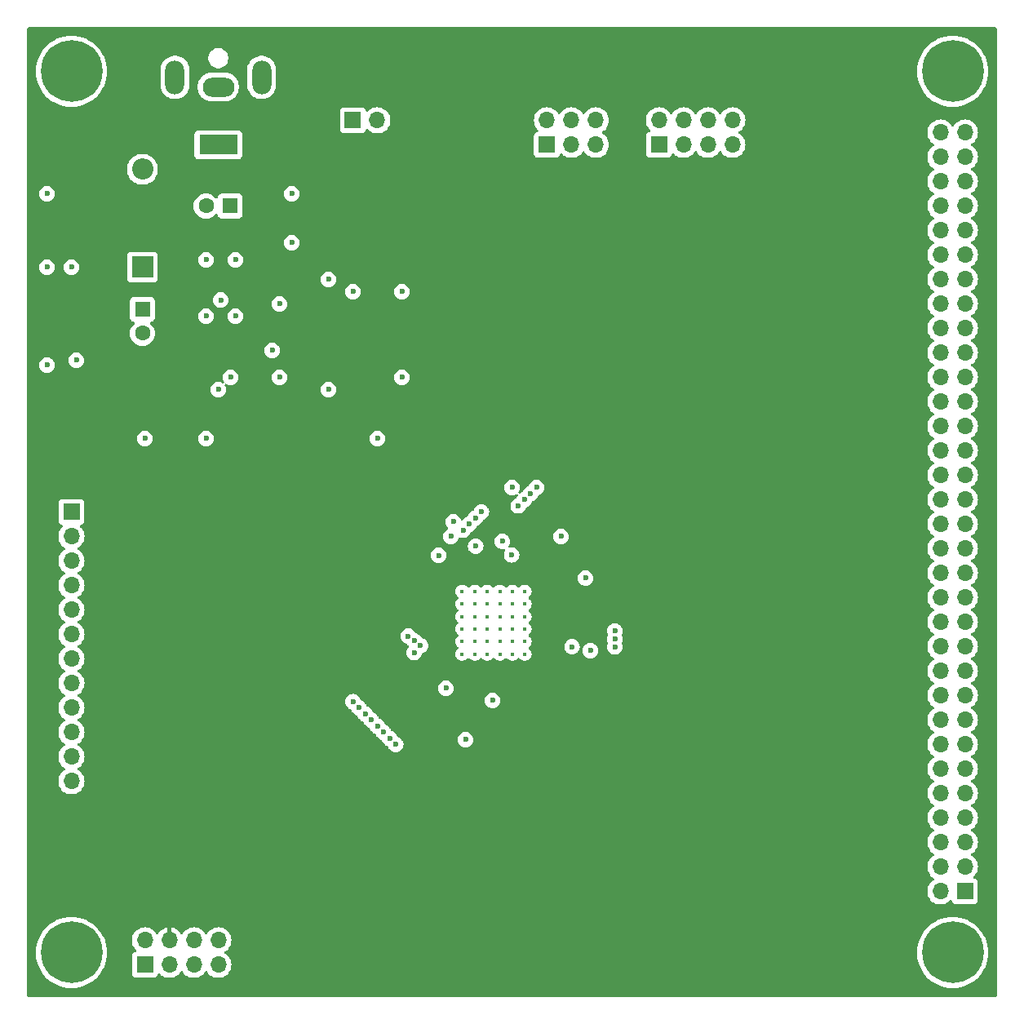
<source format=gbr>
%TF.GenerationSoftware,KiCad,Pcbnew,8.0.7-8.0.7-0~ubuntu22.04.1*%
%TF.CreationDate,2025-01-12T13:10:07-08:00*%
%TF.ProjectId,multichannelheaterdriver_amc7836,6d756c74-6963-4686-916e-6e656c686561,rev?*%
%TF.SameCoordinates,Original*%
%TF.FileFunction,Copper,L4,Inr*%
%TF.FilePolarity,Positive*%
%FSLAX46Y46*%
G04 Gerber Fmt 4.6, Leading zero omitted, Abs format (unit mm)*
G04 Created by KiCad (PCBNEW 8.0.7-8.0.7-0~ubuntu22.04.1) date 2025-01-12 13:10:07*
%MOMM*%
%LPD*%
G01*
G04 APERTURE LIST*
%TA.AperFunction,ComponentPad*%
%ADD10C,0.400000*%
%TD*%
%TA.AperFunction,ComponentPad*%
%ADD11R,1.700000X1.700000*%
%TD*%
%TA.AperFunction,ComponentPad*%
%ADD12O,1.700000X1.700000*%
%TD*%
%TA.AperFunction,ComponentPad*%
%ADD13R,2.200000X2.200000*%
%TD*%
%TA.AperFunction,ComponentPad*%
%ADD14O,2.200000X2.200000*%
%TD*%
%TA.AperFunction,ComponentPad*%
%ADD15C,6.400000*%
%TD*%
%TA.AperFunction,ComponentPad*%
%ADD16R,1.600000X1.600000*%
%TD*%
%TA.AperFunction,ComponentPad*%
%ADD17C,1.600000*%
%TD*%
%TA.AperFunction,ComponentPad*%
%ADD18R,4.000000X2.000000*%
%TD*%
%TA.AperFunction,ComponentPad*%
%ADD19O,3.300000X2.000000*%
%TD*%
%TA.AperFunction,ComponentPad*%
%ADD20O,2.000000X3.500000*%
%TD*%
%TA.AperFunction,ViaPad*%
%ADD21C,0.600000*%
%TD*%
G04 APERTURE END LIST*
D10*
%TO.N,GND*%
%TO.C,U1*%
X45630000Y-59040000D03*
X45630000Y-60340000D03*
X45630000Y-61640000D03*
X45630000Y-62940000D03*
X45630000Y-64240000D03*
X45630000Y-65540000D03*
X46930000Y-59040000D03*
X46930000Y-60340000D03*
X46930000Y-61640000D03*
X46930000Y-62940000D03*
X46930000Y-64240000D03*
X46930000Y-65540000D03*
X48230000Y-59040000D03*
X48230000Y-60340000D03*
X48230000Y-61640000D03*
X48230000Y-62940000D03*
X48230000Y-64240000D03*
X48230000Y-65540000D03*
X49530000Y-59040000D03*
X49530000Y-60340000D03*
X49530000Y-61640000D03*
X49530000Y-62940000D03*
X49530000Y-64240000D03*
X49530000Y-65540000D03*
X50830000Y-59040000D03*
X50830000Y-60340000D03*
X50830000Y-61640000D03*
X50830000Y-62940000D03*
X50830000Y-64240000D03*
X50830000Y-65540000D03*
X52130000Y-59040000D03*
X52130000Y-60340000D03*
X52130000Y-61640000D03*
X52130000Y-62940000D03*
X52130000Y-64240000D03*
X52130000Y-65540000D03*
%TD*%
D11*
%TO.N,GND*%
%TO.C,J5*%
X12700000Y-97790000D03*
D12*
%TO.N,+36V*%
X12700000Y-95250000D03*
%TO.N,GND*%
X15240000Y-97790000D03*
%TO.N,+10V*%
X15240000Y-95250000D03*
%TO.N,GND*%
X17780000Y-97790000D03*
%TO.N,+5V*%
X17780000Y-95250000D03*
%TO.N,GND*%
X20320000Y-97790000D03*
%TO.N,+3V3*%
X20320000Y-95250000D03*
%TD*%
D13*
%TO.N,+36V*%
%TO.C,D5*%
X12446000Y-25400000D03*
D14*
%TO.N,Net-(D5-A)*%
X12446000Y-15240000D03*
%TD*%
D15*
%TO.N,GND*%
%TO.C,H1*%
X5080000Y-5080000D03*
%TD*%
D16*
%TO.N,Net-(SW1-B)*%
%TO.C,C7*%
X21550000Y-19050000D03*
D17*
%TO.N,GND*%
X19050000Y-19050000D03*
%TD*%
D11*
%TO.N,GND*%
%TO.C,J4*%
X97790000Y-90170000D03*
D12*
%TO.N,/ADC15*%
X95250000Y-90170000D03*
%TO.N,GND*%
X97790000Y-87630000D03*
%TO.N,/DAC15*%
X95250000Y-87630000D03*
%TO.N,GND*%
X97790000Y-85090000D03*
%TO.N,/ADC14*%
X95250000Y-85090000D03*
%TO.N,GND*%
X97790000Y-82550000D03*
%TO.N,/DAC14*%
X95250000Y-82550000D03*
%TO.N,GND*%
X97790000Y-80010000D03*
%TO.N,/ADC13*%
X95250000Y-80010000D03*
%TO.N,GND*%
X97790000Y-77470000D03*
%TO.N,/DAC13*%
X95250000Y-77470000D03*
%TO.N,GND*%
X97790000Y-74930000D03*
%TO.N,/ADC12*%
X95250000Y-74930000D03*
%TO.N,GND*%
X97790000Y-72390000D03*
%TO.N,/DAC12*%
X95250000Y-72390000D03*
%TO.N,GND*%
X97790000Y-69850000D03*
%TO.N,/ADC11*%
X95250000Y-69850000D03*
%TO.N,GND*%
X97790000Y-67310000D03*
%TO.N,/DAC11*%
X95250000Y-67310000D03*
%TO.N,GND*%
X97790000Y-64770000D03*
%TO.N,/ADC10*%
X95250000Y-64770000D03*
%TO.N,GND*%
X97790000Y-62230000D03*
%TO.N,/DAC10*%
X95250000Y-62230000D03*
%TO.N,GND*%
X97790000Y-59690000D03*
%TO.N,/ADC9*%
X95250000Y-59690000D03*
%TO.N,GND*%
X97790000Y-57150000D03*
%TO.N,/DAC9*%
X95250000Y-57150000D03*
%TO.N,GND*%
X97790000Y-54610000D03*
%TO.N,/ADC8*%
X95250000Y-54610000D03*
%TO.N,GND*%
X97790000Y-52070000D03*
%TO.N,/DAC8*%
X95250000Y-52070000D03*
%TO.N,GND*%
X97790000Y-49530000D03*
%TO.N,/ADC7*%
X95250000Y-49530000D03*
%TO.N,GND*%
X97790000Y-46990000D03*
%TO.N,/DAC7*%
X95250000Y-46990000D03*
%TO.N,GND*%
X97790000Y-44450000D03*
%TO.N,/ADC6*%
X95250000Y-44450000D03*
%TO.N,GND*%
X97790000Y-41910000D03*
%TO.N,/DAC6*%
X95250000Y-41910000D03*
%TO.N,GND*%
X97790000Y-39370000D03*
%TO.N,/ADC5*%
X95250000Y-39370000D03*
%TO.N,GND*%
X97790000Y-36830000D03*
%TO.N,/DAC5*%
X95250000Y-36830000D03*
%TO.N,GND*%
X97790000Y-34290000D03*
%TO.N,/ADC4*%
X95250000Y-34290000D03*
%TO.N,GND*%
X97790000Y-31750000D03*
%TO.N,/DAC4*%
X95250000Y-31750000D03*
%TO.N,GND*%
X97790000Y-29210000D03*
%TO.N,/ADC3*%
X95250000Y-29210000D03*
%TO.N,GND*%
X97790000Y-26670000D03*
%TO.N,/DAC3*%
X95250000Y-26670000D03*
%TO.N,GND*%
X97790000Y-24130000D03*
%TO.N,/ADC2*%
X95250000Y-24130000D03*
%TO.N,GND*%
X97790000Y-21590000D03*
%TO.N,/DAC2*%
X95250000Y-21590000D03*
%TO.N,GND*%
X97790000Y-19050000D03*
%TO.N,/ADC1*%
X95250000Y-19050000D03*
%TO.N,GND*%
X97790000Y-16510000D03*
%TO.N,/DAC1*%
X95250000Y-16510000D03*
%TO.N,GND*%
X97790000Y-13970000D03*
%TO.N,/ADC0*%
X95250000Y-13970000D03*
%TO.N,GND*%
X97790000Y-11430000D03*
%TO.N,/DAC0*%
X95250000Y-11430000D03*
%TD*%
D15*
%TO.N,GND*%
%TO.C,H4*%
X96520000Y-96520000D03*
%TD*%
D11*
%TO.N,Net-(J2-Pin_1)*%
%TO.C,J2*%
X5080000Y-50800000D03*
D12*
%TO.N,Net-(J2-Pin_2)*%
X5080000Y-53340000D03*
%TO.N,Net-(J2-Pin_3)*%
X5080000Y-55880000D03*
%TO.N,Net-(J2-Pin_4)*%
X5080000Y-58420000D03*
%TO.N,Net-(J2-Pin_5)*%
X5080000Y-60960000D03*
%TO.N,GND*%
X5080000Y-63500000D03*
%TO.N,+3V3*%
X5080000Y-66040000D03*
%TO.N,+5V*%
X5080000Y-68580000D03*
%TO.N,Net-(J2-Pin_9)*%
X5080000Y-71120000D03*
%TO.N,Net-(J2-Pin_10)*%
X5080000Y-73660000D03*
%TO.N,Net-(J2-Pin_11)*%
X5080000Y-76200000D03*
%TO.N,Net-(J2-Pin_12)*%
X5080000Y-78740000D03*
%TD*%
D15*
%TO.N,GND*%
%TO.C,H3*%
X96520000Y-5080000D03*
%TD*%
D11*
%TO.N,Net-(J1-Pin_1)*%
%TO.C,J1*%
X66040000Y-12700000D03*
D12*
%TO.N,GND*%
X66040000Y-10160000D03*
%TO.N,Net-(J1-Pin_3)*%
X68580000Y-12700000D03*
%TO.N,GND*%
X68580000Y-10160000D03*
%TO.N,Net-(J1-Pin_5)*%
X71120000Y-12700000D03*
%TO.N,GND*%
X71120000Y-10160000D03*
%TO.N,Net-(J1-Pin_7)*%
X73660000Y-12700000D03*
%TO.N,GND*%
X73660000Y-10160000D03*
%TD*%
D15*
%TO.N,GND*%
%TO.C,H2*%
X5080000Y-96520000D03*
%TD*%
D11*
%TO.N,Net-(J3-Pin_1)*%
%TO.C,J3*%
X54420000Y-12700000D03*
D12*
%TO.N,GND*%
X54420000Y-10160000D03*
%TO.N,Net-(J3-Pin_3)*%
X56960000Y-12700000D03*
%TO.N,GND*%
X56960000Y-10160000D03*
%TO.N,Net-(J3-Pin_5)*%
X59500000Y-12700000D03*
%TO.N,GND*%
X59500000Y-10160000D03*
%TD*%
D18*
%TO.N,Net-(D5-A)*%
%TO.C,J7*%
X20320000Y-12700000D03*
D19*
%TO.N,GND*%
X20320000Y-6700000D03*
D20*
X24820000Y-5700000D03*
X15820000Y-5700000D03*
%TD*%
D16*
%TO.N,+36V*%
%TO.C,C8*%
X12446000Y-29758000D03*
D17*
%TO.N,GND*%
X12446000Y-32258000D03*
%TD*%
D11*
%TO.N,Net-(SW1-A)*%
%TO.C,SW1*%
X34285000Y-10160000D03*
D12*
%TO.N,Net-(SW1-B)*%
X36825000Y-10160000D03*
%TD*%
D21*
%TO.N,GND*%
X39370000Y-36830000D03*
X21590000Y-36830000D03*
X19050000Y-30480000D03*
X58420000Y-57658000D03*
X22100000Y-30480000D03*
X43180000Y-55290000D03*
X45974000Y-74422000D03*
X39370000Y-27940000D03*
X22098000Y-24638000D03*
X2540000Y-17780000D03*
X47030000Y-54356000D03*
X2540000Y-35560000D03*
X27940000Y-22860000D03*
X26670000Y-29210000D03*
X44704000Y-51816000D03*
X50759704Y-55251112D03*
X49784000Y-53848000D03*
X20575000Y-28805000D03*
X20320000Y-38100000D03*
X31750000Y-26670000D03*
X43942000Y-69088000D03*
X19050000Y-24638000D03*
X26670000Y-36830000D03*
X2540000Y-25400000D03*
X48768000Y-70358000D03*
X50800000Y-48260000D03*
X31750000Y-38100000D03*
%TO.N,+5V*%
X34290000Y-27940000D03*
X5080000Y-25400000D03*
X44450000Y-53340000D03*
X55880000Y-53340000D03*
%TO.N,+3V3*%
X25908000Y-34036000D03*
X5588000Y-35052000D03*
%TO.N,+10V*%
X44450000Y-74422000D03*
X38895000Y-35085000D03*
X38100000Y-25720000D03*
X48260000Y-48260000D03*
X38100000Y-15240000D03*
X3810000Y-17780000D03*
%TO.N,+36V*%
X12700000Y-43180000D03*
%TO.N,Net-(J3-Pin_1)*%
X61468000Y-64808003D03*
%TO.N,Net-(J3-Pin_5)*%
X61468000Y-63140000D03*
%TO.N,Net-(J3-Pin_3)*%
X61468000Y-64008000D03*
%TO.N,Net-(J1-Pin_1)*%
X40040000Y-63678528D03*
%TO.N,/DAC7*%
X38735000Y-74930000D03*
%TO.N,/DAC8*%
X53340000Y-48260000D03*
%TO.N,/DAC12*%
X47625000Y-50800000D03*
%TO.N,/DAC2*%
X35560000Y-71755000D03*
%TO.N,/DAC0*%
X34290000Y-70485000D03*
%TO.N,/DAC1*%
X34925000Y-71120000D03*
%TO.N,/DAC10*%
X52070000Y-49530000D03*
%TO.N,/DAC13*%
X46990000Y-51435000D03*
%TO.N,/DAC5*%
X37465000Y-73660000D03*
%TO.N,/DAC6*%
X38100000Y-74295000D03*
%TO.N,/DAC3*%
X36195000Y-72390000D03*
%TO.N,/DAC9*%
X52705000Y-48895000D03*
%TO.N,/DAC14*%
X46355000Y-52070000D03*
%TO.N,/DAC11*%
X51435000Y-50165000D03*
%TO.N,/DAC15*%
X45720000Y-52705000D03*
%TO.N,/DAC4*%
X36830000Y-73025000D03*
%TO.N,/36V_mon*%
X58928000Y-65186000D03*
X19050000Y-43180000D03*
%TO.N,/10V_mon*%
X36830000Y-43180000D03*
X57023000Y-64786000D03*
%TO.N,Net-(J1-Pin_3)*%
X40674135Y-64166254D03*
%TO.N,Net-(J1-Pin_7)*%
X40640000Y-65405000D03*
%TO.N,Net-(J1-Pin_5)*%
X41302359Y-64661571D03*
%TO.N,Net-(SW1-B)*%
X27940000Y-17780000D03*
%TD*%
%TA.AperFunction,Conductor*%
%TO.N,+10V*%
G36*
X101042539Y-520185D02*
G01*
X101088294Y-572989D01*
X101099500Y-624500D01*
X101099500Y-100975500D01*
X101079815Y-101042539D01*
X101027011Y-101088294D01*
X100975500Y-101099500D01*
X624500Y-101099500D01*
X557461Y-101079815D01*
X511706Y-101027011D01*
X500500Y-100975500D01*
X500500Y-96519999D01*
X1374422Y-96519999D01*
X1374422Y-96520000D01*
X1394722Y-96907339D01*
X1433944Y-97154977D01*
X1455398Y-97290433D01*
X1526177Y-97554586D01*
X1555788Y-97665094D01*
X1694787Y-98027197D01*
X1870877Y-98372793D01*
X2082122Y-98698082D01*
X2124907Y-98750917D01*
X2326219Y-98999516D01*
X2600484Y-99273781D01*
X2600488Y-99273784D01*
X2901917Y-99517877D01*
X3227206Y-99729122D01*
X3227211Y-99729125D01*
X3572806Y-99905214D01*
X3934913Y-100044214D01*
X4309567Y-100144602D01*
X4692662Y-100205278D01*
X5058576Y-100224455D01*
X5079999Y-100225578D01*
X5080000Y-100225578D01*
X5080001Y-100225578D01*
X5100301Y-100224514D01*
X5467338Y-100205278D01*
X5850433Y-100144602D01*
X6225087Y-100044214D01*
X6587194Y-99905214D01*
X6932789Y-99729125D01*
X7258084Y-99517876D01*
X7559516Y-99273781D01*
X7833781Y-98999516D01*
X8077876Y-98698084D01*
X8289125Y-98372789D01*
X8465214Y-98027194D01*
X8604214Y-97665087D01*
X8704602Y-97290433D01*
X8765278Y-96907338D01*
X8785578Y-96520000D01*
X8765278Y-96132662D01*
X8704602Y-95749567D01*
X8604214Y-95374913D01*
X8556264Y-95249999D01*
X11344341Y-95249999D01*
X11344341Y-95250000D01*
X11364936Y-95485403D01*
X11364938Y-95485413D01*
X11426094Y-95713655D01*
X11426096Y-95713659D01*
X11426097Y-95713663D01*
X11505801Y-95884588D01*
X11525965Y-95927830D01*
X11525967Y-95927834D01*
X11634281Y-96082521D01*
X11661504Y-96121400D01*
X11661506Y-96121402D01*
X11783430Y-96243326D01*
X11816915Y-96304649D01*
X11811931Y-96374341D01*
X11770059Y-96430274D01*
X11739083Y-96447189D01*
X11607669Y-96496203D01*
X11607664Y-96496206D01*
X11492455Y-96582452D01*
X11492452Y-96582455D01*
X11406206Y-96697664D01*
X11406202Y-96697671D01*
X11355908Y-96832517D01*
X11349501Y-96892116D01*
X11349500Y-96892135D01*
X11349500Y-98687870D01*
X11349501Y-98687876D01*
X11355908Y-98747483D01*
X11406202Y-98882328D01*
X11406206Y-98882335D01*
X11492452Y-98997544D01*
X11492455Y-98997547D01*
X11607664Y-99083793D01*
X11607671Y-99083797D01*
X11742517Y-99134091D01*
X11742516Y-99134091D01*
X11749444Y-99134835D01*
X11802127Y-99140500D01*
X13597872Y-99140499D01*
X13657483Y-99134091D01*
X13792331Y-99083796D01*
X13907546Y-98997546D01*
X13993796Y-98882331D01*
X14042810Y-98750916D01*
X14084681Y-98694984D01*
X14150145Y-98670566D01*
X14218418Y-98685417D01*
X14246673Y-98706569D01*
X14368599Y-98828495D01*
X14465384Y-98896265D01*
X14562165Y-98964032D01*
X14562167Y-98964033D01*
X14562170Y-98964035D01*
X14776337Y-99063903D01*
X15004592Y-99125063D01*
X15181034Y-99140500D01*
X15239999Y-99145659D01*
X15240000Y-99145659D01*
X15240001Y-99145659D01*
X15298966Y-99140500D01*
X15475408Y-99125063D01*
X15703663Y-99063903D01*
X15917830Y-98964035D01*
X16111401Y-98828495D01*
X16278495Y-98661401D01*
X16408425Y-98475842D01*
X16463002Y-98432217D01*
X16532500Y-98425023D01*
X16594855Y-98456546D01*
X16611575Y-98475842D01*
X16741500Y-98661395D01*
X16741505Y-98661401D01*
X16908599Y-98828495D01*
X17005384Y-98896265D01*
X17102165Y-98964032D01*
X17102167Y-98964033D01*
X17102170Y-98964035D01*
X17316337Y-99063903D01*
X17544592Y-99125063D01*
X17721034Y-99140500D01*
X17779999Y-99145659D01*
X17780000Y-99145659D01*
X17780001Y-99145659D01*
X17838966Y-99140500D01*
X18015408Y-99125063D01*
X18243663Y-99063903D01*
X18457830Y-98964035D01*
X18651401Y-98828495D01*
X18818495Y-98661401D01*
X18948425Y-98475842D01*
X19003002Y-98432217D01*
X19072500Y-98425023D01*
X19134855Y-98456546D01*
X19151575Y-98475842D01*
X19281500Y-98661395D01*
X19281505Y-98661401D01*
X19448599Y-98828495D01*
X19545384Y-98896265D01*
X19642165Y-98964032D01*
X19642167Y-98964033D01*
X19642170Y-98964035D01*
X19856337Y-99063903D01*
X20084592Y-99125063D01*
X20261034Y-99140500D01*
X20319999Y-99145659D01*
X20320000Y-99145659D01*
X20320001Y-99145659D01*
X20378966Y-99140500D01*
X20555408Y-99125063D01*
X20783663Y-99063903D01*
X20997830Y-98964035D01*
X21191401Y-98828495D01*
X21358495Y-98661401D01*
X21494035Y-98467830D01*
X21593903Y-98253663D01*
X21655063Y-98025408D01*
X21675659Y-97790000D01*
X21655063Y-97554592D01*
X21593903Y-97326337D01*
X21494035Y-97112171D01*
X21488425Y-97104158D01*
X21358494Y-96918597D01*
X21191402Y-96751506D01*
X21191396Y-96751501D01*
X21005842Y-96621575D01*
X20962217Y-96566998D01*
X20957352Y-96519999D01*
X92814422Y-96519999D01*
X92814422Y-96520000D01*
X92834722Y-96907339D01*
X92873944Y-97154977D01*
X92895398Y-97290433D01*
X92966177Y-97554586D01*
X92995788Y-97665094D01*
X93134787Y-98027197D01*
X93310877Y-98372793D01*
X93522122Y-98698082D01*
X93564907Y-98750917D01*
X93766219Y-98999516D01*
X94040484Y-99273781D01*
X94040488Y-99273784D01*
X94341917Y-99517877D01*
X94667206Y-99729122D01*
X94667211Y-99729125D01*
X95012806Y-99905214D01*
X95374913Y-100044214D01*
X95749567Y-100144602D01*
X96132662Y-100205278D01*
X96498576Y-100224455D01*
X96519999Y-100225578D01*
X96520000Y-100225578D01*
X96520001Y-100225578D01*
X96540301Y-100224514D01*
X96907338Y-100205278D01*
X97290433Y-100144602D01*
X97665087Y-100044214D01*
X98027194Y-99905214D01*
X98372789Y-99729125D01*
X98698084Y-99517876D01*
X98999516Y-99273781D01*
X99273781Y-98999516D01*
X99517876Y-98698084D01*
X99729125Y-98372789D01*
X99905214Y-98027194D01*
X100044214Y-97665087D01*
X100144602Y-97290433D01*
X100205278Y-96907338D01*
X100225578Y-96520000D01*
X100205278Y-96132662D01*
X100144602Y-95749567D01*
X100044214Y-95374913D01*
X99905214Y-95012806D01*
X99729125Y-94667211D01*
X99729122Y-94667206D01*
X99517877Y-94341917D01*
X99302864Y-94076399D01*
X99273781Y-94040484D01*
X98999516Y-93766219D01*
X98698084Y-93522124D01*
X98698082Y-93522122D01*
X98372793Y-93310877D01*
X98027197Y-93134787D01*
X97665094Y-92995788D01*
X97665087Y-92995786D01*
X97290433Y-92895398D01*
X97290429Y-92895397D01*
X97290428Y-92895397D01*
X96907339Y-92834722D01*
X96520001Y-92814422D01*
X96519999Y-92814422D01*
X96132660Y-92834722D01*
X95749572Y-92895397D01*
X95749570Y-92895397D01*
X95374905Y-92995788D01*
X95012802Y-93134787D01*
X94667206Y-93310877D01*
X94341917Y-93522122D01*
X94040488Y-93766215D01*
X94040480Y-93766222D01*
X93766222Y-94040480D01*
X93766215Y-94040488D01*
X93522122Y-94341917D01*
X93310877Y-94667206D01*
X93134787Y-95012802D01*
X92995788Y-95374905D01*
X92895397Y-95749570D01*
X92895397Y-95749572D01*
X92834722Y-96132660D01*
X92814422Y-96519999D01*
X20957352Y-96519999D01*
X20955023Y-96497500D01*
X20986546Y-96435145D01*
X21005842Y-96418425D01*
X21118054Y-96339853D01*
X21191401Y-96288495D01*
X21358495Y-96121401D01*
X21494035Y-95927830D01*
X21593903Y-95713663D01*
X21655063Y-95485408D01*
X21675659Y-95250000D01*
X21655063Y-95014592D01*
X21593903Y-94786337D01*
X21494035Y-94572171D01*
X21488731Y-94564595D01*
X21358494Y-94378597D01*
X21191402Y-94211506D01*
X21191395Y-94211501D01*
X20997834Y-94075967D01*
X20997830Y-94075965D01*
X20997828Y-94075964D01*
X20783663Y-93976097D01*
X20783659Y-93976096D01*
X20783655Y-93976094D01*
X20555413Y-93914938D01*
X20555403Y-93914936D01*
X20320001Y-93894341D01*
X20319999Y-93894341D01*
X20084596Y-93914936D01*
X20084586Y-93914938D01*
X19856344Y-93976094D01*
X19856335Y-93976098D01*
X19642171Y-94075964D01*
X19642169Y-94075965D01*
X19448597Y-94211505D01*
X19281505Y-94378597D01*
X19151575Y-94564158D01*
X19096998Y-94607783D01*
X19027500Y-94614977D01*
X18965145Y-94583454D01*
X18948425Y-94564158D01*
X18818494Y-94378597D01*
X18651402Y-94211506D01*
X18651395Y-94211501D01*
X18457834Y-94075967D01*
X18457830Y-94075965D01*
X18457828Y-94075964D01*
X18243663Y-93976097D01*
X18243659Y-93976096D01*
X18243655Y-93976094D01*
X18015413Y-93914938D01*
X18015403Y-93914936D01*
X17780001Y-93894341D01*
X17779999Y-93894341D01*
X17544596Y-93914936D01*
X17544586Y-93914938D01*
X17316344Y-93976094D01*
X17316335Y-93976098D01*
X17102171Y-94075964D01*
X17102169Y-94075965D01*
X16908597Y-94211505D01*
X16741508Y-94378594D01*
X16611269Y-94564595D01*
X16556692Y-94608219D01*
X16487193Y-94615412D01*
X16424839Y-94583890D01*
X16408119Y-94564594D01*
X16278113Y-94378926D01*
X16278108Y-94378920D01*
X16111082Y-94211894D01*
X15917578Y-94076399D01*
X15703492Y-93976570D01*
X15703486Y-93976567D01*
X15490000Y-93919364D01*
X15490000Y-94816988D01*
X15432993Y-94784075D01*
X15305826Y-94750000D01*
X15174174Y-94750000D01*
X15047007Y-94784075D01*
X14990000Y-94816988D01*
X14990000Y-93919364D01*
X14989999Y-93919364D01*
X14776513Y-93976567D01*
X14776507Y-93976570D01*
X14562422Y-94076399D01*
X14562420Y-94076400D01*
X14368926Y-94211886D01*
X14368920Y-94211891D01*
X14201891Y-94378920D01*
X14201890Y-94378922D01*
X14071880Y-94564595D01*
X14017303Y-94608219D01*
X13947804Y-94615412D01*
X13885450Y-94583890D01*
X13868730Y-94564594D01*
X13738494Y-94378597D01*
X13571402Y-94211506D01*
X13571395Y-94211501D01*
X13377834Y-94075967D01*
X13377830Y-94075965D01*
X13377828Y-94075964D01*
X13163663Y-93976097D01*
X13163659Y-93976096D01*
X13163655Y-93976094D01*
X12935413Y-93914938D01*
X12935403Y-93914936D01*
X12700001Y-93894341D01*
X12699999Y-93894341D01*
X12464596Y-93914936D01*
X12464586Y-93914938D01*
X12236344Y-93976094D01*
X12236335Y-93976098D01*
X12022171Y-94075964D01*
X12022169Y-94075965D01*
X11828597Y-94211505D01*
X11661505Y-94378597D01*
X11525965Y-94572169D01*
X11525964Y-94572171D01*
X11426098Y-94786335D01*
X11426094Y-94786344D01*
X11364938Y-95014586D01*
X11364936Y-95014596D01*
X11344341Y-95249999D01*
X8556264Y-95249999D01*
X8465214Y-95012806D01*
X8289125Y-94667211D01*
X8289122Y-94667206D01*
X8077877Y-94341917D01*
X7862864Y-94076399D01*
X7833781Y-94040484D01*
X7559516Y-93766219D01*
X7258084Y-93522124D01*
X7258082Y-93522122D01*
X6932793Y-93310877D01*
X6587197Y-93134787D01*
X6225094Y-92995788D01*
X6225087Y-92995786D01*
X5850433Y-92895398D01*
X5850429Y-92895397D01*
X5850428Y-92895397D01*
X5467339Y-92834722D01*
X5080001Y-92814422D01*
X5079999Y-92814422D01*
X4692660Y-92834722D01*
X4309572Y-92895397D01*
X4309570Y-92895397D01*
X3934905Y-92995788D01*
X3572802Y-93134787D01*
X3227206Y-93310877D01*
X2901917Y-93522122D01*
X2600488Y-93766215D01*
X2600480Y-93766222D01*
X2326222Y-94040480D01*
X2326215Y-94040488D01*
X2082122Y-94341917D01*
X1870877Y-94667206D01*
X1694787Y-95012802D01*
X1555788Y-95374905D01*
X1455397Y-95749570D01*
X1455397Y-95749572D01*
X1394722Y-96132660D01*
X1374422Y-96519999D01*
X500500Y-96519999D01*
X500500Y-53339999D01*
X3724341Y-53339999D01*
X3724341Y-53340000D01*
X3744936Y-53575403D01*
X3744938Y-53575413D01*
X3806094Y-53803655D01*
X3806096Y-53803659D01*
X3806097Y-53803663D01*
X3871283Y-53943454D01*
X3905965Y-54017830D01*
X3905967Y-54017834D01*
X4041501Y-54211395D01*
X4041506Y-54211402D01*
X4208597Y-54378493D01*
X4208603Y-54378498D01*
X4394158Y-54508425D01*
X4437783Y-54563002D01*
X4444977Y-54632500D01*
X4413454Y-54694855D01*
X4394158Y-54711575D01*
X4208597Y-54841505D01*
X4041505Y-55008597D01*
X3905965Y-55202169D01*
X3905964Y-55202171D01*
X3806098Y-55416335D01*
X3806094Y-55416344D01*
X3744938Y-55644586D01*
X3744936Y-55644596D01*
X3724341Y-55879999D01*
X3724341Y-55880000D01*
X3744936Y-56115403D01*
X3744938Y-56115413D01*
X3806094Y-56343655D01*
X3806096Y-56343659D01*
X3806097Y-56343663D01*
X3871283Y-56483454D01*
X3905965Y-56557830D01*
X3905967Y-56557834D01*
X4041501Y-56751395D01*
X4041506Y-56751402D01*
X4208597Y-56918493D01*
X4208603Y-56918498D01*
X4394158Y-57048425D01*
X4437783Y-57103002D01*
X4444977Y-57172500D01*
X4413454Y-57234855D01*
X4394158Y-57251575D01*
X4208597Y-57381505D01*
X4041505Y-57548597D01*
X3905965Y-57742169D01*
X3905964Y-57742171D01*
X3806098Y-57956335D01*
X3806094Y-57956344D01*
X3744938Y-58184586D01*
X3744936Y-58184596D01*
X3724341Y-58419999D01*
X3724341Y-58420000D01*
X3744936Y-58655403D01*
X3744938Y-58655413D01*
X3806094Y-58883655D01*
X3806096Y-58883659D01*
X3806097Y-58883663D01*
X3871283Y-59023454D01*
X3905965Y-59097830D01*
X3905967Y-59097834D01*
X4041501Y-59291395D01*
X4041506Y-59291402D01*
X4208597Y-59458493D01*
X4208603Y-59458498D01*
X4394158Y-59588425D01*
X4437783Y-59643002D01*
X4444977Y-59712500D01*
X4413454Y-59774855D01*
X4394158Y-59791575D01*
X4208597Y-59921505D01*
X4041505Y-60088597D01*
X3905965Y-60282169D01*
X3905964Y-60282171D01*
X3806098Y-60496335D01*
X3806094Y-60496344D01*
X3744938Y-60724586D01*
X3744936Y-60724596D01*
X3724341Y-60959999D01*
X3724341Y-60960000D01*
X3744936Y-61195403D01*
X3744938Y-61195413D01*
X3806094Y-61423655D01*
X3806096Y-61423659D01*
X3806097Y-61423663D01*
X3871283Y-61563454D01*
X3905965Y-61637830D01*
X3905967Y-61637834D01*
X4041501Y-61831395D01*
X4041506Y-61831402D01*
X4208597Y-61998493D01*
X4208603Y-61998498D01*
X4394158Y-62128425D01*
X4437783Y-62183002D01*
X4444977Y-62252500D01*
X4413454Y-62314855D01*
X4394158Y-62331575D01*
X4208597Y-62461505D01*
X4041505Y-62628597D01*
X3905965Y-62822169D01*
X3905964Y-62822171D01*
X3806098Y-63036335D01*
X3806094Y-63036344D01*
X3744938Y-63264586D01*
X3744936Y-63264596D01*
X3724341Y-63499999D01*
X3724341Y-63500000D01*
X3744936Y-63735403D01*
X3744938Y-63735413D01*
X3806094Y-63963655D01*
X3806096Y-63963659D01*
X3806097Y-63963663D01*
X3905965Y-64177830D01*
X3905967Y-64177834D01*
X4041501Y-64371395D01*
X4041506Y-64371402D01*
X4208597Y-64538493D01*
X4208603Y-64538498D01*
X4394158Y-64668425D01*
X4437783Y-64723002D01*
X4444977Y-64792500D01*
X4413454Y-64854855D01*
X4394158Y-64871575D01*
X4208597Y-65001505D01*
X4041505Y-65168597D01*
X3905965Y-65362169D01*
X3905964Y-65362171D01*
X3806098Y-65576335D01*
X3806094Y-65576344D01*
X3744938Y-65804586D01*
X3744936Y-65804596D01*
X3724341Y-66039999D01*
X3724341Y-66040000D01*
X3744936Y-66275403D01*
X3744938Y-66275413D01*
X3806094Y-66503655D01*
X3806096Y-66503659D01*
X3806097Y-66503663D01*
X3871283Y-66643454D01*
X3905965Y-66717830D01*
X3905967Y-66717834D01*
X4041501Y-66911395D01*
X4041506Y-66911402D01*
X4208597Y-67078493D01*
X4208603Y-67078498D01*
X4394158Y-67208425D01*
X4437783Y-67263002D01*
X4444977Y-67332500D01*
X4413454Y-67394855D01*
X4394158Y-67411575D01*
X4208597Y-67541505D01*
X4041505Y-67708597D01*
X3905965Y-67902169D01*
X3905964Y-67902171D01*
X3806098Y-68116335D01*
X3806094Y-68116344D01*
X3744938Y-68344586D01*
X3744936Y-68344596D01*
X3724341Y-68579999D01*
X3724341Y-68580000D01*
X3744936Y-68815403D01*
X3744938Y-68815413D01*
X3806094Y-69043655D01*
X3806096Y-69043659D01*
X3806097Y-69043663D01*
X3871283Y-69183454D01*
X3905965Y-69257830D01*
X3905967Y-69257834D01*
X4041501Y-69451395D01*
X4041506Y-69451402D01*
X4208597Y-69618493D01*
X4208603Y-69618498D01*
X4394158Y-69748425D01*
X4437783Y-69803002D01*
X4444977Y-69872500D01*
X4413454Y-69934855D01*
X4394158Y-69951575D01*
X4208597Y-70081505D01*
X4041505Y-70248597D01*
X3905965Y-70442169D01*
X3905964Y-70442171D01*
X3806098Y-70656335D01*
X3806094Y-70656344D01*
X3744938Y-70884586D01*
X3744936Y-70884596D01*
X3724341Y-71119999D01*
X3724341Y-71120000D01*
X3744936Y-71355403D01*
X3744938Y-71355413D01*
X3806094Y-71583655D01*
X3806096Y-71583659D01*
X3806097Y-71583663D01*
X3871283Y-71723454D01*
X3905965Y-71797830D01*
X3905967Y-71797834D01*
X4041501Y-71991395D01*
X4041506Y-71991402D01*
X4208597Y-72158493D01*
X4208603Y-72158498D01*
X4394158Y-72288425D01*
X4437783Y-72343002D01*
X4444977Y-72412500D01*
X4413454Y-72474855D01*
X4394158Y-72491575D01*
X4208597Y-72621505D01*
X4041505Y-72788597D01*
X3905965Y-72982169D01*
X3905964Y-72982171D01*
X3806098Y-73196335D01*
X3806094Y-73196344D01*
X3744938Y-73424586D01*
X3744936Y-73424596D01*
X3724341Y-73659999D01*
X3724341Y-73660000D01*
X3744936Y-73895403D01*
X3744938Y-73895413D01*
X3806094Y-74123655D01*
X3806096Y-74123659D01*
X3806097Y-74123663D01*
X3871283Y-74263454D01*
X3905965Y-74337830D01*
X3905967Y-74337834D01*
X4041501Y-74531395D01*
X4041506Y-74531402D01*
X4208597Y-74698493D01*
X4208603Y-74698498D01*
X4394158Y-74828425D01*
X4437783Y-74883002D01*
X4444977Y-74952500D01*
X4413454Y-75014855D01*
X4394158Y-75031575D01*
X4208597Y-75161505D01*
X4041505Y-75328597D01*
X3905965Y-75522169D01*
X3905964Y-75522171D01*
X3806098Y-75736335D01*
X3806094Y-75736344D01*
X3744938Y-75964586D01*
X3744936Y-75964596D01*
X3724341Y-76199999D01*
X3724341Y-76200000D01*
X3744936Y-76435403D01*
X3744938Y-76435413D01*
X3806094Y-76663655D01*
X3806096Y-76663659D01*
X3806097Y-76663663D01*
X3871283Y-76803454D01*
X3905965Y-76877830D01*
X3905967Y-76877834D01*
X4041501Y-77071395D01*
X4041506Y-77071402D01*
X4208597Y-77238493D01*
X4208603Y-77238498D01*
X4394158Y-77368425D01*
X4437783Y-77423002D01*
X4444977Y-77492500D01*
X4413454Y-77554855D01*
X4394158Y-77571575D01*
X4208597Y-77701505D01*
X4041505Y-77868597D01*
X3905965Y-78062169D01*
X3905964Y-78062171D01*
X3806098Y-78276335D01*
X3806094Y-78276344D01*
X3744938Y-78504586D01*
X3744936Y-78504596D01*
X3724341Y-78739999D01*
X3724341Y-78740000D01*
X3744936Y-78975403D01*
X3744938Y-78975413D01*
X3806094Y-79203655D01*
X3806096Y-79203659D01*
X3806097Y-79203663D01*
X3871283Y-79343454D01*
X3905965Y-79417830D01*
X3905967Y-79417834D01*
X4014281Y-79572521D01*
X4041505Y-79611401D01*
X4208599Y-79778495D01*
X4305384Y-79846265D01*
X4402165Y-79914032D01*
X4402167Y-79914033D01*
X4402170Y-79914035D01*
X4616337Y-80013903D01*
X4844592Y-80075063D01*
X5032918Y-80091539D01*
X5079999Y-80095659D01*
X5080000Y-80095659D01*
X5080001Y-80095659D01*
X5119234Y-80092226D01*
X5315408Y-80075063D01*
X5543663Y-80013903D01*
X5757830Y-79914035D01*
X5951401Y-79778495D01*
X6118495Y-79611401D01*
X6254035Y-79417830D01*
X6353903Y-79203663D01*
X6415063Y-78975408D01*
X6435659Y-78740000D01*
X6433690Y-78717500D01*
X6426772Y-78638425D01*
X6415063Y-78504592D01*
X6353903Y-78276337D01*
X6254035Y-78062171D01*
X6169914Y-77942032D01*
X6118494Y-77868597D01*
X5951402Y-77701506D01*
X5951396Y-77701501D01*
X5765842Y-77571575D01*
X5722217Y-77516998D01*
X5715023Y-77447500D01*
X5746546Y-77385145D01*
X5765842Y-77368425D01*
X5788026Y-77352891D01*
X5951401Y-77238495D01*
X6118495Y-77071401D01*
X6254035Y-76877830D01*
X6353903Y-76663663D01*
X6415063Y-76435408D01*
X6435659Y-76200000D01*
X6433690Y-76177500D01*
X6426772Y-76098425D01*
X6415063Y-75964592D01*
X6353903Y-75736337D01*
X6254035Y-75522171D01*
X6191081Y-75432262D01*
X6118494Y-75328597D01*
X5951402Y-75161506D01*
X5951396Y-75161501D01*
X5765842Y-75031575D01*
X5722217Y-74976998D01*
X5715023Y-74907500D01*
X5746546Y-74845145D01*
X5765842Y-74828425D01*
X5847106Y-74771523D01*
X5951401Y-74698495D01*
X6118495Y-74531401D01*
X6254035Y-74337830D01*
X6353903Y-74123663D01*
X6415063Y-73895408D01*
X6435659Y-73660000D01*
X6435205Y-73654816D01*
X6424046Y-73527262D01*
X6415063Y-73424592D01*
X6356025Y-73204255D01*
X6353905Y-73196344D01*
X6353904Y-73196343D01*
X6353903Y-73196337D01*
X6254035Y-72982171D01*
X6220454Y-72934211D01*
X6118494Y-72788597D01*
X5951402Y-72621506D01*
X5951396Y-72621501D01*
X5765842Y-72491575D01*
X5722217Y-72436998D01*
X5715023Y-72367500D01*
X5746546Y-72305145D01*
X5765842Y-72288425D01*
X5876780Y-72210745D01*
X5951401Y-72158495D01*
X6118495Y-71991401D01*
X6254035Y-71797830D01*
X6353903Y-71583663D01*
X6415063Y-71355408D01*
X6435659Y-71120000D01*
X6435205Y-71114816D01*
X6424046Y-70987262D01*
X6415063Y-70884592D01*
X6353903Y-70656337D01*
X6274005Y-70484996D01*
X33484435Y-70484996D01*
X33484435Y-70485003D01*
X33504630Y-70664249D01*
X33504631Y-70664254D01*
X33564211Y-70834523D01*
X33630955Y-70940745D01*
X33660184Y-70987262D01*
X33787738Y-71114816D01*
X33833180Y-71143369D01*
X33940478Y-71210789D01*
X34075779Y-71258133D01*
X34132556Y-71298855D01*
X34151867Y-71334221D01*
X34199210Y-71469521D01*
X34270931Y-71583663D01*
X34295184Y-71622262D01*
X34422738Y-71749816D01*
X34430952Y-71754977D01*
X34575478Y-71845789D01*
X34710779Y-71893133D01*
X34767556Y-71933855D01*
X34786867Y-71969221D01*
X34834210Y-72104521D01*
X34868126Y-72158498D01*
X34930184Y-72257262D01*
X35057738Y-72384816D01*
X35074239Y-72395184D01*
X35210478Y-72480789D01*
X35345779Y-72528133D01*
X35402556Y-72568855D01*
X35421867Y-72604221D01*
X35469210Y-72739521D01*
X35540931Y-72853663D01*
X35565184Y-72892262D01*
X35692738Y-73019816D01*
X35769152Y-73067830D01*
X35845478Y-73115789D01*
X35980779Y-73163133D01*
X36037556Y-73203855D01*
X36056867Y-73239221D01*
X36104210Y-73374521D01*
X36138126Y-73428498D01*
X36200184Y-73527262D01*
X36327738Y-73654816D01*
X36344239Y-73665184D01*
X36480478Y-73750789D01*
X36615779Y-73798133D01*
X36672556Y-73838855D01*
X36691867Y-73874221D01*
X36739210Y-74009521D01*
X36810931Y-74123663D01*
X36835184Y-74162262D01*
X36962738Y-74289816D01*
X36970952Y-74294977D01*
X37115478Y-74385789D01*
X37250779Y-74433133D01*
X37307556Y-74473855D01*
X37326867Y-74509221D01*
X37374210Y-74644521D01*
X37454010Y-74771522D01*
X37470184Y-74797262D01*
X37597738Y-74924816D01*
X37641797Y-74952500D01*
X37750478Y-75020789D01*
X37885779Y-75068133D01*
X37942556Y-75108855D01*
X37961867Y-75144221D01*
X38009210Y-75279521D01*
X38080931Y-75393663D01*
X38105184Y-75432262D01*
X38232738Y-75559816D01*
X38385478Y-75655789D01*
X38555745Y-75715368D01*
X38555750Y-75715369D01*
X38734996Y-75735565D01*
X38735000Y-75735565D01*
X38735004Y-75735565D01*
X38914249Y-75715369D01*
X38914252Y-75715368D01*
X38914255Y-75715368D01*
X39084522Y-75655789D01*
X39237262Y-75559816D01*
X39364816Y-75432262D01*
X39460789Y-75279522D01*
X39520368Y-75109255D01*
X39520413Y-75108855D01*
X39540565Y-74930003D01*
X39540565Y-74929996D01*
X39520369Y-74750750D01*
X39520368Y-74750745D01*
X39483199Y-74644522D01*
X39460789Y-74580478D01*
X39429952Y-74531402D01*
X39416015Y-74509221D01*
X39364816Y-74427738D01*
X39359074Y-74421996D01*
X45168435Y-74421996D01*
X45168435Y-74422003D01*
X45188630Y-74601249D01*
X45188631Y-74601254D01*
X45248211Y-74771523D01*
X45333652Y-74907500D01*
X45344184Y-74924262D01*
X45471738Y-75051816D01*
X45562080Y-75108582D01*
X45618799Y-75144221D01*
X45624478Y-75147789D01*
X45794745Y-75207368D01*
X45794750Y-75207369D01*
X45973996Y-75227565D01*
X45974000Y-75227565D01*
X45974004Y-75227565D01*
X46153249Y-75207369D01*
X46153252Y-75207368D01*
X46153255Y-75207368D01*
X46323522Y-75147789D01*
X46476262Y-75051816D01*
X46603816Y-74924262D01*
X46699789Y-74771522D01*
X46759368Y-74601255D01*
X46761709Y-74580478D01*
X46779565Y-74422003D01*
X46779565Y-74421996D01*
X46759369Y-74242750D01*
X46759368Y-74242745D01*
X46717699Y-74123663D01*
X46699789Y-74072478D01*
X46603816Y-73919738D01*
X46476262Y-73792184D01*
X46418620Y-73755965D01*
X46323523Y-73696211D01*
X46153254Y-73636631D01*
X46153249Y-73636630D01*
X45974004Y-73616435D01*
X45973996Y-73616435D01*
X45794750Y-73636630D01*
X45794745Y-73636631D01*
X45624476Y-73696211D01*
X45471737Y-73792184D01*
X45344184Y-73919737D01*
X45248211Y-74072476D01*
X45188631Y-74242745D01*
X45188630Y-74242750D01*
X45168435Y-74421996D01*
X39359074Y-74421996D01*
X39237262Y-74300184D01*
X39228975Y-74294977D01*
X39084521Y-74204210D01*
X38949221Y-74156867D01*
X38892444Y-74116145D01*
X38873133Y-74080779D01*
X38825789Y-73945478D01*
X38781015Y-73874221D01*
X38729816Y-73792738D01*
X38602262Y-73665184D01*
X38594010Y-73659999D01*
X38449521Y-73569210D01*
X38314221Y-73521867D01*
X38257444Y-73481145D01*
X38238133Y-73445779D01*
X38190789Y-73310478D01*
X38146015Y-73239221D01*
X38094816Y-73157738D01*
X37967262Y-73030184D01*
X37959048Y-73025023D01*
X37814521Y-72934210D01*
X37679221Y-72886867D01*
X37622444Y-72846145D01*
X37603133Y-72810779D01*
X37555789Y-72675478D01*
X37511015Y-72604221D01*
X37459816Y-72522738D01*
X37332262Y-72395184D01*
X37324010Y-72389999D01*
X37179521Y-72299210D01*
X37044221Y-72251867D01*
X36987444Y-72211145D01*
X36968133Y-72175779D01*
X36920789Y-72040478D01*
X36876015Y-71969221D01*
X36824816Y-71887738D01*
X36697262Y-71760184D01*
X36688975Y-71754977D01*
X36544521Y-71664210D01*
X36409221Y-71616867D01*
X36352444Y-71576145D01*
X36333133Y-71540779D01*
X36285789Y-71405478D01*
X36241015Y-71334221D01*
X36189816Y-71252738D01*
X36062262Y-71125184D01*
X36054010Y-71119999D01*
X35909521Y-71029210D01*
X35774221Y-70981867D01*
X35717444Y-70941145D01*
X35698133Y-70905779D01*
X35650789Y-70770478D01*
X35611231Y-70707522D01*
X35554816Y-70617738D01*
X35427262Y-70490184D01*
X35419048Y-70485023D01*
X35274521Y-70394210D01*
X35171026Y-70357996D01*
X47962435Y-70357996D01*
X47962435Y-70358003D01*
X47982630Y-70537249D01*
X47982631Y-70537254D01*
X48042211Y-70707523D01*
X48050932Y-70721402D01*
X48138184Y-70860262D01*
X48265738Y-70987816D01*
X48314452Y-71018425D01*
X48401310Y-71073002D01*
X48418478Y-71083789D01*
X48521963Y-71120000D01*
X48588745Y-71143368D01*
X48588750Y-71143369D01*
X48767996Y-71163565D01*
X48768000Y-71163565D01*
X48768004Y-71163565D01*
X48947249Y-71143369D01*
X48947252Y-71143368D01*
X48947255Y-71143368D01*
X49117522Y-71083789D01*
X49270262Y-70987816D01*
X49397816Y-70860262D01*
X49493789Y-70707522D01*
X49553368Y-70537255D01*
X49553369Y-70537249D01*
X49573565Y-70358003D01*
X49573565Y-70357996D01*
X49553369Y-70178750D01*
X49553368Y-70178745D01*
X49538228Y-70135478D01*
X49493789Y-70008478D01*
X49477615Y-69982738D01*
X49408894Y-69873369D01*
X49397816Y-69855738D01*
X49270262Y-69728184D01*
X49117523Y-69632211D01*
X48947254Y-69572631D01*
X48947249Y-69572630D01*
X48768004Y-69552435D01*
X48767996Y-69552435D01*
X48588750Y-69572630D01*
X48588745Y-69572631D01*
X48418476Y-69632211D01*
X48265737Y-69728184D01*
X48138184Y-69855737D01*
X48042211Y-70008476D01*
X47982631Y-70178745D01*
X47982630Y-70178750D01*
X47962435Y-70357996D01*
X35171026Y-70357996D01*
X35139221Y-70346867D01*
X35082444Y-70306145D01*
X35063133Y-70270779D01*
X35015789Y-70135478D01*
X34981873Y-70081501D01*
X34919816Y-69982738D01*
X34792262Y-69855184D01*
X34748203Y-69827500D01*
X34639523Y-69759211D01*
X34469254Y-69699631D01*
X34469249Y-69699630D01*
X34290004Y-69679435D01*
X34289996Y-69679435D01*
X34110750Y-69699630D01*
X34110745Y-69699631D01*
X33940476Y-69759211D01*
X33787737Y-69855184D01*
X33660184Y-69982737D01*
X33564211Y-70135476D01*
X33504631Y-70305745D01*
X33504630Y-70305750D01*
X33484435Y-70484996D01*
X6274005Y-70484996D01*
X6254035Y-70442171D01*
X6220454Y-70394211D01*
X6118494Y-70248597D01*
X5951402Y-70081506D01*
X5951396Y-70081501D01*
X5765842Y-69951575D01*
X5722217Y-69896998D01*
X5715023Y-69827500D01*
X5746546Y-69765145D01*
X5765842Y-69748425D01*
X5835528Y-69699630D01*
X5951401Y-69618495D01*
X6118495Y-69451401D01*
X6254035Y-69257830D01*
X6333230Y-69087996D01*
X43136435Y-69087996D01*
X43136435Y-69088003D01*
X43156630Y-69267249D01*
X43156631Y-69267254D01*
X43216211Y-69437523D01*
X43224932Y-69451402D01*
X43312184Y-69590262D01*
X43439738Y-69717816D01*
X43456239Y-69728184D01*
X43575310Y-69803002D01*
X43592478Y-69813789D01*
X43760264Y-69872500D01*
X43762745Y-69873368D01*
X43762750Y-69873369D01*
X43941996Y-69893565D01*
X43942000Y-69893565D01*
X43942004Y-69893565D01*
X44121249Y-69873369D01*
X44121252Y-69873368D01*
X44121255Y-69873368D01*
X44291522Y-69813789D01*
X44444262Y-69717816D01*
X44571816Y-69590262D01*
X44667789Y-69437522D01*
X44727368Y-69267255D01*
X44727369Y-69267249D01*
X44747565Y-69088003D01*
X44747565Y-69087996D01*
X44727369Y-68908750D01*
X44727368Y-68908745D01*
X44694706Y-68815403D01*
X44667789Y-68738478D01*
X44571816Y-68585738D01*
X44444262Y-68458184D01*
X44291523Y-68362211D01*
X44121254Y-68302631D01*
X44121249Y-68302630D01*
X43942004Y-68282435D01*
X43941996Y-68282435D01*
X43762750Y-68302630D01*
X43762745Y-68302631D01*
X43592476Y-68362211D01*
X43439737Y-68458184D01*
X43312184Y-68585737D01*
X43216211Y-68738476D01*
X43156631Y-68908745D01*
X43156630Y-68908750D01*
X43136435Y-69087996D01*
X6333230Y-69087996D01*
X6353903Y-69043663D01*
X6415063Y-68815408D01*
X6435659Y-68580000D01*
X6433690Y-68557500D01*
X6416604Y-68362211D01*
X6415063Y-68344592D01*
X6353903Y-68116337D01*
X6254035Y-67902171D01*
X6169914Y-67782032D01*
X6118494Y-67708597D01*
X5951402Y-67541506D01*
X5951396Y-67541501D01*
X5765842Y-67411575D01*
X5722217Y-67356998D01*
X5715023Y-67287500D01*
X5746546Y-67225145D01*
X5765842Y-67208425D01*
X5788026Y-67192891D01*
X5951401Y-67078495D01*
X6118495Y-66911401D01*
X6254035Y-66717830D01*
X6353903Y-66503663D01*
X6415063Y-66275408D01*
X6435659Y-66040000D01*
X6435205Y-66034816D01*
X6424442Y-65911789D01*
X6415063Y-65804592D01*
X6363879Y-65613568D01*
X6353905Y-65576344D01*
X6353904Y-65576343D01*
X6353903Y-65576337D01*
X6254035Y-65362171D01*
X6217691Y-65310265D01*
X6118494Y-65168597D01*
X5951402Y-65001506D01*
X5951396Y-65001501D01*
X5765842Y-64871575D01*
X5722217Y-64816998D01*
X5715023Y-64747500D01*
X5746546Y-64685145D01*
X5765842Y-64668425D01*
X5909362Y-64567931D01*
X5951401Y-64538495D01*
X6118495Y-64371401D01*
X6254035Y-64177830D01*
X6353903Y-63963663D01*
X6415063Y-63735408D01*
X6420040Y-63678524D01*
X39234435Y-63678524D01*
X39234435Y-63678531D01*
X39254630Y-63857777D01*
X39254631Y-63857782D01*
X39314211Y-64028051D01*
X39408324Y-64177830D01*
X39410184Y-64180790D01*
X39537738Y-64308344D01*
X39690478Y-64404317D01*
X39860745Y-64463896D01*
X39860749Y-64463896D01*
X39867533Y-64465445D01*
X39867251Y-64466678D01*
X39924999Y-64490935D01*
X39951708Y-64521127D01*
X40044319Y-64668516D01*
X40056681Y-64680878D01*
X40090166Y-64742201D01*
X40085182Y-64811893D01*
X40056682Y-64856239D01*
X40010184Y-64902737D01*
X39914211Y-65055476D01*
X39854631Y-65225745D01*
X39854630Y-65225750D01*
X39834435Y-65404996D01*
X39834435Y-65405003D01*
X39854630Y-65584249D01*
X39854631Y-65584254D01*
X39914211Y-65754523D01*
X39985470Y-65867930D01*
X40010184Y-65907262D01*
X40137738Y-66034816D01*
X40181797Y-66062500D01*
X40274478Y-66120736D01*
X40290478Y-66130789D01*
X40321303Y-66141575D01*
X40460745Y-66190368D01*
X40460750Y-66190369D01*
X40639996Y-66210565D01*
X40640000Y-66210565D01*
X40640004Y-66210565D01*
X40819249Y-66190369D01*
X40819252Y-66190368D01*
X40819255Y-66190368D01*
X40989522Y-66130789D01*
X41142262Y-66034816D01*
X41269816Y-65907262D01*
X41365789Y-65754522D01*
X41425368Y-65584255D01*
X41430442Y-65539215D01*
X41457507Y-65474805D01*
X41512705Y-65436059D01*
X41651881Y-65387360D01*
X41804621Y-65291387D01*
X41932175Y-65163833D01*
X42028148Y-65011093D01*
X42087727Y-64840826D01*
X42091425Y-64808006D01*
X42107924Y-64661574D01*
X42107924Y-64661567D01*
X42087728Y-64482321D01*
X42087727Y-64482316D01*
X42067028Y-64423161D01*
X42028148Y-64312049D01*
X42025819Y-64308343D01*
X41949739Y-64187262D01*
X41932175Y-64159309D01*
X41804621Y-64031755D01*
X41755089Y-64000632D01*
X41651880Y-63935781D01*
X41545612Y-63898597D01*
X41481614Y-63876203D01*
X41481612Y-63876202D01*
X41481610Y-63876202D01*
X41479936Y-63875820D01*
X41478964Y-63875276D01*
X41475042Y-63873904D01*
X41475282Y-63873216D01*
X41418961Y-63841706D01*
X41402545Y-63820903D01*
X41348825Y-63735408D01*
X41303951Y-63663992D01*
X41176397Y-63536438D01*
X41131181Y-63508027D01*
X41023656Y-63440464D01*
X40853387Y-63380885D01*
X40846595Y-63379335D01*
X40846875Y-63378106D01*
X40789110Y-63353825D01*
X40762426Y-63323653D01*
X40669815Y-63176265D01*
X40542262Y-63048712D01*
X40389523Y-62952739D01*
X40219254Y-62893159D01*
X40219249Y-62893158D01*
X40040004Y-62872963D01*
X40039996Y-62872963D01*
X39860750Y-62893158D01*
X39860745Y-62893159D01*
X39690476Y-62952739D01*
X39537737Y-63048712D01*
X39410184Y-63176265D01*
X39314211Y-63329004D01*
X39254631Y-63499273D01*
X39254630Y-63499278D01*
X39234435Y-63678524D01*
X6420040Y-63678524D01*
X6435659Y-63500000D01*
X6434742Y-63489524D01*
X6425238Y-63380886D01*
X6415063Y-63264592D01*
X6353903Y-63036337D01*
X6254035Y-62822171D01*
X6231844Y-62790478D01*
X6118494Y-62628597D01*
X5951402Y-62461506D01*
X5951396Y-62461501D01*
X5765842Y-62331575D01*
X5722217Y-62276998D01*
X5715023Y-62207500D01*
X5746546Y-62145145D01*
X5765842Y-62128425D01*
X5836011Y-62079292D01*
X5951401Y-61998495D01*
X6118495Y-61831401D01*
X6254035Y-61637830D01*
X6353903Y-61423663D01*
X6415063Y-61195408D01*
X6435659Y-60960000D01*
X6433690Y-60937500D01*
X6422354Y-60807926D01*
X6415063Y-60724592D01*
X6353903Y-60496337D01*
X6254035Y-60282171D01*
X6176283Y-60171128D01*
X6118494Y-60088597D01*
X5951402Y-59921506D01*
X5951396Y-59921501D01*
X5765842Y-59791575D01*
X5722217Y-59736998D01*
X5715023Y-59667500D01*
X5746546Y-59605145D01*
X5765842Y-59588425D01*
X5880802Y-59507929D01*
X5951401Y-59458495D01*
X6118495Y-59291401D01*
X6254035Y-59097830D01*
X6281002Y-59040000D01*
X44924355Y-59040000D01*
X44944859Y-59208869D01*
X44944860Y-59208874D01*
X45005182Y-59367931D01*
X45046398Y-59427641D01*
X45101817Y-59507929D01*
X45202566Y-59597185D01*
X45239693Y-59656374D01*
X45238925Y-59726239D01*
X45202566Y-59782814D01*
X45199011Y-59785965D01*
X45101816Y-59872072D01*
X45005182Y-60012068D01*
X44944860Y-60171125D01*
X44944859Y-60171130D01*
X44924355Y-60340000D01*
X44944859Y-60508869D01*
X44944860Y-60508874D01*
X45005182Y-60667931D01*
X45044289Y-60724586D01*
X45101817Y-60807929D01*
X45202566Y-60897185D01*
X45239693Y-60956374D01*
X45238925Y-61026239D01*
X45202566Y-61082814D01*
X45101817Y-61172071D01*
X45101816Y-61172072D01*
X45005182Y-61312068D01*
X44944860Y-61471125D01*
X44944859Y-61471130D01*
X44924355Y-61640000D01*
X44944859Y-61808869D01*
X44944860Y-61808874D01*
X45005182Y-61967931D01*
X45046398Y-62027641D01*
X45101817Y-62107929D01*
X45202566Y-62197185D01*
X45239693Y-62256374D01*
X45238925Y-62326239D01*
X45202566Y-62382814D01*
X45101817Y-62472071D01*
X45101816Y-62472072D01*
X45005182Y-62612068D01*
X44944860Y-62771125D01*
X44944859Y-62771130D01*
X44924355Y-62940000D01*
X44944859Y-63108869D01*
X44944860Y-63108874D01*
X45005182Y-63267931D01*
X45047340Y-63329006D01*
X45101817Y-63407929D01*
X45202566Y-63497185D01*
X45239693Y-63556374D01*
X45238925Y-63626239D01*
X45202566Y-63682814D01*
X45101817Y-63772071D01*
X45101816Y-63772072D01*
X45005182Y-63912068D01*
X44944860Y-64071125D01*
X44944859Y-64071130D01*
X44924355Y-64240000D01*
X44944859Y-64408869D01*
X44944860Y-64408874D01*
X45005182Y-64567931D01*
X45046398Y-64627641D01*
X45101817Y-64707929D01*
X45202566Y-64797185D01*
X45239693Y-64856374D01*
X45238925Y-64926239D01*
X45202566Y-64982814D01*
X45170646Y-65011094D01*
X45101816Y-65072072D01*
X45005182Y-65212068D01*
X44944860Y-65371125D01*
X44944859Y-65371130D01*
X44924355Y-65540000D01*
X44944859Y-65708869D01*
X44944860Y-65708874D01*
X45005182Y-65867931D01*
X45057714Y-65944035D01*
X45101817Y-66007929D01*
X45191068Y-66086998D01*
X45229150Y-66120736D01*
X45361823Y-66190368D01*
X45379775Y-66199790D01*
X45544944Y-66240500D01*
X45715056Y-66240500D01*
X45880225Y-66199790D01*
X45959692Y-66158081D01*
X46030849Y-66120736D01*
X46030850Y-66120734D01*
X46030852Y-66120734D01*
X46158183Y-66007929D01*
X46177950Y-65979292D01*
X46232232Y-65935301D01*
X46301681Y-65927641D01*
X46364246Y-65958744D01*
X46382050Y-65979292D01*
X46401814Y-66007926D01*
X46401816Y-66007928D01*
X46401817Y-66007929D01*
X46432165Y-66034815D01*
X46529150Y-66120736D01*
X46661823Y-66190368D01*
X46679775Y-66199790D01*
X46844944Y-66240500D01*
X47015056Y-66240500D01*
X47180225Y-66199790D01*
X47259692Y-66158081D01*
X47330849Y-66120736D01*
X47330850Y-66120734D01*
X47330852Y-66120734D01*
X47458183Y-66007929D01*
X47477950Y-65979292D01*
X47532232Y-65935301D01*
X47601681Y-65927641D01*
X47664246Y-65958744D01*
X47682050Y-65979292D01*
X47701814Y-66007926D01*
X47701816Y-66007928D01*
X47701817Y-66007929D01*
X47732165Y-66034815D01*
X47829150Y-66120736D01*
X47961823Y-66190368D01*
X47979775Y-66199790D01*
X48144944Y-66240500D01*
X48315056Y-66240500D01*
X48480225Y-66199790D01*
X48559692Y-66158081D01*
X48630849Y-66120736D01*
X48630850Y-66120734D01*
X48630852Y-66120734D01*
X48758183Y-66007929D01*
X48777950Y-65979292D01*
X48832232Y-65935301D01*
X48901681Y-65927641D01*
X48964246Y-65958744D01*
X48982050Y-65979292D01*
X49001814Y-66007926D01*
X49001816Y-66007928D01*
X49001817Y-66007929D01*
X49032165Y-66034815D01*
X49129150Y-66120736D01*
X49261823Y-66190368D01*
X49279775Y-66199790D01*
X49444944Y-66240500D01*
X49615056Y-66240500D01*
X49780225Y-66199790D01*
X49859692Y-66158081D01*
X49930849Y-66120736D01*
X49930850Y-66120734D01*
X49930852Y-66120734D01*
X50058183Y-66007929D01*
X50077950Y-65979292D01*
X50132232Y-65935301D01*
X50201681Y-65927641D01*
X50264246Y-65958744D01*
X50282050Y-65979292D01*
X50301814Y-66007926D01*
X50301816Y-66007928D01*
X50301817Y-66007929D01*
X50332165Y-66034815D01*
X50429150Y-66120736D01*
X50561823Y-66190368D01*
X50579775Y-66199790D01*
X50744944Y-66240500D01*
X50915056Y-66240500D01*
X51080225Y-66199790D01*
X51159692Y-66158081D01*
X51230849Y-66120736D01*
X51230850Y-66120734D01*
X51230852Y-66120734D01*
X51358183Y-66007929D01*
X51377950Y-65979292D01*
X51432232Y-65935301D01*
X51501681Y-65927641D01*
X51564246Y-65958744D01*
X51582050Y-65979292D01*
X51601814Y-66007926D01*
X51601816Y-66007928D01*
X51601817Y-66007929D01*
X51632165Y-66034815D01*
X51729150Y-66120736D01*
X51861823Y-66190368D01*
X51879775Y-66199790D01*
X52044944Y-66240500D01*
X52215056Y-66240500D01*
X52380225Y-66199790D01*
X52459692Y-66158081D01*
X52530849Y-66120736D01*
X52530850Y-66120734D01*
X52530852Y-66120734D01*
X52658183Y-66007929D01*
X52754818Y-65867930D01*
X52815140Y-65708872D01*
X52835645Y-65540000D01*
X52815140Y-65371128D01*
X52812910Y-65365249D01*
X52754817Y-65212068D01*
X52701980Y-65135522D01*
X52658183Y-65072071D01*
X52557431Y-64982812D01*
X52520307Y-64923627D01*
X52521074Y-64853761D01*
X52557430Y-64797187D01*
X52570062Y-64785996D01*
X56217435Y-64785996D01*
X56217435Y-64786003D01*
X56237630Y-64965249D01*
X56237631Y-64965254D01*
X56297211Y-65135523D01*
X56328926Y-65185996D01*
X56393184Y-65288262D01*
X56520738Y-65415816D01*
X56673478Y-65511789D01*
X56843745Y-65571368D01*
X56843750Y-65571369D01*
X57022996Y-65591565D01*
X57023000Y-65591565D01*
X57023004Y-65591565D01*
X57202249Y-65571369D01*
X57202252Y-65571368D01*
X57202255Y-65571368D01*
X57372522Y-65511789D01*
X57525262Y-65415816D01*
X57652816Y-65288262D01*
X57717074Y-65185996D01*
X58122435Y-65185996D01*
X58122435Y-65186003D01*
X58142630Y-65365249D01*
X58142631Y-65365254D01*
X58202211Y-65535523D01*
X58268735Y-65641395D01*
X58298184Y-65688262D01*
X58425738Y-65815816D01*
X58578478Y-65911789D01*
X58712668Y-65958744D01*
X58748745Y-65971368D01*
X58748750Y-65971369D01*
X58927996Y-65991565D01*
X58928000Y-65991565D01*
X58928004Y-65991565D01*
X59107249Y-65971369D01*
X59107252Y-65971368D01*
X59107255Y-65971368D01*
X59277522Y-65911789D01*
X59430262Y-65815816D01*
X59557816Y-65688262D01*
X59653789Y-65535522D01*
X59713368Y-65365255D01*
X59713369Y-65365249D01*
X59733565Y-65186003D01*
X59733565Y-65185996D01*
X59713369Y-65006750D01*
X59713368Y-65006745D01*
X59660751Y-64856374D01*
X59653789Y-64836478D01*
X59643896Y-64820734D01*
X59557815Y-64683737D01*
X59430262Y-64556184D01*
X59277523Y-64460211D01*
X59107254Y-64400631D01*
X59107249Y-64400630D01*
X58928004Y-64380435D01*
X58927996Y-64380435D01*
X58748750Y-64400630D01*
X58748745Y-64400631D01*
X58578476Y-64460211D01*
X58425737Y-64556184D01*
X58298184Y-64683737D01*
X58202211Y-64836476D01*
X58142631Y-65006745D01*
X58142630Y-65006750D01*
X58122435Y-65185996D01*
X57717074Y-65185996D01*
X57748789Y-65135522D01*
X57808368Y-64965255D01*
X57812764Y-64926239D01*
X57828565Y-64786003D01*
X57828565Y-64785996D01*
X57808369Y-64606750D01*
X57808368Y-64606745D01*
X57784486Y-64538495D01*
X57748789Y-64436478D01*
X57740421Y-64423161D01*
X57670605Y-64312049D01*
X57652816Y-64283738D01*
X57525262Y-64156184D01*
X57372523Y-64060211D01*
X57202254Y-64000631D01*
X57202249Y-64000630D01*
X57023004Y-63980435D01*
X57022996Y-63980435D01*
X56843750Y-64000630D01*
X56843745Y-64000631D01*
X56673476Y-64060211D01*
X56520737Y-64156184D01*
X56393184Y-64283737D01*
X56297211Y-64436476D01*
X56237631Y-64606745D01*
X56237630Y-64606750D01*
X56217435Y-64785996D01*
X52570062Y-64785996D01*
X52658183Y-64707929D01*
X52754818Y-64567930D01*
X52815140Y-64408872D01*
X52835645Y-64240000D01*
X52815140Y-64071128D01*
X52754818Y-63912070D01*
X52658183Y-63772071D01*
X52557431Y-63682812D01*
X52520307Y-63623627D01*
X52521074Y-63553761D01*
X52557430Y-63497187D01*
X52658183Y-63407929D01*
X52754818Y-63267930D01*
X52803336Y-63139996D01*
X60662435Y-63139996D01*
X60662435Y-63140003D01*
X60682630Y-63319249D01*
X60682631Y-63319254D01*
X60742211Y-63489524D01*
X60753839Y-63508030D01*
X60772838Y-63575268D01*
X60753839Y-63639970D01*
X60742211Y-63658475D01*
X60682631Y-63828745D01*
X60682630Y-63828750D01*
X60662435Y-64007996D01*
X60662435Y-64008003D01*
X60682630Y-64187249D01*
X60682633Y-64187262D01*
X60744510Y-64364094D01*
X60742366Y-64364843D01*
X60751960Y-64423161D01*
X60743612Y-64451595D01*
X60744510Y-64451909D01*
X60682633Y-64628740D01*
X60682630Y-64628753D01*
X60662435Y-64807999D01*
X60662435Y-64808006D01*
X60682630Y-64987252D01*
X60682631Y-64987257D01*
X60742211Y-65157526D01*
X60826322Y-65291387D01*
X60838184Y-65310265D01*
X60965738Y-65437819D01*
X61118478Y-65533792D01*
X61225864Y-65571368D01*
X61288745Y-65593371D01*
X61288750Y-65593372D01*
X61467996Y-65613568D01*
X61468000Y-65613568D01*
X61468004Y-65613568D01*
X61647249Y-65593372D01*
X61647252Y-65593371D01*
X61647255Y-65593371D01*
X61817522Y-65533792D01*
X61970262Y-65437819D01*
X62097816Y-65310265D01*
X62193789Y-65157525D01*
X62253368Y-64987258D01*
X62253369Y-64987252D01*
X62273565Y-64808006D01*
X62273565Y-64807999D01*
X62253369Y-64628753D01*
X62253368Y-64628748D01*
X62191489Y-64451908D01*
X62193635Y-64451156D01*
X62184037Y-64392857D01*
X62192391Y-64364410D01*
X62191489Y-64364095D01*
X62253366Y-64187262D01*
X62253369Y-64187249D01*
X62273565Y-64008003D01*
X62273565Y-64007996D01*
X62253369Y-63828750D01*
X62253366Y-63828737D01*
X62195718Y-63663991D01*
X62193789Y-63658478D01*
X62182160Y-63639972D01*
X62163160Y-63572736D01*
X62182161Y-63508027D01*
X62193789Y-63489522D01*
X62239550Y-63358744D01*
X62253366Y-63319262D01*
X62253369Y-63319249D01*
X62273565Y-63140003D01*
X62273565Y-63139996D01*
X62253369Y-62960750D01*
X62253368Y-62960745D01*
X62193788Y-62790476D01*
X62132951Y-62693655D01*
X62097816Y-62637738D01*
X61970262Y-62510184D01*
X61955183Y-62500709D01*
X61817523Y-62414211D01*
X61647254Y-62354631D01*
X61647249Y-62354630D01*
X61468004Y-62334435D01*
X61467996Y-62334435D01*
X61288750Y-62354630D01*
X61288745Y-62354631D01*
X61118476Y-62414211D01*
X60965737Y-62510184D01*
X60838184Y-62637737D01*
X60742211Y-62790476D01*
X60682631Y-62960745D01*
X60682630Y-62960750D01*
X60662435Y-63139996D01*
X52803336Y-63139996D01*
X52815140Y-63108872D01*
X52835645Y-62940000D01*
X52815140Y-62771128D01*
X52754818Y-62612070D01*
X52658183Y-62472071D01*
X52557431Y-62382812D01*
X52520307Y-62323627D01*
X52521074Y-62253761D01*
X52557430Y-62197187D01*
X52658183Y-62107929D01*
X52754818Y-61967930D01*
X52815140Y-61808872D01*
X52835645Y-61640000D01*
X52815140Y-61471128D01*
X52754818Y-61312070D01*
X52658183Y-61172071D01*
X52557431Y-61082812D01*
X52520307Y-61023627D01*
X52521074Y-60953761D01*
X52557430Y-60897187D01*
X52658183Y-60807929D01*
X52754818Y-60667930D01*
X52815140Y-60508872D01*
X52835645Y-60340000D01*
X52815140Y-60171128D01*
X52811690Y-60162032D01*
X52783841Y-60088599D01*
X52754818Y-60012070D01*
X52658183Y-59872071D01*
X52557431Y-59782812D01*
X52520307Y-59723627D01*
X52521074Y-59653761D01*
X52557430Y-59597187D01*
X52658183Y-59507929D01*
X52754818Y-59367930D01*
X52815140Y-59208872D01*
X52835645Y-59040000D01*
X52815140Y-58871128D01*
X52754818Y-58712070D01*
X52658183Y-58572071D01*
X52530852Y-58459266D01*
X52530849Y-58459263D01*
X52380226Y-58380210D01*
X52215056Y-58339500D01*
X52044944Y-58339500D01*
X51879773Y-58380210D01*
X51729150Y-58459263D01*
X51601815Y-58572072D01*
X51582049Y-58600709D01*
X51527766Y-58644699D01*
X51458318Y-58652358D01*
X51395753Y-58621254D01*
X51377951Y-58600709D01*
X51358184Y-58572072D01*
X51230849Y-58459263D01*
X51080226Y-58380210D01*
X50915056Y-58339500D01*
X50744944Y-58339500D01*
X50579773Y-58380210D01*
X50429150Y-58459263D01*
X50301815Y-58572072D01*
X50282049Y-58600709D01*
X50227766Y-58644699D01*
X50158318Y-58652358D01*
X50095753Y-58621254D01*
X50077951Y-58600709D01*
X50058184Y-58572072D01*
X49930849Y-58459263D01*
X49780226Y-58380210D01*
X49615056Y-58339500D01*
X49444944Y-58339500D01*
X49279773Y-58380210D01*
X49129150Y-58459263D01*
X49001815Y-58572072D01*
X48982049Y-58600709D01*
X48927766Y-58644699D01*
X48858318Y-58652358D01*
X48795753Y-58621254D01*
X48777951Y-58600709D01*
X48758184Y-58572072D01*
X48630849Y-58459263D01*
X48480226Y-58380210D01*
X48315056Y-58339500D01*
X48144944Y-58339500D01*
X47979773Y-58380210D01*
X47829150Y-58459263D01*
X47701815Y-58572072D01*
X47682049Y-58600709D01*
X47627766Y-58644699D01*
X47558318Y-58652358D01*
X47495753Y-58621254D01*
X47477951Y-58600709D01*
X47458184Y-58572072D01*
X47330849Y-58459263D01*
X47180226Y-58380210D01*
X47015056Y-58339500D01*
X46844944Y-58339500D01*
X46679773Y-58380210D01*
X46529150Y-58459263D01*
X46401815Y-58572072D01*
X46382049Y-58600709D01*
X46327766Y-58644699D01*
X46258318Y-58652358D01*
X46195753Y-58621254D01*
X46177951Y-58600709D01*
X46158184Y-58572072D01*
X46030849Y-58459263D01*
X45880226Y-58380210D01*
X45715056Y-58339500D01*
X45544944Y-58339500D01*
X45379773Y-58380210D01*
X45229150Y-58459263D01*
X45101816Y-58572072D01*
X45005182Y-58712068D01*
X44944860Y-58871125D01*
X44944859Y-58871130D01*
X44924355Y-59040000D01*
X6281002Y-59040000D01*
X6353903Y-58883663D01*
X6415063Y-58655408D01*
X6435659Y-58420000D01*
X6433690Y-58397500D01*
X6424094Y-58287815D01*
X6415063Y-58184592D01*
X6353903Y-57956337D01*
X6254035Y-57742171D01*
X6195101Y-57658003D01*
X6195096Y-57657996D01*
X57614435Y-57657996D01*
X57614435Y-57658003D01*
X57634630Y-57837249D01*
X57634631Y-57837254D01*
X57694211Y-58007523D01*
X57702932Y-58021402D01*
X57790184Y-58160262D01*
X57917738Y-58287816D01*
X57966452Y-58318425D01*
X58053310Y-58373002D01*
X58070478Y-58383789D01*
X58173963Y-58420000D01*
X58240745Y-58443368D01*
X58240750Y-58443369D01*
X58419996Y-58463565D01*
X58420000Y-58463565D01*
X58420004Y-58463565D01*
X58599249Y-58443369D01*
X58599252Y-58443368D01*
X58599255Y-58443368D01*
X58769522Y-58383789D01*
X58922262Y-58287816D01*
X59049816Y-58160262D01*
X59145789Y-58007522D01*
X59205368Y-57837255D01*
X59205369Y-57837249D01*
X59225565Y-57658003D01*
X59225565Y-57657996D01*
X59205369Y-57478750D01*
X59205368Y-57478745D01*
X59172706Y-57385403D01*
X59145789Y-57308478D01*
X59049816Y-57155738D01*
X58922262Y-57028184D01*
X58769523Y-56932211D01*
X58599254Y-56872631D01*
X58599249Y-56872630D01*
X58420004Y-56852435D01*
X58419996Y-56852435D01*
X58240750Y-56872630D01*
X58240745Y-56872631D01*
X58070476Y-56932211D01*
X57917737Y-57028184D01*
X57790184Y-57155737D01*
X57694211Y-57308476D01*
X57634631Y-57478745D01*
X57634630Y-57478750D01*
X57614435Y-57657996D01*
X6195096Y-57657996D01*
X6118494Y-57548597D01*
X5951402Y-57381506D01*
X5951396Y-57381501D01*
X5765842Y-57251575D01*
X5722217Y-57196998D01*
X5715023Y-57127500D01*
X5746546Y-57065145D01*
X5765842Y-57048425D01*
X5794749Y-57028184D01*
X5951401Y-56918495D01*
X6118495Y-56751401D01*
X6254035Y-56557830D01*
X6353903Y-56343663D01*
X6415063Y-56115408D01*
X6435659Y-55880000D01*
X6433690Y-55857500D01*
X6424580Y-55753374D01*
X6415063Y-55644592D01*
X6353903Y-55416337D01*
X6294989Y-55289996D01*
X42374435Y-55289996D01*
X42374435Y-55290003D01*
X42394630Y-55469249D01*
X42394631Y-55469254D01*
X42454211Y-55639523D01*
X42525749Y-55753374D01*
X42550184Y-55792262D01*
X42677738Y-55919816D01*
X42830478Y-56015789D01*
X42947329Y-56056677D01*
X43000745Y-56075368D01*
X43000750Y-56075369D01*
X43179996Y-56095565D01*
X43180000Y-56095565D01*
X43180004Y-56095565D01*
X43359249Y-56075369D01*
X43359252Y-56075368D01*
X43359255Y-56075368D01*
X43529522Y-56015789D01*
X43682262Y-55919816D01*
X43809816Y-55792262D01*
X43905789Y-55639522D01*
X43965368Y-55469255D01*
X43969750Y-55430366D01*
X43985565Y-55290003D01*
X43985565Y-55289996D01*
X43965369Y-55110750D01*
X43965368Y-55110745D01*
X43955236Y-55081789D01*
X43905789Y-54940478D01*
X43809816Y-54787738D01*
X43682262Y-54660184D01*
X43638203Y-54632500D01*
X43529523Y-54564211D01*
X43359254Y-54504631D01*
X43359249Y-54504630D01*
X43180004Y-54484435D01*
X43179996Y-54484435D01*
X43000750Y-54504630D01*
X43000745Y-54504631D01*
X42830476Y-54564211D01*
X42677737Y-54660184D01*
X42550184Y-54787737D01*
X42454211Y-54940476D01*
X42394631Y-55110745D01*
X42394630Y-55110750D01*
X42374435Y-55289996D01*
X6294989Y-55289996D01*
X6254035Y-55202171D01*
X6225603Y-55161565D01*
X6118494Y-55008597D01*
X5951402Y-54841506D01*
X5951396Y-54841501D01*
X5765842Y-54711575D01*
X5722217Y-54656998D01*
X5715023Y-54587500D01*
X5746546Y-54525145D01*
X5765842Y-54508425D01*
X5809557Y-54477815D01*
X5951401Y-54378495D01*
X5973900Y-54355996D01*
X46224435Y-54355996D01*
X46224435Y-54356003D01*
X46244630Y-54535249D01*
X46244631Y-54535254D01*
X46304211Y-54705523D01*
X46389652Y-54841501D01*
X46400184Y-54858262D01*
X46527738Y-54985816D01*
X46563994Y-55008597D01*
X46667545Y-55073663D01*
X46680478Y-55081789D01*
X46763244Y-55110750D01*
X46850745Y-55141368D01*
X46850750Y-55141369D01*
X47029996Y-55161565D01*
X47030000Y-55161565D01*
X47030004Y-55161565D01*
X47209249Y-55141369D01*
X47209252Y-55141368D01*
X47209255Y-55141368D01*
X47379522Y-55081789D01*
X47532262Y-54985816D01*
X47659816Y-54858262D01*
X47755789Y-54705522D01*
X47815368Y-54535255D01*
X47818391Y-54508425D01*
X47835565Y-54356003D01*
X47835565Y-54355996D01*
X47815369Y-54176750D01*
X47815368Y-54176745D01*
X47763057Y-54027249D01*
X47755789Y-54006478D01*
X47659816Y-53853738D01*
X47654074Y-53847996D01*
X48978435Y-53847996D01*
X48978435Y-53848003D01*
X48998630Y-54027249D01*
X48998631Y-54027254D01*
X49058211Y-54197523D01*
X49066932Y-54211402D01*
X49154184Y-54350262D01*
X49281738Y-54477816D01*
X49330452Y-54508425D01*
X49419234Y-54564211D01*
X49434478Y-54573789D01*
X49537963Y-54610000D01*
X49604745Y-54633368D01*
X49604750Y-54633369D01*
X49783996Y-54653565D01*
X49784000Y-54653565D01*
X49784004Y-54653565D01*
X49964805Y-54633194D01*
X50033627Y-54645249D01*
X50085006Y-54692598D01*
X50102630Y-54760208D01*
X50083682Y-54822386D01*
X50033915Y-54901588D01*
X49974335Y-55071857D01*
X49974334Y-55071862D01*
X49954139Y-55251108D01*
X49954139Y-55251115D01*
X49974334Y-55430361D01*
X49974335Y-55430366D01*
X50033915Y-55600635D01*
X50063988Y-55648495D01*
X50129888Y-55753374D01*
X50257442Y-55880928D01*
X50410182Y-55976901D01*
X50423540Y-55981575D01*
X50580449Y-56036480D01*
X50580454Y-56036481D01*
X50759700Y-56056677D01*
X50759704Y-56056677D01*
X50759708Y-56056677D01*
X50938953Y-56036481D01*
X50938956Y-56036480D01*
X50938959Y-56036480D01*
X51109226Y-55976901D01*
X51261966Y-55880928D01*
X51389520Y-55753374D01*
X51485493Y-55600634D01*
X51545072Y-55430367D01*
X51546653Y-55416335D01*
X51565269Y-55251115D01*
X51565269Y-55251108D01*
X51545073Y-55071862D01*
X51545072Y-55071857D01*
X51514965Y-54985816D01*
X51485493Y-54901590D01*
X51389520Y-54748850D01*
X51261966Y-54621296D01*
X51208180Y-54587500D01*
X51109227Y-54525323D01*
X50938958Y-54465743D01*
X50938953Y-54465742D01*
X50759708Y-54445547D01*
X50759700Y-54445547D01*
X50578898Y-54465917D01*
X50510076Y-54453862D01*
X50458697Y-54406513D01*
X50441073Y-54338902D01*
X50460020Y-54276728D01*
X50509789Y-54197522D01*
X50569368Y-54027255D01*
X50569369Y-54027249D01*
X50589565Y-53848003D01*
X50589565Y-53847996D01*
X50569369Y-53668750D01*
X50569368Y-53668745D01*
X50536706Y-53575403D01*
X50509789Y-53498478D01*
X50413816Y-53345738D01*
X50408074Y-53339996D01*
X55074435Y-53339996D01*
X55074435Y-53340003D01*
X55094630Y-53519249D01*
X55094631Y-53519254D01*
X55154211Y-53689523D01*
X55225931Y-53803664D01*
X55250184Y-53842262D01*
X55377738Y-53969816D01*
X55530478Y-54065789D01*
X55700745Y-54125368D01*
X55700750Y-54125369D01*
X55879996Y-54145565D01*
X55880000Y-54145565D01*
X55880004Y-54145565D01*
X56059249Y-54125369D01*
X56059252Y-54125368D01*
X56059255Y-54125368D01*
X56229522Y-54065789D01*
X56382262Y-53969816D01*
X56509816Y-53842262D01*
X56605789Y-53689522D01*
X56665368Y-53519255D01*
X56667709Y-53498478D01*
X56685565Y-53340003D01*
X56685565Y-53339996D01*
X56665369Y-53160750D01*
X56665368Y-53160745D01*
X56628198Y-53054520D01*
X56605789Y-52990478D01*
X56574952Y-52941402D01*
X56561015Y-52919221D01*
X56509816Y-52837738D01*
X56382262Y-52710184D01*
X56374048Y-52705023D01*
X56229523Y-52614211D01*
X56059254Y-52554631D01*
X56059249Y-52554630D01*
X55880004Y-52534435D01*
X55879996Y-52534435D01*
X55700750Y-52554630D01*
X55700745Y-52554631D01*
X55530476Y-52614211D01*
X55377737Y-52710184D01*
X55250184Y-52837737D01*
X55154211Y-52990476D01*
X55094631Y-53160745D01*
X55094630Y-53160750D01*
X55074435Y-53339996D01*
X50408074Y-53339996D01*
X50286262Y-53218184D01*
X50268880Y-53207262D01*
X50133523Y-53122211D01*
X49963254Y-53062631D01*
X49963249Y-53062630D01*
X49784004Y-53042435D01*
X49783996Y-53042435D01*
X49604750Y-53062630D01*
X49604745Y-53062631D01*
X49434476Y-53122211D01*
X49281737Y-53218184D01*
X49154184Y-53345737D01*
X49058211Y-53498476D01*
X48998631Y-53668745D01*
X48998630Y-53668750D01*
X48978435Y-53847996D01*
X47654074Y-53847996D01*
X47532262Y-53726184D01*
X47379523Y-53630211D01*
X47209254Y-53570631D01*
X47209249Y-53570630D01*
X47030004Y-53550435D01*
X47029996Y-53550435D01*
X46850750Y-53570630D01*
X46850745Y-53570631D01*
X46680476Y-53630211D01*
X46527737Y-53726184D01*
X46400184Y-53853737D01*
X46304211Y-54006476D01*
X46244631Y-54176745D01*
X46244630Y-54176750D01*
X46224435Y-54355996D01*
X5973900Y-54355996D01*
X6118495Y-54211401D01*
X6254035Y-54017830D01*
X6353903Y-53803663D01*
X6415063Y-53575408D01*
X6435659Y-53340000D01*
X6435659Y-53339996D01*
X43644435Y-53339996D01*
X43644435Y-53340003D01*
X43664630Y-53519249D01*
X43664631Y-53519254D01*
X43724211Y-53689523D01*
X43795931Y-53803664D01*
X43820184Y-53842262D01*
X43947738Y-53969816D01*
X44100478Y-54065789D01*
X44270745Y-54125368D01*
X44270750Y-54125369D01*
X44449996Y-54145565D01*
X44450000Y-54145565D01*
X44450004Y-54145565D01*
X44629249Y-54125369D01*
X44629252Y-54125368D01*
X44629255Y-54125368D01*
X44799522Y-54065789D01*
X44952262Y-53969816D01*
X45079816Y-53842262D01*
X45175789Y-53689522D01*
X45235368Y-53519255D01*
X45235368Y-53519254D01*
X45236730Y-53515362D01*
X45277452Y-53458586D01*
X45342404Y-53432838D01*
X45394727Y-53439274D01*
X45540745Y-53490368D01*
X45540750Y-53490369D01*
X45719996Y-53510565D01*
X45720000Y-53510565D01*
X45720004Y-53510565D01*
X45899249Y-53490369D01*
X45899252Y-53490368D01*
X45899255Y-53490368D01*
X46069522Y-53430789D01*
X46222262Y-53334816D01*
X46349816Y-53207262D01*
X46445789Y-53054522D01*
X46450019Y-53042435D01*
X46468199Y-52990478D01*
X46493133Y-52919218D01*
X46533853Y-52862444D01*
X46569216Y-52843134D01*
X46669737Y-52807960D01*
X46704520Y-52795790D01*
X46704522Y-52795789D01*
X46857262Y-52699816D01*
X46984816Y-52572262D01*
X47080789Y-52419522D01*
X47128133Y-52284218D01*
X47168853Y-52227444D01*
X47204216Y-52208134D01*
X47324730Y-52165965D01*
X47339520Y-52160790D01*
X47341215Y-52159725D01*
X47492262Y-52064816D01*
X47619816Y-51937262D01*
X47715789Y-51784522D01*
X47763133Y-51649218D01*
X47803853Y-51592444D01*
X47839216Y-51573134D01*
X47939737Y-51537960D01*
X47974520Y-51525790D01*
X47974522Y-51525789D01*
X48127262Y-51429816D01*
X48254816Y-51302262D01*
X48350789Y-51149522D01*
X48410368Y-50979255D01*
X48415609Y-50932738D01*
X48430565Y-50800003D01*
X48430565Y-50799996D01*
X48410369Y-50620750D01*
X48410368Y-50620745D01*
X48350788Y-50450476D01*
X48306015Y-50379221D01*
X48254816Y-50297738D01*
X48127262Y-50170184D01*
X48119048Y-50165023D01*
X47974523Y-50074211D01*
X47804254Y-50014631D01*
X47804249Y-50014630D01*
X47625004Y-49994435D01*
X47624996Y-49994435D01*
X47445750Y-50014630D01*
X47445745Y-50014631D01*
X47275476Y-50074211D01*
X47122737Y-50170184D01*
X46995184Y-50297737D01*
X46899210Y-50450478D01*
X46851867Y-50585779D01*
X46811145Y-50642556D01*
X46775779Y-50661867D01*
X46640478Y-50709210D01*
X46487737Y-50805184D01*
X46360184Y-50932737D01*
X46264210Y-51085478D01*
X46216867Y-51220779D01*
X46176145Y-51277556D01*
X46140779Y-51296867D01*
X46005478Y-51344210D01*
X45852737Y-51440184D01*
X45725185Y-51567736D01*
X45695199Y-51615458D01*
X45642864Y-51661748D01*
X45573810Y-51672395D01*
X45509962Y-51644019D01*
X45473164Y-51590438D01*
X45472413Y-51588293D01*
X45429789Y-51466478D01*
X45333816Y-51313738D01*
X45206262Y-51186184D01*
X45053523Y-51090211D01*
X44883254Y-51030631D01*
X44883249Y-51030630D01*
X44704004Y-51010435D01*
X44703996Y-51010435D01*
X44524750Y-51030630D01*
X44524745Y-51030631D01*
X44354476Y-51090211D01*
X44201737Y-51186184D01*
X44074184Y-51313737D01*
X43978211Y-51466476D01*
X43918631Y-51636745D01*
X43918630Y-51636750D01*
X43898435Y-51815996D01*
X43898435Y-51816003D01*
X43918630Y-51995249D01*
X43918631Y-51995254D01*
X43978211Y-52165523D01*
X44074184Y-52318262D01*
X44160690Y-52404768D01*
X44194175Y-52466091D01*
X44189191Y-52535783D01*
X44147319Y-52591716D01*
X44113969Y-52609489D01*
X44100479Y-52614210D01*
X43947737Y-52710184D01*
X43820184Y-52837737D01*
X43724211Y-52990476D01*
X43664631Y-53160745D01*
X43664630Y-53160750D01*
X43644435Y-53339996D01*
X6435659Y-53339996D01*
X6435205Y-53334816D01*
X6416604Y-53122211D01*
X6415063Y-53104592D01*
X6353903Y-52876337D01*
X6254035Y-52662171D01*
X6220453Y-52614211D01*
X6118496Y-52468600D01*
X6069416Y-52419520D01*
X5996567Y-52346671D01*
X5963084Y-52285351D01*
X5968068Y-52215659D01*
X6009939Y-52159725D01*
X6040915Y-52142810D01*
X6172331Y-52093796D01*
X6287546Y-52007546D01*
X6373796Y-51892331D01*
X6424091Y-51757483D01*
X6430500Y-51697873D01*
X6430499Y-49902128D01*
X6424091Y-49842517D01*
X6414005Y-49815476D01*
X6373797Y-49707671D01*
X6373793Y-49707664D01*
X6287547Y-49592455D01*
X6287544Y-49592452D01*
X6172335Y-49506206D01*
X6172328Y-49506202D01*
X6037482Y-49455908D01*
X6037483Y-49455908D01*
X5977883Y-49449501D01*
X5977881Y-49449500D01*
X5977873Y-49449500D01*
X5977864Y-49449500D01*
X4182129Y-49449500D01*
X4182123Y-49449501D01*
X4122516Y-49455908D01*
X3987671Y-49506202D01*
X3987664Y-49506206D01*
X3872455Y-49592452D01*
X3872452Y-49592455D01*
X3786206Y-49707664D01*
X3786202Y-49707671D01*
X3735908Y-49842517D01*
X3731930Y-49879522D01*
X3729501Y-49902123D01*
X3729500Y-49902135D01*
X3729500Y-51697870D01*
X3729501Y-51697876D01*
X3735908Y-51757483D01*
X3786202Y-51892328D01*
X3786206Y-51892335D01*
X3872452Y-52007544D01*
X3872455Y-52007547D01*
X3987664Y-52093793D01*
X3987671Y-52093797D01*
X4119081Y-52142810D01*
X4175015Y-52184681D01*
X4199432Y-52250145D01*
X4184580Y-52318418D01*
X4163430Y-52346673D01*
X4041503Y-52468600D01*
X3905965Y-52662169D01*
X3905964Y-52662171D01*
X3806098Y-52876335D01*
X3806094Y-52876344D01*
X3744938Y-53104586D01*
X3744936Y-53104596D01*
X3724341Y-53339999D01*
X500500Y-53339999D01*
X500500Y-48259996D01*
X49994435Y-48259996D01*
X49994435Y-48260003D01*
X50014630Y-48439249D01*
X50014631Y-48439254D01*
X50074211Y-48609523D01*
X50140955Y-48715745D01*
X50170184Y-48762262D01*
X50297738Y-48889816D01*
X50450478Y-48985789D01*
X50585777Y-49033132D01*
X50620745Y-49045368D01*
X50620750Y-49045369D01*
X50799996Y-49065565D01*
X50800000Y-49065565D01*
X50800004Y-49065565D01*
X50979249Y-49045369D01*
X50979252Y-49045368D01*
X50979255Y-49045368D01*
X51149522Y-48985789D01*
X51213352Y-48945681D01*
X51280587Y-48926681D01*
X51347423Y-48947048D01*
X51392637Y-49000315D01*
X51401876Y-49069571D01*
X51384318Y-49116647D01*
X51344210Y-49180478D01*
X51296867Y-49315779D01*
X51256145Y-49372556D01*
X51220779Y-49391867D01*
X51085478Y-49439210D01*
X50932737Y-49535184D01*
X50805184Y-49662737D01*
X50709211Y-49815476D01*
X50649631Y-49985745D01*
X50649630Y-49985750D01*
X50629435Y-50164996D01*
X50629435Y-50165003D01*
X50649630Y-50344249D01*
X50649631Y-50344254D01*
X50709211Y-50514523D01*
X50789660Y-50642556D01*
X50805184Y-50667262D01*
X50932738Y-50794816D01*
X51085478Y-50890789D01*
X51255745Y-50950368D01*
X51255750Y-50950369D01*
X51434996Y-50970565D01*
X51435000Y-50970565D01*
X51435004Y-50970565D01*
X51614249Y-50950369D01*
X51614252Y-50950368D01*
X51614255Y-50950368D01*
X51784522Y-50890789D01*
X51937262Y-50794816D01*
X52064816Y-50667262D01*
X52160789Y-50514522D01*
X52208133Y-50379218D01*
X52248853Y-50322444D01*
X52284216Y-50303134D01*
X52384737Y-50267960D01*
X52419520Y-50255790D01*
X52419522Y-50255789D01*
X52572262Y-50159816D01*
X52699816Y-50032262D01*
X52795789Y-49879522D01*
X52843133Y-49744218D01*
X52883853Y-49687444D01*
X52919216Y-49668134D01*
X53019737Y-49632960D01*
X53054520Y-49620790D01*
X53054522Y-49620789D01*
X53207262Y-49524816D01*
X53334816Y-49397262D01*
X53430789Y-49244522D01*
X53478133Y-49109218D01*
X53518853Y-49052444D01*
X53554216Y-49033134D01*
X53654737Y-48997960D01*
X53689520Y-48985790D01*
X53689522Y-48985789D01*
X53842262Y-48889816D01*
X53969816Y-48762262D01*
X54065789Y-48609522D01*
X54125368Y-48439255D01*
X54130609Y-48392738D01*
X54145565Y-48260003D01*
X54145565Y-48259996D01*
X54125369Y-48080750D01*
X54125368Y-48080745D01*
X54065788Y-47910476D01*
X53969815Y-47757737D01*
X53842262Y-47630184D01*
X53689523Y-47534211D01*
X53519254Y-47474631D01*
X53519249Y-47474630D01*
X53340004Y-47454435D01*
X53339996Y-47454435D01*
X53160750Y-47474630D01*
X53160745Y-47474631D01*
X52990476Y-47534211D01*
X52837737Y-47630184D01*
X52710184Y-47757737D01*
X52614210Y-47910478D01*
X52566867Y-48045779D01*
X52526145Y-48102556D01*
X52490779Y-48121867D01*
X52355478Y-48169210D01*
X52202737Y-48265184D01*
X52075184Y-48392737D01*
X51979210Y-48545478D01*
X51931867Y-48680779D01*
X51891145Y-48737556D01*
X51855779Y-48756867D01*
X51720478Y-48804210D01*
X51656647Y-48844318D01*
X51589410Y-48863318D01*
X51522575Y-48842950D01*
X51477361Y-48789682D01*
X51468124Y-48720426D01*
X51485681Y-48673353D01*
X51525789Y-48609522D01*
X51585368Y-48439255D01*
X51590609Y-48392738D01*
X51605565Y-48260003D01*
X51605565Y-48259996D01*
X51585369Y-48080750D01*
X51585368Y-48080745D01*
X51525788Y-47910476D01*
X51429815Y-47757737D01*
X51302262Y-47630184D01*
X51149523Y-47534211D01*
X50979254Y-47474631D01*
X50979249Y-47474630D01*
X50800004Y-47454435D01*
X50799996Y-47454435D01*
X50620750Y-47474630D01*
X50620745Y-47474631D01*
X50450476Y-47534211D01*
X50297737Y-47630184D01*
X50170184Y-47757737D01*
X50074211Y-47910476D01*
X50014631Y-48080745D01*
X50014630Y-48080750D01*
X49994435Y-48259996D01*
X500500Y-48259996D01*
X500500Y-43179996D01*
X11894435Y-43179996D01*
X11894435Y-43180003D01*
X11914630Y-43359249D01*
X11914631Y-43359254D01*
X11974211Y-43529523D01*
X12005048Y-43578599D01*
X12070184Y-43682262D01*
X12197738Y-43809816D01*
X12350478Y-43905789D01*
X12520745Y-43965368D01*
X12520750Y-43965369D01*
X12699996Y-43985565D01*
X12700000Y-43985565D01*
X12700004Y-43985565D01*
X12879249Y-43965369D01*
X12879252Y-43965368D01*
X12879255Y-43965368D01*
X13049522Y-43905789D01*
X13202262Y-43809816D01*
X13329816Y-43682262D01*
X13425789Y-43529522D01*
X13485368Y-43359255D01*
X13485369Y-43359249D01*
X13505565Y-43180003D01*
X13505565Y-43179996D01*
X18244435Y-43179996D01*
X18244435Y-43180003D01*
X18264630Y-43359249D01*
X18264631Y-43359254D01*
X18324211Y-43529523D01*
X18355048Y-43578599D01*
X18420184Y-43682262D01*
X18547738Y-43809816D01*
X18700478Y-43905789D01*
X18870745Y-43965368D01*
X18870750Y-43965369D01*
X19049996Y-43985565D01*
X19050000Y-43985565D01*
X19050004Y-43985565D01*
X19229249Y-43965369D01*
X19229252Y-43965368D01*
X19229255Y-43965368D01*
X19399522Y-43905789D01*
X19552262Y-43809816D01*
X19679816Y-43682262D01*
X19775789Y-43529522D01*
X19835368Y-43359255D01*
X19835369Y-43359249D01*
X19855565Y-43180003D01*
X19855565Y-43179996D01*
X36024435Y-43179996D01*
X36024435Y-43180003D01*
X36044630Y-43359249D01*
X36044631Y-43359254D01*
X36104211Y-43529523D01*
X36135048Y-43578599D01*
X36200184Y-43682262D01*
X36327738Y-43809816D01*
X36480478Y-43905789D01*
X36650745Y-43965368D01*
X36650750Y-43965369D01*
X36829996Y-43985565D01*
X36830000Y-43985565D01*
X36830004Y-43985565D01*
X37009249Y-43965369D01*
X37009252Y-43965368D01*
X37009255Y-43965368D01*
X37179522Y-43905789D01*
X37332262Y-43809816D01*
X37459816Y-43682262D01*
X37555789Y-43529522D01*
X37615368Y-43359255D01*
X37615369Y-43359249D01*
X37635565Y-43180003D01*
X37635565Y-43179996D01*
X37615369Y-43000750D01*
X37615368Y-43000745D01*
X37555788Y-42830476D01*
X37459815Y-42677737D01*
X37332262Y-42550184D01*
X37179523Y-42454211D01*
X37009254Y-42394631D01*
X37009249Y-42394630D01*
X36830004Y-42374435D01*
X36829996Y-42374435D01*
X36650750Y-42394630D01*
X36650745Y-42394631D01*
X36480476Y-42454211D01*
X36327737Y-42550184D01*
X36200184Y-42677737D01*
X36104211Y-42830476D01*
X36044631Y-43000745D01*
X36044630Y-43000750D01*
X36024435Y-43179996D01*
X19855565Y-43179996D01*
X19835369Y-43000750D01*
X19835368Y-43000745D01*
X19775788Y-42830476D01*
X19679815Y-42677737D01*
X19552262Y-42550184D01*
X19399523Y-42454211D01*
X19229254Y-42394631D01*
X19229249Y-42394630D01*
X19050004Y-42374435D01*
X19049996Y-42374435D01*
X18870750Y-42394630D01*
X18870745Y-42394631D01*
X18700476Y-42454211D01*
X18547737Y-42550184D01*
X18420184Y-42677737D01*
X18324211Y-42830476D01*
X18264631Y-43000745D01*
X18264630Y-43000750D01*
X18244435Y-43179996D01*
X13505565Y-43179996D01*
X13485369Y-43000750D01*
X13485368Y-43000745D01*
X13425788Y-42830476D01*
X13329815Y-42677737D01*
X13202262Y-42550184D01*
X13049523Y-42454211D01*
X12879254Y-42394631D01*
X12879249Y-42394630D01*
X12700004Y-42374435D01*
X12699996Y-42374435D01*
X12520750Y-42394630D01*
X12520745Y-42394631D01*
X12350476Y-42454211D01*
X12197737Y-42550184D01*
X12070184Y-42677737D01*
X11974211Y-42830476D01*
X11914631Y-43000745D01*
X11914630Y-43000750D01*
X11894435Y-43179996D01*
X500500Y-43179996D01*
X500500Y-38099996D01*
X19514435Y-38099996D01*
X19514435Y-38100003D01*
X19534630Y-38279249D01*
X19534631Y-38279254D01*
X19594211Y-38449523D01*
X19625048Y-38498599D01*
X19690184Y-38602262D01*
X19817738Y-38729816D01*
X19970478Y-38825789D01*
X20140745Y-38885368D01*
X20140750Y-38885369D01*
X20319996Y-38905565D01*
X20320000Y-38905565D01*
X20320004Y-38905565D01*
X20499249Y-38885369D01*
X20499252Y-38885368D01*
X20499255Y-38885368D01*
X20669522Y-38825789D01*
X20822262Y-38729816D01*
X20949816Y-38602262D01*
X21045789Y-38449522D01*
X21105368Y-38279255D01*
X21105369Y-38279249D01*
X21125565Y-38100003D01*
X21125565Y-38099996D01*
X30944435Y-38099996D01*
X30944435Y-38100003D01*
X30964630Y-38279249D01*
X30964631Y-38279254D01*
X31024211Y-38449523D01*
X31055048Y-38498599D01*
X31120184Y-38602262D01*
X31247738Y-38729816D01*
X31400478Y-38825789D01*
X31570745Y-38885368D01*
X31570750Y-38885369D01*
X31749996Y-38905565D01*
X31750000Y-38905565D01*
X31750004Y-38905565D01*
X31929249Y-38885369D01*
X31929252Y-38885368D01*
X31929255Y-38885368D01*
X32099522Y-38825789D01*
X32252262Y-38729816D01*
X32379816Y-38602262D01*
X32475789Y-38449522D01*
X32535368Y-38279255D01*
X32535369Y-38279249D01*
X32555565Y-38100003D01*
X32555565Y-38099996D01*
X32535369Y-37920750D01*
X32535368Y-37920745D01*
X32475788Y-37750476D01*
X32390894Y-37615369D01*
X32379816Y-37597738D01*
X32252262Y-37470184D01*
X32244048Y-37465023D01*
X32099523Y-37374211D01*
X31929254Y-37314631D01*
X31929249Y-37314630D01*
X31750004Y-37294435D01*
X31749996Y-37294435D01*
X31570750Y-37314630D01*
X31570745Y-37314631D01*
X31400476Y-37374211D01*
X31247737Y-37470184D01*
X31120184Y-37597737D01*
X31024211Y-37750476D01*
X30964631Y-37920745D01*
X30964630Y-37920750D01*
X30944435Y-38099996D01*
X21125565Y-38099996D01*
X21105369Y-37920750D01*
X21105368Y-37920745D01*
X21045788Y-37750475D01*
X21005682Y-37686648D01*
X20986681Y-37619411D01*
X21007048Y-37552576D01*
X21060316Y-37507361D01*
X21129572Y-37498123D01*
X21176648Y-37515682D01*
X21240475Y-37555788D01*
X21410745Y-37615368D01*
X21410750Y-37615369D01*
X21589996Y-37635565D01*
X21590000Y-37635565D01*
X21590004Y-37635565D01*
X21769249Y-37615369D01*
X21769252Y-37615368D01*
X21769255Y-37615368D01*
X21939522Y-37555789D01*
X22092262Y-37459816D01*
X22219816Y-37332262D01*
X22315789Y-37179522D01*
X22375368Y-37009255D01*
X22395565Y-36830000D01*
X22395565Y-36829996D01*
X25864435Y-36829996D01*
X25864435Y-36830003D01*
X25884630Y-37009249D01*
X25884631Y-37009254D01*
X25944211Y-37179523D01*
X26015931Y-37293664D01*
X26040184Y-37332262D01*
X26167738Y-37459816D01*
X26228703Y-37498123D01*
X26315364Y-37552576D01*
X26320478Y-37555789D01*
X26490745Y-37615368D01*
X26490750Y-37615369D01*
X26669996Y-37635565D01*
X26670000Y-37635565D01*
X26670004Y-37635565D01*
X26849249Y-37615369D01*
X26849252Y-37615368D01*
X26849255Y-37615368D01*
X27019522Y-37555789D01*
X27172262Y-37459816D01*
X27299816Y-37332262D01*
X27395789Y-37179522D01*
X27455368Y-37009255D01*
X27475565Y-36830000D01*
X27475565Y-36829996D01*
X38564435Y-36829996D01*
X38564435Y-36830003D01*
X38584630Y-37009249D01*
X38584631Y-37009254D01*
X38644211Y-37179523D01*
X38715931Y-37293664D01*
X38740184Y-37332262D01*
X38867738Y-37459816D01*
X38928703Y-37498123D01*
X39015364Y-37552576D01*
X39020478Y-37555789D01*
X39190745Y-37615368D01*
X39190750Y-37615369D01*
X39369996Y-37635565D01*
X39370000Y-37635565D01*
X39370004Y-37635565D01*
X39549249Y-37615369D01*
X39549252Y-37615368D01*
X39549255Y-37615368D01*
X39719522Y-37555789D01*
X39872262Y-37459816D01*
X39999816Y-37332262D01*
X40095789Y-37179522D01*
X40155368Y-37009255D01*
X40175565Y-36830000D01*
X40155368Y-36650745D01*
X40095789Y-36480478D01*
X39999816Y-36327738D01*
X39872262Y-36200184D01*
X39863975Y-36194977D01*
X39719523Y-36104211D01*
X39549254Y-36044631D01*
X39549249Y-36044630D01*
X39370004Y-36024435D01*
X39369996Y-36024435D01*
X39190750Y-36044630D01*
X39190745Y-36044631D01*
X39020476Y-36104211D01*
X38867737Y-36200184D01*
X38740184Y-36327737D01*
X38644211Y-36480476D01*
X38584631Y-36650745D01*
X38584630Y-36650750D01*
X38564435Y-36829996D01*
X27475565Y-36829996D01*
X27455368Y-36650745D01*
X27395789Y-36480478D01*
X27299816Y-36327738D01*
X27172262Y-36200184D01*
X27163975Y-36194977D01*
X27019523Y-36104211D01*
X26849254Y-36044631D01*
X26849249Y-36044630D01*
X26670004Y-36024435D01*
X26669996Y-36024435D01*
X26490750Y-36044630D01*
X26490745Y-36044631D01*
X26320476Y-36104211D01*
X26167737Y-36200184D01*
X26040184Y-36327737D01*
X25944211Y-36480476D01*
X25884631Y-36650745D01*
X25884630Y-36650750D01*
X25864435Y-36829996D01*
X22395565Y-36829996D01*
X22375368Y-36650745D01*
X22315789Y-36480478D01*
X22219816Y-36327738D01*
X22092262Y-36200184D01*
X22083975Y-36194977D01*
X21939523Y-36104211D01*
X21769254Y-36044631D01*
X21769249Y-36044630D01*
X21590004Y-36024435D01*
X21589996Y-36024435D01*
X21410750Y-36044630D01*
X21410745Y-36044631D01*
X21240476Y-36104211D01*
X21087737Y-36200184D01*
X20960184Y-36327737D01*
X20864211Y-36480476D01*
X20804631Y-36650745D01*
X20804630Y-36650750D01*
X20784435Y-36829996D01*
X20784435Y-36830003D01*
X20804630Y-37009249D01*
X20804631Y-37009254D01*
X20864211Y-37179523D01*
X20904318Y-37243352D01*
X20923318Y-37310588D01*
X20902950Y-37377424D01*
X20849683Y-37422638D01*
X20780426Y-37431876D01*
X20733352Y-37414318D01*
X20669523Y-37374211D01*
X20499254Y-37314631D01*
X20499249Y-37314630D01*
X20320004Y-37294435D01*
X20319996Y-37294435D01*
X20140750Y-37314630D01*
X20140745Y-37314631D01*
X19970476Y-37374211D01*
X19817737Y-37470184D01*
X19690184Y-37597737D01*
X19594211Y-37750476D01*
X19534631Y-37920745D01*
X19534630Y-37920750D01*
X19514435Y-38099996D01*
X500500Y-38099996D01*
X500500Y-35559996D01*
X1734435Y-35559996D01*
X1734435Y-35560003D01*
X1754630Y-35739249D01*
X1754631Y-35739254D01*
X1814211Y-35909523D01*
X1845048Y-35958599D01*
X1910184Y-36062262D01*
X2037738Y-36189816D01*
X2190478Y-36285789D01*
X2360745Y-36345368D01*
X2360750Y-36345369D01*
X2539996Y-36365565D01*
X2540000Y-36365565D01*
X2540004Y-36365565D01*
X2719249Y-36345369D01*
X2719252Y-36345368D01*
X2719255Y-36345368D01*
X2889522Y-36285789D01*
X3042262Y-36189816D01*
X3169816Y-36062262D01*
X3265789Y-35909522D01*
X3325368Y-35739255D01*
X3331840Y-35681815D01*
X3345565Y-35560003D01*
X3345565Y-35559996D01*
X3325369Y-35380750D01*
X3325368Y-35380745D01*
X3265788Y-35210476D01*
X3169815Y-35057737D01*
X3164074Y-35051996D01*
X4782435Y-35051996D01*
X4782435Y-35052003D01*
X4802630Y-35231249D01*
X4802631Y-35231254D01*
X4862211Y-35401523D01*
X4947652Y-35537500D01*
X4958184Y-35554262D01*
X5085738Y-35681816D01*
X5238478Y-35777789D01*
X5408745Y-35837368D01*
X5408750Y-35837369D01*
X5587996Y-35857565D01*
X5588000Y-35857565D01*
X5588004Y-35857565D01*
X5767249Y-35837369D01*
X5767252Y-35837368D01*
X5767255Y-35837368D01*
X5937522Y-35777789D01*
X6090262Y-35681816D01*
X6217816Y-35554262D01*
X6313789Y-35401522D01*
X6373368Y-35231255D01*
X6375709Y-35210478D01*
X6393565Y-35052003D01*
X6393565Y-35051996D01*
X6373369Y-34872750D01*
X6373368Y-34872745D01*
X6334542Y-34761788D01*
X6313789Y-34702478D01*
X6217816Y-34549738D01*
X6090262Y-34422184D01*
X5937523Y-34326211D01*
X5767254Y-34266631D01*
X5767249Y-34266630D01*
X5588004Y-34246435D01*
X5587996Y-34246435D01*
X5408750Y-34266630D01*
X5408745Y-34266631D01*
X5238476Y-34326211D01*
X5085737Y-34422184D01*
X4958184Y-34549737D01*
X4862211Y-34702476D01*
X4802631Y-34872745D01*
X4802630Y-34872750D01*
X4782435Y-35051996D01*
X3164074Y-35051996D01*
X3042262Y-34930184D01*
X2889523Y-34834211D01*
X2719254Y-34774631D01*
X2719249Y-34774630D01*
X2540004Y-34754435D01*
X2539996Y-34754435D01*
X2360750Y-34774630D01*
X2360745Y-34774631D01*
X2190476Y-34834211D01*
X2037737Y-34930184D01*
X1910184Y-35057737D01*
X1814211Y-35210476D01*
X1754631Y-35380745D01*
X1754630Y-35380750D01*
X1734435Y-35559996D01*
X500500Y-35559996D01*
X500500Y-34035996D01*
X25102435Y-34035996D01*
X25102435Y-34036003D01*
X25122630Y-34215249D01*
X25122631Y-34215254D01*
X25182211Y-34385523D01*
X25205247Y-34422184D01*
X25278184Y-34538262D01*
X25405738Y-34665816D01*
X25464082Y-34702476D01*
X25545545Y-34753663D01*
X25558478Y-34761789D01*
X25728745Y-34821368D01*
X25728750Y-34821369D01*
X25907996Y-34841565D01*
X25908000Y-34841565D01*
X25908004Y-34841565D01*
X26087249Y-34821369D01*
X26087252Y-34821368D01*
X26087255Y-34821368D01*
X26257522Y-34761789D01*
X26410262Y-34665816D01*
X26537816Y-34538262D01*
X26633789Y-34385522D01*
X26693368Y-34215255D01*
X26711470Y-34054596D01*
X26713565Y-34036003D01*
X26713565Y-34035996D01*
X26693369Y-33856750D01*
X26693368Y-33856745D01*
X26633788Y-33686476D01*
X26587099Y-33612171D01*
X26537816Y-33533738D01*
X26410262Y-33406184D01*
X26257523Y-33310211D01*
X26087254Y-33250631D01*
X26087249Y-33250630D01*
X25908004Y-33230435D01*
X25907996Y-33230435D01*
X25728750Y-33250630D01*
X25728745Y-33250631D01*
X25558476Y-33310211D01*
X25405737Y-33406184D01*
X25278184Y-33533737D01*
X25182211Y-33686476D01*
X25122631Y-33856745D01*
X25122630Y-33856750D01*
X25102435Y-34035996D01*
X500500Y-34035996D01*
X500500Y-32257998D01*
X11140532Y-32257998D01*
X11140532Y-32258001D01*
X11160364Y-32484686D01*
X11160366Y-32484697D01*
X11219258Y-32704488D01*
X11219261Y-32704497D01*
X11315431Y-32910732D01*
X11315432Y-32910734D01*
X11445954Y-33097141D01*
X11606858Y-33258045D01*
X11606861Y-33258047D01*
X11793266Y-33388568D01*
X11999504Y-33484739D01*
X12219308Y-33543635D01*
X12381230Y-33557801D01*
X12445998Y-33563468D01*
X12446000Y-33563468D01*
X12446002Y-33563468D01*
X12502673Y-33558509D01*
X12672692Y-33543635D01*
X12892496Y-33484739D01*
X13098734Y-33388568D01*
X13285139Y-33258047D01*
X13446047Y-33097139D01*
X13576568Y-32910734D01*
X13672739Y-32704496D01*
X13731635Y-32484692D01*
X13751468Y-32258000D01*
X13731635Y-32031308D01*
X13672739Y-31811504D01*
X13576568Y-31605266D01*
X13446047Y-31418861D01*
X13446045Y-31418858D01*
X13288913Y-31261726D01*
X13255428Y-31200403D01*
X13260412Y-31130711D01*
X13302284Y-31074778D01*
X13348078Y-31053368D01*
X13353480Y-31052091D01*
X13353483Y-31052091D01*
X13488331Y-31001796D01*
X13603546Y-30915546D01*
X13689796Y-30800331D01*
X13740091Y-30665483D01*
X13746500Y-30605873D01*
X13746500Y-30479996D01*
X18244435Y-30479996D01*
X18244435Y-30480003D01*
X18264630Y-30659249D01*
X18264631Y-30659254D01*
X18324211Y-30829523D01*
X18378264Y-30915547D01*
X18420184Y-30982262D01*
X18547738Y-31109816D01*
X18700478Y-31205789D01*
X18849554Y-31257953D01*
X18870745Y-31265368D01*
X18870750Y-31265369D01*
X19049996Y-31285565D01*
X19050000Y-31285565D01*
X19050004Y-31285565D01*
X19229249Y-31265369D01*
X19229252Y-31265368D01*
X19229255Y-31265368D01*
X19399522Y-31205789D01*
X19552262Y-31109816D01*
X19679816Y-30982262D01*
X19775789Y-30829522D01*
X19835368Y-30659255D01*
X19841382Y-30605883D01*
X19855565Y-30480003D01*
X19855565Y-30479996D01*
X21294435Y-30479996D01*
X21294435Y-30480003D01*
X21314630Y-30659249D01*
X21314631Y-30659254D01*
X21374211Y-30829523D01*
X21428264Y-30915547D01*
X21470184Y-30982262D01*
X21597738Y-31109816D01*
X21750478Y-31205789D01*
X21899554Y-31257953D01*
X21920745Y-31265368D01*
X21920750Y-31265369D01*
X22099996Y-31285565D01*
X22100000Y-31285565D01*
X22100004Y-31285565D01*
X22279249Y-31265369D01*
X22279252Y-31265368D01*
X22279255Y-31265368D01*
X22449522Y-31205789D01*
X22602262Y-31109816D01*
X22729816Y-30982262D01*
X22825789Y-30829522D01*
X22885368Y-30659255D01*
X22891382Y-30605883D01*
X22905565Y-30480003D01*
X22905565Y-30479996D01*
X22885369Y-30300750D01*
X22885368Y-30300745D01*
X22825788Y-30130476D01*
X22740894Y-29995369D01*
X22729816Y-29977738D01*
X22602262Y-29850184D01*
X22594048Y-29845023D01*
X22449523Y-29754211D01*
X22279254Y-29694631D01*
X22279249Y-29694630D01*
X22100004Y-29674435D01*
X22099996Y-29674435D01*
X21920750Y-29694630D01*
X21920745Y-29694631D01*
X21750476Y-29754211D01*
X21597737Y-29850184D01*
X21470184Y-29977737D01*
X21374211Y-30130476D01*
X21314631Y-30300745D01*
X21314630Y-30300750D01*
X21294435Y-30479996D01*
X19855565Y-30479996D01*
X19835369Y-30300750D01*
X19835368Y-30300745D01*
X19775788Y-30130476D01*
X19690894Y-29995369D01*
X19679816Y-29977738D01*
X19552262Y-29850184D01*
X19544048Y-29845023D01*
X19399523Y-29754211D01*
X19229254Y-29694631D01*
X19229249Y-29694630D01*
X19050004Y-29674435D01*
X19049996Y-29674435D01*
X18870750Y-29694630D01*
X18870745Y-29694631D01*
X18700476Y-29754211D01*
X18547737Y-29850184D01*
X18420184Y-29977737D01*
X18324211Y-30130476D01*
X18264631Y-30300745D01*
X18264630Y-30300750D01*
X18244435Y-30479996D01*
X13746500Y-30479996D01*
X13746499Y-28910128D01*
X13740091Y-28850517D01*
X13723115Y-28805003D01*
X13723112Y-28804996D01*
X19769435Y-28804996D01*
X19769435Y-28805003D01*
X19789630Y-28984249D01*
X19789631Y-28984254D01*
X19849211Y-29154523D01*
X19884070Y-29210000D01*
X19945184Y-29307262D01*
X20072738Y-29434816D01*
X20225478Y-29530789D01*
X20307595Y-29559523D01*
X20395745Y-29590368D01*
X20395750Y-29590369D01*
X20574996Y-29610565D01*
X20575000Y-29610565D01*
X20575004Y-29610565D01*
X20754249Y-29590369D01*
X20754252Y-29590368D01*
X20754255Y-29590368D01*
X20924522Y-29530789D01*
X21077262Y-29434816D01*
X21204816Y-29307262D01*
X21265932Y-29209996D01*
X25864435Y-29209996D01*
X25864435Y-29210003D01*
X25884630Y-29389249D01*
X25884631Y-29389254D01*
X25944211Y-29559523D01*
X26015931Y-29673664D01*
X26040184Y-29712262D01*
X26167738Y-29839816D01*
X26320478Y-29935789D01*
X26490745Y-29995368D01*
X26490750Y-29995369D01*
X26669996Y-30015565D01*
X26670000Y-30015565D01*
X26670004Y-30015565D01*
X26849249Y-29995369D01*
X26849252Y-29995368D01*
X26849255Y-29995368D01*
X27019522Y-29935789D01*
X27172262Y-29839816D01*
X27299816Y-29712262D01*
X27395789Y-29559522D01*
X27455368Y-29389255D01*
X27455369Y-29389249D01*
X27475565Y-29210003D01*
X27475565Y-29209996D01*
X27455369Y-29030750D01*
X27455368Y-29030745D01*
X27413165Y-28910135D01*
X27395789Y-28860478D01*
X27389529Y-28850516D01*
X27310894Y-28725369D01*
X27299816Y-28707738D01*
X27172262Y-28580184D01*
X27163975Y-28574977D01*
X27019523Y-28484211D01*
X26849254Y-28424631D01*
X26849249Y-28424630D01*
X26670004Y-28404435D01*
X26669996Y-28404435D01*
X26490750Y-28424630D01*
X26490745Y-28424631D01*
X26320476Y-28484211D01*
X26167737Y-28580184D01*
X26040184Y-28707737D01*
X25944211Y-28860476D01*
X25884631Y-29030745D01*
X25884630Y-29030750D01*
X25864435Y-29209996D01*
X21265932Y-29209996D01*
X21300789Y-29154522D01*
X21360368Y-28984255D01*
X21360369Y-28984249D01*
X21380565Y-28805003D01*
X21380565Y-28804996D01*
X21360369Y-28625750D01*
X21360368Y-28625745D01*
X21351518Y-28600452D01*
X21300789Y-28455478D01*
X21204816Y-28302738D01*
X21077262Y-28175184D01*
X20988252Y-28119255D01*
X20924523Y-28079211D01*
X20754254Y-28019631D01*
X20754249Y-28019630D01*
X20575004Y-27999435D01*
X20574996Y-27999435D01*
X20395750Y-28019630D01*
X20395745Y-28019631D01*
X20225476Y-28079211D01*
X20072737Y-28175184D01*
X19945184Y-28302737D01*
X19849211Y-28455476D01*
X19789631Y-28625745D01*
X19789630Y-28625750D01*
X19769435Y-28804996D01*
X13723112Y-28804996D01*
X13689797Y-28715671D01*
X13689793Y-28715664D01*
X13603547Y-28600455D01*
X13603544Y-28600452D01*
X13488335Y-28514206D01*
X13488328Y-28514202D01*
X13353482Y-28463908D01*
X13353483Y-28463908D01*
X13293883Y-28457501D01*
X13293881Y-28457500D01*
X13293873Y-28457500D01*
X13293864Y-28457500D01*
X11598129Y-28457500D01*
X11598123Y-28457501D01*
X11538516Y-28463908D01*
X11403671Y-28514202D01*
X11403664Y-28514206D01*
X11288455Y-28600452D01*
X11288452Y-28600455D01*
X11202206Y-28715664D01*
X11202202Y-28715671D01*
X11151908Y-28850517D01*
X11145501Y-28910116D01*
X11145501Y-28910123D01*
X11145500Y-28910135D01*
X11145500Y-30605870D01*
X11145501Y-30605876D01*
X11151908Y-30665483D01*
X11202202Y-30800328D01*
X11202206Y-30800335D01*
X11288452Y-30915544D01*
X11288455Y-30915547D01*
X11403664Y-31001793D01*
X11403671Y-31001797D01*
X11456927Y-31021660D01*
X11538517Y-31052091D01*
X11538527Y-31052092D01*
X11543913Y-31053365D01*
X11604631Y-31087935D01*
X11637021Y-31149843D01*
X11630799Y-31219435D01*
X11603088Y-31261725D01*
X11445951Y-31418862D01*
X11315432Y-31605265D01*
X11315431Y-31605267D01*
X11219261Y-31811502D01*
X11219258Y-31811511D01*
X11160366Y-32031302D01*
X11160364Y-32031313D01*
X11140532Y-32257998D01*
X500500Y-32257998D01*
X500500Y-27939996D01*
X33484435Y-27939996D01*
X33484435Y-27940003D01*
X33504630Y-28119249D01*
X33504631Y-28119254D01*
X33564211Y-28289523D01*
X33595048Y-28338599D01*
X33660184Y-28442262D01*
X33787738Y-28569816D01*
X33940478Y-28665789D01*
X34083013Y-28715664D01*
X34110745Y-28725368D01*
X34110750Y-28725369D01*
X34289996Y-28745565D01*
X34290000Y-28745565D01*
X34290004Y-28745565D01*
X34469249Y-28725369D01*
X34469252Y-28725368D01*
X34469255Y-28725368D01*
X34639522Y-28665789D01*
X34792262Y-28569816D01*
X34919816Y-28442262D01*
X35015789Y-28289522D01*
X35075368Y-28119255D01*
X35079880Y-28079211D01*
X35095565Y-27940003D01*
X35095565Y-27939996D01*
X38564435Y-27939996D01*
X38564435Y-27940003D01*
X38584630Y-28119249D01*
X38584631Y-28119254D01*
X38644211Y-28289523D01*
X38675048Y-28338599D01*
X38740184Y-28442262D01*
X38867738Y-28569816D01*
X39020478Y-28665789D01*
X39163013Y-28715664D01*
X39190745Y-28725368D01*
X39190750Y-28725369D01*
X39369996Y-28745565D01*
X39370000Y-28745565D01*
X39370004Y-28745565D01*
X39549249Y-28725369D01*
X39549252Y-28725368D01*
X39549255Y-28725368D01*
X39719522Y-28665789D01*
X39872262Y-28569816D01*
X39999816Y-28442262D01*
X40095789Y-28289522D01*
X40155368Y-28119255D01*
X40159880Y-28079211D01*
X40175565Y-27940003D01*
X40175565Y-27939996D01*
X40155369Y-27760750D01*
X40155368Y-27760745D01*
X40095788Y-27590476D01*
X40010894Y-27455369D01*
X39999816Y-27437738D01*
X39872262Y-27310184D01*
X39864048Y-27305023D01*
X39719523Y-27214211D01*
X39549254Y-27154631D01*
X39549249Y-27154630D01*
X39370004Y-27134435D01*
X39369996Y-27134435D01*
X39190750Y-27154630D01*
X39190745Y-27154631D01*
X39020476Y-27214211D01*
X38867737Y-27310184D01*
X38740184Y-27437737D01*
X38644211Y-27590476D01*
X38584631Y-27760745D01*
X38584630Y-27760750D01*
X38564435Y-27939996D01*
X35095565Y-27939996D01*
X35075369Y-27760750D01*
X35075368Y-27760745D01*
X35015788Y-27590476D01*
X34930894Y-27455369D01*
X34919816Y-27437738D01*
X34792262Y-27310184D01*
X34784048Y-27305023D01*
X34639523Y-27214211D01*
X34469254Y-27154631D01*
X34469249Y-27154630D01*
X34290004Y-27134435D01*
X34289996Y-27134435D01*
X34110750Y-27154630D01*
X34110745Y-27154631D01*
X33940476Y-27214211D01*
X33787737Y-27310184D01*
X33660184Y-27437737D01*
X33564211Y-27590476D01*
X33504631Y-27760745D01*
X33504630Y-27760750D01*
X33484435Y-27939996D01*
X500500Y-27939996D01*
X500500Y-25399996D01*
X1734435Y-25399996D01*
X1734435Y-25400003D01*
X1754630Y-25579249D01*
X1754631Y-25579254D01*
X1814211Y-25749523D01*
X1845048Y-25798599D01*
X1910184Y-25902262D01*
X2037738Y-26029816D01*
X2190478Y-26125789D01*
X2360745Y-26185368D01*
X2360750Y-26185369D01*
X2539996Y-26205565D01*
X2540000Y-26205565D01*
X2540004Y-26205565D01*
X2719249Y-26185369D01*
X2719252Y-26185368D01*
X2719255Y-26185368D01*
X2889522Y-26125789D01*
X3042262Y-26029816D01*
X3169816Y-25902262D01*
X3265789Y-25749522D01*
X3325368Y-25579255D01*
X3325369Y-25579249D01*
X3345565Y-25400003D01*
X3345565Y-25399996D01*
X4274435Y-25399996D01*
X4274435Y-25400003D01*
X4294630Y-25579249D01*
X4294631Y-25579254D01*
X4354211Y-25749523D01*
X4385048Y-25798599D01*
X4450184Y-25902262D01*
X4577738Y-26029816D01*
X4730478Y-26125789D01*
X4900745Y-26185368D01*
X4900750Y-26185369D01*
X5079996Y-26205565D01*
X5080000Y-26205565D01*
X5080004Y-26205565D01*
X5259249Y-26185369D01*
X5259252Y-26185368D01*
X5259255Y-26185368D01*
X5429522Y-26125789D01*
X5582262Y-26029816D01*
X5709816Y-25902262D01*
X5805789Y-25749522D01*
X5865368Y-25579255D01*
X5865369Y-25579249D01*
X5885565Y-25400003D01*
X5885565Y-25399996D01*
X5865369Y-25220750D01*
X5865368Y-25220745D01*
X5805788Y-25050476D01*
X5709815Y-24897737D01*
X5582262Y-24770184D01*
X5429523Y-24674211D01*
X5259254Y-24614631D01*
X5259249Y-24614630D01*
X5080004Y-24594435D01*
X5079996Y-24594435D01*
X4900750Y-24614630D01*
X4900745Y-24614631D01*
X4730476Y-24674211D01*
X4577737Y-24770184D01*
X4450184Y-24897737D01*
X4354211Y-25050476D01*
X4294631Y-25220745D01*
X4294630Y-25220750D01*
X4274435Y-25399996D01*
X3345565Y-25399996D01*
X3325369Y-25220750D01*
X3325368Y-25220745D01*
X3265788Y-25050476D01*
X3169815Y-24897737D01*
X3042262Y-24770184D01*
X2889523Y-24674211D01*
X2719254Y-24614631D01*
X2719249Y-24614630D01*
X2540004Y-24594435D01*
X2539996Y-24594435D01*
X2360750Y-24614630D01*
X2360745Y-24614631D01*
X2190476Y-24674211D01*
X2037737Y-24770184D01*
X1910184Y-24897737D01*
X1814211Y-25050476D01*
X1754631Y-25220745D01*
X1754630Y-25220750D01*
X1734435Y-25399996D01*
X500500Y-25399996D01*
X500500Y-24252135D01*
X10845500Y-24252135D01*
X10845500Y-26547870D01*
X10845501Y-26547876D01*
X10851908Y-26607483D01*
X10902202Y-26742328D01*
X10902206Y-26742335D01*
X10988452Y-26857544D01*
X10988455Y-26857547D01*
X11103664Y-26943793D01*
X11103671Y-26943797D01*
X11238517Y-26994091D01*
X11238516Y-26994091D01*
X11245444Y-26994835D01*
X11298127Y-27000500D01*
X13593872Y-27000499D01*
X13653483Y-26994091D01*
X13788331Y-26943796D01*
X13903546Y-26857546D01*
X13989796Y-26742331D01*
X14016775Y-26669996D01*
X30944435Y-26669996D01*
X30944435Y-26670003D01*
X30964630Y-26849249D01*
X30964631Y-26849254D01*
X31024211Y-27019523D01*
X31095931Y-27133664D01*
X31120184Y-27172262D01*
X31247738Y-27299816D01*
X31400478Y-27395789D01*
X31570745Y-27455368D01*
X31570750Y-27455369D01*
X31749996Y-27475565D01*
X31750000Y-27475565D01*
X31750004Y-27475565D01*
X31929249Y-27455369D01*
X31929252Y-27455368D01*
X31929255Y-27455368D01*
X32099522Y-27395789D01*
X32252262Y-27299816D01*
X32379816Y-27172262D01*
X32475789Y-27019522D01*
X32535368Y-26849255D01*
X32547415Y-26742335D01*
X32555565Y-26670003D01*
X32555565Y-26669996D01*
X32535369Y-26490750D01*
X32535368Y-26490745D01*
X32475788Y-26320476D01*
X32390894Y-26185369D01*
X32379816Y-26167738D01*
X32252262Y-26040184D01*
X32243975Y-26034977D01*
X32099523Y-25944211D01*
X31929254Y-25884631D01*
X31929249Y-25884630D01*
X31750004Y-25864435D01*
X31749996Y-25864435D01*
X31570750Y-25884630D01*
X31570745Y-25884631D01*
X31400476Y-25944211D01*
X31247737Y-26040184D01*
X31120184Y-26167737D01*
X31024211Y-26320476D01*
X30964631Y-26490745D01*
X30964630Y-26490750D01*
X30944435Y-26669996D01*
X14016775Y-26669996D01*
X14040091Y-26607483D01*
X14046500Y-26547873D01*
X14046499Y-24637996D01*
X18244435Y-24637996D01*
X18244435Y-24638003D01*
X18264630Y-24817249D01*
X18264631Y-24817254D01*
X18324211Y-24987523D01*
X18363769Y-25050478D01*
X18420184Y-25140262D01*
X18547738Y-25267816D01*
X18596452Y-25298425D01*
X18683310Y-25353002D01*
X18700478Y-25363789D01*
X18739662Y-25377500D01*
X18870745Y-25423368D01*
X18870750Y-25423369D01*
X19049996Y-25443565D01*
X19050000Y-25443565D01*
X19050004Y-25443565D01*
X19229249Y-25423369D01*
X19229252Y-25423368D01*
X19229255Y-25423368D01*
X19399522Y-25363789D01*
X19552262Y-25267816D01*
X19679816Y-25140262D01*
X19775789Y-24987522D01*
X19835368Y-24817255D01*
X19835369Y-24817249D01*
X19855565Y-24638003D01*
X19855565Y-24637996D01*
X21292435Y-24637996D01*
X21292435Y-24638003D01*
X21312630Y-24817249D01*
X21312631Y-24817254D01*
X21372211Y-24987523D01*
X21411769Y-25050478D01*
X21468184Y-25140262D01*
X21595738Y-25267816D01*
X21644452Y-25298425D01*
X21731310Y-25353002D01*
X21748478Y-25363789D01*
X21787662Y-25377500D01*
X21918745Y-25423368D01*
X21918750Y-25423369D01*
X22097996Y-25443565D01*
X22098000Y-25443565D01*
X22098004Y-25443565D01*
X22277249Y-25423369D01*
X22277252Y-25423368D01*
X22277255Y-25423368D01*
X22447522Y-25363789D01*
X22600262Y-25267816D01*
X22727816Y-25140262D01*
X22823789Y-24987522D01*
X22883368Y-24817255D01*
X22883369Y-24817249D01*
X22903565Y-24638003D01*
X22903565Y-24637996D01*
X22883369Y-24458750D01*
X22883368Y-24458745D01*
X22823788Y-24288476D01*
X22727815Y-24135737D01*
X22600262Y-24008184D01*
X22447523Y-23912211D01*
X22277254Y-23852631D01*
X22277249Y-23852630D01*
X22098004Y-23832435D01*
X22097996Y-23832435D01*
X21918750Y-23852630D01*
X21918745Y-23852631D01*
X21748476Y-23912211D01*
X21595737Y-24008184D01*
X21468184Y-24135737D01*
X21372211Y-24288476D01*
X21312631Y-24458745D01*
X21312630Y-24458750D01*
X21292435Y-24637996D01*
X19855565Y-24637996D01*
X19835369Y-24458750D01*
X19835368Y-24458745D01*
X19775788Y-24288476D01*
X19679815Y-24135737D01*
X19552262Y-24008184D01*
X19399523Y-23912211D01*
X19229254Y-23852631D01*
X19229249Y-23852630D01*
X19050004Y-23832435D01*
X19049996Y-23832435D01*
X18870750Y-23852630D01*
X18870745Y-23852631D01*
X18700476Y-23912211D01*
X18547737Y-24008184D01*
X18420184Y-24135737D01*
X18324211Y-24288476D01*
X18264631Y-24458745D01*
X18264630Y-24458750D01*
X18244435Y-24637996D01*
X14046499Y-24637996D01*
X14046499Y-24252128D01*
X14040091Y-24192517D01*
X14018913Y-24135737D01*
X13989797Y-24057671D01*
X13989793Y-24057664D01*
X13903547Y-23942455D01*
X13903544Y-23942452D01*
X13788335Y-23856206D01*
X13788328Y-23856202D01*
X13653482Y-23805908D01*
X13653483Y-23805908D01*
X13593883Y-23799501D01*
X13593881Y-23799500D01*
X13593873Y-23799500D01*
X13593864Y-23799500D01*
X11298129Y-23799500D01*
X11298123Y-23799501D01*
X11238516Y-23805908D01*
X11103671Y-23856202D01*
X11103664Y-23856206D01*
X10988455Y-23942452D01*
X10988452Y-23942455D01*
X10902206Y-24057664D01*
X10902202Y-24057671D01*
X10851908Y-24192517D01*
X10845501Y-24252116D01*
X10845501Y-24252123D01*
X10845500Y-24252135D01*
X500500Y-24252135D01*
X500500Y-22859996D01*
X27134435Y-22859996D01*
X27134435Y-22860003D01*
X27154630Y-23039249D01*
X27154631Y-23039254D01*
X27214211Y-23209523D01*
X27245048Y-23258599D01*
X27310184Y-23362262D01*
X27437738Y-23489816D01*
X27590478Y-23585789D01*
X27760745Y-23645368D01*
X27760750Y-23645369D01*
X27939996Y-23665565D01*
X27940000Y-23665565D01*
X27940004Y-23665565D01*
X28119249Y-23645369D01*
X28119252Y-23645368D01*
X28119255Y-23645368D01*
X28289522Y-23585789D01*
X28442262Y-23489816D01*
X28569816Y-23362262D01*
X28665789Y-23209522D01*
X28725368Y-23039255D01*
X28725369Y-23039249D01*
X28745565Y-22860003D01*
X28745565Y-22859996D01*
X28725369Y-22680750D01*
X28725368Y-22680745D01*
X28665788Y-22510476D01*
X28569815Y-22357737D01*
X28442262Y-22230184D01*
X28289523Y-22134211D01*
X28119254Y-22074631D01*
X28119249Y-22074630D01*
X27940004Y-22054435D01*
X27939996Y-22054435D01*
X27760750Y-22074630D01*
X27760745Y-22074631D01*
X27590476Y-22134211D01*
X27437737Y-22230184D01*
X27310184Y-22357737D01*
X27214211Y-22510476D01*
X27154631Y-22680745D01*
X27154630Y-22680750D01*
X27134435Y-22859996D01*
X500500Y-22859996D01*
X500500Y-19049998D01*
X17744532Y-19049998D01*
X17744532Y-19050001D01*
X17764364Y-19276686D01*
X17764366Y-19276697D01*
X17823258Y-19496488D01*
X17823261Y-19496497D01*
X17919431Y-19702732D01*
X17919432Y-19702734D01*
X18049954Y-19889141D01*
X18210858Y-20050045D01*
X18210861Y-20050047D01*
X18397266Y-20180568D01*
X18603504Y-20276739D01*
X18823308Y-20335635D01*
X18985230Y-20349801D01*
X19049998Y-20355468D01*
X19050000Y-20355468D01*
X19050002Y-20355468D01*
X19106807Y-20350498D01*
X19276692Y-20335635D01*
X19496496Y-20276739D01*
X19702734Y-20180568D01*
X19889139Y-20050047D01*
X20046274Y-19892911D01*
X20107596Y-19859428D01*
X20177287Y-19864412D01*
X20233221Y-19906283D01*
X20254629Y-19952070D01*
X20255908Y-19957480D01*
X20306202Y-20092328D01*
X20306206Y-20092335D01*
X20392452Y-20207544D01*
X20392455Y-20207547D01*
X20507664Y-20293793D01*
X20507671Y-20293797D01*
X20642517Y-20344091D01*
X20642516Y-20344091D01*
X20649444Y-20344835D01*
X20702127Y-20350500D01*
X22397872Y-20350499D01*
X22457483Y-20344091D01*
X22592331Y-20293796D01*
X22707546Y-20207546D01*
X22793796Y-20092331D01*
X22844091Y-19957483D01*
X22850500Y-19897873D01*
X22850499Y-18202128D01*
X22844091Y-18142517D01*
X22839244Y-18129522D01*
X22793797Y-18007671D01*
X22793793Y-18007664D01*
X22707547Y-17892455D01*
X22707544Y-17892452D01*
X22592335Y-17806206D01*
X22592328Y-17806202D01*
X22522066Y-17779996D01*
X27134435Y-17779996D01*
X27134435Y-17780003D01*
X27154630Y-17959249D01*
X27154631Y-17959254D01*
X27214211Y-18129523D01*
X27280359Y-18234796D01*
X27310184Y-18282262D01*
X27437738Y-18409816D01*
X27590478Y-18505789D01*
X27702794Y-18545090D01*
X27760745Y-18565368D01*
X27760750Y-18565369D01*
X27939996Y-18585565D01*
X27940000Y-18585565D01*
X27940004Y-18585565D01*
X28119249Y-18565369D01*
X28119252Y-18565368D01*
X28119255Y-18565368D01*
X28289522Y-18505789D01*
X28442262Y-18409816D01*
X28569816Y-18282262D01*
X28665789Y-18129522D01*
X28725368Y-17959255D01*
X28729855Y-17919431D01*
X28745565Y-17780003D01*
X28745565Y-17779996D01*
X28725369Y-17600750D01*
X28725368Y-17600745D01*
X28665788Y-17430476D01*
X28569815Y-17277737D01*
X28442262Y-17150184D01*
X28289523Y-17054211D01*
X28119254Y-16994631D01*
X28119249Y-16994630D01*
X27940004Y-16974435D01*
X27939996Y-16974435D01*
X27760750Y-16994630D01*
X27760745Y-16994631D01*
X27590476Y-17054211D01*
X27437737Y-17150184D01*
X27310184Y-17277737D01*
X27214211Y-17430476D01*
X27154631Y-17600745D01*
X27154630Y-17600750D01*
X27134435Y-17779996D01*
X22522066Y-17779996D01*
X22457482Y-17755908D01*
X22457483Y-17755908D01*
X22397883Y-17749501D01*
X22397881Y-17749500D01*
X22397873Y-17749500D01*
X22397864Y-17749500D01*
X20702129Y-17749500D01*
X20702123Y-17749501D01*
X20642516Y-17755908D01*
X20507671Y-17806202D01*
X20507664Y-17806206D01*
X20392455Y-17892452D01*
X20392452Y-17892455D01*
X20306206Y-18007664D01*
X20306202Y-18007671D01*
X20255909Y-18142513D01*
X20254632Y-18147922D01*
X20220058Y-18208638D01*
X20158147Y-18241023D01*
X20088556Y-18234796D01*
X20046274Y-18207087D01*
X19889141Y-18049954D01*
X19702734Y-17919432D01*
X19702732Y-17919431D01*
X19496497Y-17823261D01*
X19496488Y-17823258D01*
X19276697Y-17764366D01*
X19276693Y-17764365D01*
X19276692Y-17764365D01*
X19276691Y-17764364D01*
X19276686Y-17764364D01*
X19050002Y-17744532D01*
X19049998Y-17744532D01*
X18823313Y-17764364D01*
X18823302Y-17764366D01*
X18603511Y-17823258D01*
X18603502Y-17823261D01*
X18397267Y-17919431D01*
X18397265Y-17919432D01*
X18210858Y-18049954D01*
X18049954Y-18210858D01*
X17919432Y-18397265D01*
X17919431Y-18397267D01*
X17823261Y-18603502D01*
X17823258Y-18603511D01*
X17764366Y-18823302D01*
X17764364Y-18823313D01*
X17744532Y-19049998D01*
X500500Y-19049998D01*
X500500Y-17779996D01*
X1734435Y-17779996D01*
X1734435Y-17780003D01*
X1754630Y-17959249D01*
X1754631Y-17959254D01*
X1814211Y-18129523D01*
X1880359Y-18234796D01*
X1910184Y-18282262D01*
X2037738Y-18409816D01*
X2190478Y-18505789D01*
X2302794Y-18545090D01*
X2360745Y-18565368D01*
X2360750Y-18565369D01*
X2539996Y-18585565D01*
X2540000Y-18585565D01*
X2540004Y-18585565D01*
X2719249Y-18565369D01*
X2719252Y-18565368D01*
X2719255Y-18565368D01*
X2889522Y-18505789D01*
X3042262Y-18409816D01*
X3169816Y-18282262D01*
X3265789Y-18129522D01*
X3325368Y-17959255D01*
X3329855Y-17919431D01*
X3345565Y-17780003D01*
X3345565Y-17779996D01*
X3325369Y-17600750D01*
X3325368Y-17600745D01*
X3265788Y-17430476D01*
X3169815Y-17277737D01*
X3042262Y-17150184D01*
X2889523Y-17054211D01*
X2719254Y-16994631D01*
X2719249Y-16994630D01*
X2540004Y-16974435D01*
X2539996Y-16974435D01*
X2360750Y-16994630D01*
X2360745Y-16994631D01*
X2190476Y-17054211D01*
X2037737Y-17150184D01*
X1910184Y-17277737D01*
X1814211Y-17430476D01*
X1754631Y-17600745D01*
X1754630Y-17600750D01*
X1734435Y-17779996D01*
X500500Y-17779996D01*
X500500Y-15240000D01*
X10840551Y-15240000D01*
X10860317Y-15491151D01*
X10919126Y-15736110D01*
X11015533Y-15968859D01*
X11147160Y-16183653D01*
X11147161Y-16183656D01*
X11147164Y-16183659D01*
X11310776Y-16375224D01*
X11459066Y-16501875D01*
X11502343Y-16538838D01*
X11502346Y-16538839D01*
X11717140Y-16670466D01*
X11898080Y-16745413D01*
X11949889Y-16766873D01*
X12194852Y-16825683D01*
X12446000Y-16845449D01*
X12697148Y-16825683D01*
X12942111Y-16766873D01*
X13174859Y-16670466D01*
X13389659Y-16538836D01*
X13581224Y-16375224D01*
X13744836Y-16183659D01*
X13876466Y-15968859D01*
X13972873Y-15736111D01*
X14031683Y-15491148D01*
X14051449Y-15240000D01*
X14031683Y-14988852D01*
X13972873Y-14743889D01*
X13876466Y-14511141D01*
X13876466Y-14511140D01*
X13744839Y-14296346D01*
X13744838Y-14296343D01*
X13667172Y-14205408D01*
X13581224Y-14104776D01*
X13427994Y-13973905D01*
X13389656Y-13941161D01*
X13389653Y-13941160D01*
X13174859Y-13809533D01*
X12942110Y-13713126D01*
X12697151Y-13654317D01*
X12446000Y-13634551D01*
X12194848Y-13654317D01*
X11949889Y-13713126D01*
X11717140Y-13809533D01*
X11502346Y-13941160D01*
X11502343Y-13941161D01*
X11310776Y-14104776D01*
X11147161Y-14296343D01*
X11147160Y-14296346D01*
X11015533Y-14511140D01*
X10919126Y-14743889D01*
X10860317Y-14988848D01*
X10840551Y-15240000D01*
X500500Y-15240000D01*
X500500Y-11652135D01*
X17819500Y-11652135D01*
X17819500Y-13747870D01*
X17819501Y-13747876D01*
X17825908Y-13807483D01*
X17876202Y-13942328D01*
X17876206Y-13942335D01*
X17962452Y-14057544D01*
X17962455Y-14057547D01*
X18077664Y-14143793D01*
X18077671Y-14143797D01*
X18212517Y-14194091D01*
X18212516Y-14194091D01*
X18219444Y-14194835D01*
X18272127Y-14200500D01*
X22367872Y-14200499D01*
X22427483Y-14194091D01*
X22562331Y-14143796D01*
X22677546Y-14057546D01*
X22763796Y-13942331D01*
X22814091Y-13807483D01*
X22820500Y-13747873D01*
X22820499Y-11652128D01*
X22814091Y-11592517D01*
X22783500Y-11510499D01*
X22763797Y-11457671D01*
X22763793Y-11457664D01*
X22677547Y-11342455D01*
X22677544Y-11342452D01*
X22562335Y-11256206D01*
X22562328Y-11256202D01*
X22427482Y-11205908D01*
X22427483Y-11205908D01*
X22367883Y-11199501D01*
X22367881Y-11199500D01*
X22367873Y-11199500D01*
X22367864Y-11199500D01*
X18272129Y-11199500D01*
X18272123Y-11199501D01*
X18212516Y-11205908D01*
X18077671Y-11256202D01*
X18077664Y-11256206D01*
X17962455Y-11342452D01*
X17962452Y-11342455D01*
X17876206Y-11457664D01*
X17876202Y-11457671D01*
X17825908Y-11592517D01*
X17819501Y-11652116D01*
X17819501Y-11652123D01*
X17819500Y-11652135D01*
X500500Y-11652135D01*
X500500Y-9262135D01*
X32934500Y-9262135D01*
X32934500Y-11057870D01*
X32934501Y-11057876D01*
X32940908Y-11117483D01*
X32991202Y-11252328D01*
X32991206Y-11252335D01*
X33077452Y-11367544D01*
X33077455Y-11367547D01*
X33192664Y-11453793D01*
X33192671Y-11453797D01*
X33327517Y-11504091D01*
X33327516Y-11504091D01*
X33334444Y-11504835D01*
X33387127Y-11510500D01*
X35182872Y-11510499D01*
X35242483Y-11504091D01*
X35377331Y-11453796D01*
X35492546Y-11367546D01*
X35578796Y-11252331D01*
X35627810Y-11120916D01*
X35669681Y-11064984D01*
X35735145Y-11040566D01*
X35803418Y-11055417D01*
X35831673Y-11076569D01*
X35953599Y-11198495D01*
X36036013Y-11256202D01*
X36147165Y-11334032D01*
X36147167Y-11334033D01*
X36147170Y-11334035D01*
X36361337Y-11433903D01*
X36589592Y-11495063D01*
X36766034Y-11510500D01*
X36824999Y-11515659D01*
X36825000Y-11515659D01*
X36825001Y-11515659D01*
X36883966Y-11510500D01*
X37060408Y-11495063D01*
X37288663Y-11433903D01*
X37502830Y-11334035D01*
X37696401Y-11198495D01*
X37863495Y-11031401D01*
X37999035Y-10837830D01*
X38098903Y-10623663D01*
X38160063Y-10395408D01*
X38180659Y-10160000D01*
X38180659Y-10159999D01*
X53064341Y-10159999D01*
X53064341Y-10160000D01*
X53084936Y-10395403D01*
X53084938Y-10395413D01*
X53146094Y-10623655D01*
X53146096Y-10623659D01*
X53146097Y-10623663D01*
X53211283Y-10763454D01*
X53245965Y-10837830D01*
X53245967Y-10837834D01*
X53354281Y-10992521D01*
X53381501Y-11031396D01*
X53381506Y-11031402D01*
X53503430Y-11153326D01*
X53536915Y-11214649D01*
X53531931Y-11284341D01*
X53490059Y-11340274D01*
X53459083Y-11357189D01*
X53327669Y-11406203D01*
X53327664Y-11406206D01*
X53212455Y-11492452D01*
X53212452Y-11492455D01*
X53126206Y-11607664D01*
X53126202Y-11607671D01*
X53075908Y-11742517D01*
X53069501Y-11802116D01*
X53069500Y-11802135D01*
X53069500Y-13597870D01*
X53069501Y-13597876D01*
X53075908Y-13657483D01*
X53126202Y-13792328D01*
X53126206Y-13792335D01*
X53212452Y-13907544D01*
X53212455Y-13907547D01*
X53327664Y-13993793D01*
X53327671Y-13993797D01*
X53462517Y-14044091D01*
X53462516Y-14044091D01*
X53469444Y-14044835D01*
X53522127Y-14050500D01*
X55317872Y-14050499D01*
X55377483Y-14044091D01*
X55512331Y-13993796D01*
X55627546Y-13907546D01*
X55713796Y-13792331D01*
X55762810Y-13660916D01*
X55804681Y-13604984D01*
X55870145Y-13580566D01*
X55938418Y-13595417D01*
X55966673Y-13616569D01*
X56088599Y-13738495D01*
X56185384Y-13806265D01*
X56282165Y-13874032D01*
X56282167Y-13874033D01*
X56282170Y-13874035D01*
X56496337Y-13973903D01*
X56724592Y-14035063D01*
X56901034Y-14050500D01*
X56959999Y-14055659D01*
X56960000Y-14055659D01*
X56960001Y-14055659D01*
X57018966Y-14050500D01*
X57195408Y-14035063D01*
X57423663Y-13973903D01*
X57637830Y-13874035D01*
X57831401Y-13738495D01*
X57998495Y-13571401D01*
X58128425Y-13385842D01*
X58183002Y-13342217D01*
X58252500Y-13335023D01*
X58314855Y-13366546D01*
X58331575Y-13385842D01*
X58461500Y-13571395D01*
X58461505Y-13571401D01*
X58628599Y-13738495D01*
X58725384Y-13806265D01*
X58822165Y-13874032D01*
X58822167Y-13874033D01*
X58822170Y-13874035D01*
X59036337Y-13973903D01*
X59264592Y-14035063D01*
X59441034Y-14050500D01*
X59499999Y-14055659D01*
X59500000Y-14055659D01*
X59500001Y-14055659D01*
X59558966Y-14050500D01*
X59735408Y-14035063D01*
X59963663Y-13973903D01*
X60177830Y-13874035D01*
X60371401Y-13738495D01*
X60538495Y-13571401D01*
X60674035Y-13377830D01*
X60773903Y-13163663D01*
X60835063Y-12935408D01*
X60855659Y-12700000D01*
X60853690Y-12677500D01*
X60846772Y-12598425D01*
X60835063Y-12464592D01*
X60773903Y-12236337D01*
X60674035Y-12022171D01*
X60668425Y-12014158D01*
X60538494Y-11828597D01*
X60371402Y-11661506D01*
X60371396Y-11661501D01*
X60185842Y-11531575D01*
X60142217Y-11476998D01*
X60135023Y-11407500D01*
X60166546Y-11345145D01*
X60185842Y-11328425D01*
X60288987Y-11256202D01*
X60371401Y-11198495D01*
X60538495Y-11031401D01*
X60674035Y-10837830D01*
X60773903Y-10623663D01*
X60835063Y-10395408D01*
X60855659Y-10160000D01*
X60855659Y-10159999D01*
X64684341Y-10159999D01*
X64684341Y-10160000D01*
X64704936Y-10395403D01*
X64704938Y-10395413D01*
X64766094Y-10623655D01*
X64766096Y-10623659D01*
X64766097Y-10623663D01*
X64831283Y-10763454D01*
X64865965Y-10837830D01*
X64865967Y-10837834D01*
X64974281Y-10992521D01*
X65001501Y-11031396D01*
X65001506Y-11031402D01*
X65123430Y-11153326D01*
X65156915Y-11214649D01*
X65151931Y-11284341D01*
X65110059Y-11340274D01*
X65079083Y-11357189D01*
X64947669Y-11406203D01*
X64947664Y-11406206D01*
X64832455Y-11492452D01*
X64832452Y-11492455D01*
X64746206Y-11607664D01*
X64746202Y-11607671D01*
X64695908Y-11742517D01*
X64689501Y-11802116D01*
X64689500Y-11802135D01*
X64689500Y-13597870D01*
X64689501Y-13597876D01*
X64695908Y-13657483D01*
X64746202Y-13792328D01*
X64746206Y-13792335D01*
X64832452Y-13907544D01*
X64832455Y-13907547D01*
X64947664Y-13993793D01*
X64947671Y-13993797D01*
X65082517Y-14044091D01*
X65082516Y-14044091D01*
X65089444Y-14044835D01*
X65142127Y-14050500D01*
X66937872Y-14050499D01*
X66997483Y-14044091D01*
X67132331Y-13993796D01*
X67247546Y-13907546D01*
X67333796Y-13792331D01*
X67382810Y-13660916D01*
X67424681Y-13604984D01*
X67490145Y-13580566D01*
X67558418Y-13595417D01*
X67586673Y-13616569D01*
X67708599Y-13738495D01*
X67805384Y-13806265D01*
X67902165Y-13874032D01*
X67902167Y-13874033D01*
X67902170Y-13874035D01*
X68116337Y-13973903D01*
X68344592Y-14035063D01*
X68521034Y-14050500D01*
X68579999Y-14055659D01*
X68580000Y-14055659D01*
X68580001Y-14055659D01*
X68638966Y-14050500D01*
X68815408Y-14035063D01*
X69043663Y-13973903D01*
X69257830Y-13874035D01*
X69451401Y-13738495D01*
X69618495Y-13571401D01*
X69748425Y-13385842D01*
X69803002Y-13342217D01*
X69872500Y-13335023D01*
X69934855Y-13366546D01*
X69951575Y-13385842D01*
X70081500Y-13571395D01*
X70081505Y-13571401D01*
X70248599Y-13738495D01*
X70345384Y-13806265D01*
X70442165Y-13874032D01*
X70442167Y-13874033D01*
X70442170Y-13874035D01*
X70656337Y-13973903D01*
X70884592Y-14035063D01*
X71061034Y-14050500D01*
X71119999Y-14055659D01*
X71120000Y-14055659D01*
X71120001Y-14055659D01*
X71178966Y-14050500D01*
X71355408Y-14035063D01*
X71583663Y-13973903D01*
X71797830Y-13874035D01*
X71991401Y-13738495D01*
X72158495Y-13571401D01*
X72288425Y-13385842D01*
X72343002Y-13342217D01*
X72412500Y-13335023D01*
X72474855Y-13366546D01*
X72491575Y-13385842D01*
X72621500Y-13571395D01*
X72621505Y-13571401D01*
X72788599Y-13738495D01*
X72885384Y-13806265D01*
X72982165Y-13874032D01*
X72982167Y-13874033D01*
X72982170Y-13874035D01*
X73196337Y-13973903D01*
X73424592Y-14035063D01*
X73601034Y-14050500D01*
X73659999Y-14055659D01*
X73660000Y-14055659D01*
X73660001Y-14055659D01*
X73718966Y-14050500D01*
X73895408Y-14035063D01*
X74123663Y-13973903D01*
X74337830Y-13874035D01*
X74531401Y-13738495D01*
X74698495Y-13571401D01*
X74834035Y-13377830D01*
X74933903Y-13163663D01*
X74995063Y-12935408D01*
X75015659Y-12700000D01*
X75013690Y-12677500D01*
X75006772Y-12598425D01*
X74995063Y-12464592D01*
X74933903Y-12236337D01*
X74834035Y-12022171D01*
X74828425Y-12014158D01*
X74698494Y-11828597D01*
X74531402Y-11661506D01*
X74531396Y-11661501D01*
X74345842Y-11531575D01*
X74302217Y-11476998D01*
X74297352Y-11429999D01*
X93894341Y-11429999D01*
X93894341Y-11430000D01*
X93914936Y-11665403D01*
X93914938Y-11665413D01*
X93976094Y-11893655D01*
X93976096Y-11893659D01*
X93976097Y-11893663D01*
X94041283Y-12033454D01*
X94075965Y-12107830D01*
X94075967Y-12107834D01*
X94184281Y-12262521D01*
X94211501Y-12301396D01*
X94211506Y-12301402D01*
X94378597Y-12468493D01*
X94378603Y-12468498D01*
X94564158Y-12598425D01*
X94607783Y-12653002D01*
X94614977Y-12722500D01*
X94583454Y-12784855D01*
X94564158Y-12801575D01*
X94378597Y-12931505D01*
X94211505Y-13098597D01*
X94075965Y-13292169D01*
X94075964Y-13292171D01*
X93976098Y-13506335D01*
X93976094Y-13506344D01*
X93914938Y-13734586D01*
X93914936Y-13734596D01*
X93894341Y-13969999D01*
X93894341Y-13970000D01*
X93914936Y-14205403D01*
X93914938Y-14205413D01*
X93976094Y-14433655D01*
X93976096Y-14433659D01*
X93976097Y-14433663D01*
X94012226Y-14511141D01*
X94075965Y-14647830D01*
X94075967Y-14647834D01*
X94143226Y-14743889D01*
X94211501Y-14841396D01*
X94211506Y-14841402D01*
X94378597Y-15008493D01*
X94378603Y-15008498D01*
X94564158Y-15138425D01*
X94607783Y-15193002D01*
X94614977Y-15262500D01*
X94583454Y-15324855D01*
X94564158Y-15341575D01*
X94378597Y-15471505D01*
X94211505Y-15638597D01*
X94075965Y-15832169D01*
X94075964Y-15832171D01*
X93976098Y-16046335D01*
X93976094Y-16046344D01*
X93914938Y-16274586D01*
X93914936Y-16274596D01*
X93894341Y-16509999D01*
X93894341Y-16510000D01*
X93914936Y-16745403D01*
X93914938Y-16745413D01*
X93976094Y-16973655D01*
X93976096Y-16973659D01*
X93976097Y-16973663D01*
X94056004Y-17145023D01*
X94075965Y-17187830D01*
X94075967Y-17187834D01*
X94138919Y-17277738D01*
X94211501Y-17381396D01*
X94211506Y-17381402D01*
X94378597Y-17548493D01*
X94378603Y-17548498D01*
X94564158Y-17678425D01*
X94607783Y-17733002D01*
X94614977Y-17802500D01*
X94583454Y-17864855D01*
X94564158Y-17881575D01*
X94378597Y-18011505D01*
X94211505Y-18178597D01*
X94075965Y-18372169D01*
X94075964Y-18372171D01*
X93976098Y-18586335D01*
X93976094Y-18586344D01*
X93914938Y-18814586D01*
X93914936Y-18814596D01*
X93894341Y-19049999D01*
X93894341Y-19050000D01*
X93914936Y-19285403D01*
X93914938Y-19285413D01*
X93976094Y-19513655D01*
X93976096Y-19513659D01*
X93976097Y-19513663D01*
X93980000Y-19522032D01*
X94075965Y-19727830D01*
X94075967Y-19727834D01*
X94168111Y-19859428D01*
X94211501Y-19921396D01*
X94211506Y-19921402D01*
X94378597Y-20088493D01*
X94378603Y-20088498D01*
X94564158Y-20218425D01*
X94607783Y-20273002D01*
X94614977Y-20342500D01*
X94583454Y-20404855D01*
X94564158Y-20421575D01*
X94378597Y-20551505D01*
X94211505Y-20718597D01*
X94075965Y-20912169D01*
X94075964Y-20912171D01*
X93976098Y-21126335D01*
X93976094Y-21126344D01*
X93914938Y-21354586D01*
X93914936Y-21354596D01*
X93894341Y-21589999D01*
X93894341Y-21590000D01*
X93914936Y-21825403D01*
X93914938Y-21825413D01*
X93976094Y-22053655D01*
X93976096Y-22053659D01*
X93976097Y-22053663D01*
X94056004Y-22225023D01*
X94075965Y-22267830D01*
X94075967Y-22267834D01*
X94138919Y-22357738D01*
X94211501Y-22461396D01*
X94211506Y-22461402D01*
X94378597Y-22628493D01*
X94378603Y-22628498D01*
X94564158Y-22758425D01*
X94607783Y-22813002D01*
X94614977Y-22882500D01*
X94583454Y-22944855D01*
X94564158Y-22961575D01*
X94378597Y-23091505D01*
X94211505Y-23258597D01*
X94075965Y-23452169D01*
X94075964Y-23452171D01*
X93976098Y-23666335D01*
X93976094Y-23666344D01*
X93914938Y-23894586D01*
X93914936Y-23894596D01*
X93894341Y-24129999D01*
X93894341Y-24130000D01*
X93914936Y-24365403D01*
X93914938Y-24365413D01*
X93976094Y-24593655D01*
X93976096Y-24593659D01*
X93976097Y-24593663D01*
X94056004Y-24765023D01*
X94075965Y-24807830D01*
X94075967Y-24807834D01*
X94138919Y-24897738D01*
X94211501Y-25001396D01*
X94211506Y-25001402D01*
X94378597Y-25168493D01*
X94378603Y-25168498D01*
X94564158Y-25298425D01*
X94607783Y-25353002D01*
X94614977Y-25422500D01*
X94583454Y-25484855D01*
X94564158Y-25501575D01*
X94378597Y-25631505D01*
X94211505Y-25798597D01*
X94075965Y-25992169D01*
X94075964Y-25992171D01*
X93976098Y-26206335D01*
X93976094Y-26206344D01*
X93914938Y-26434586D01*
X93914936Y-26434596D01*
X93894341Y-26669999D01*
X93894341Y-26670000D01*
X93914936Y-26905403D01*
X93914938Y-26905413D01*
X93976094Y-27133655D01*
X93976096Y-27133659D01*
X93976097Y-27133663D01*
X94053575Y-27299815D01*
X94075965Y-27347830D01*
X94075967Y-27347834D01*
X94165406Y-27475565D01*
X94211501Y-27541396D01*
X94211506Y-27541402D01*
X94378597Y-27708493D01*
X94378603Y-27708498D01*
X94564158Y-27838425D01*
X94607783Y-27893002D01*
X94614977Y-27962500D01*
X94583454Y-28024855D01*
X94564158Y-28041575D01*
X94378597Y-28171505D01*
X94211505Y-28338597D01*
X94075965Y-28532169D01*
X94075964Y-28532171D01*
X93976098Y-28746335D01*
X93976094Y-28746344D01*
X93914938Y-28974586D01*
X93914936Y-28974596D01*
X93894341Y-29209999D01*
X93894341Y-29210000D01*
X93914936Y-29445403D01*
X93914938Y-29445413D01*
X93976094Y-29673655D01*
X93976096Y-29673659D01*
X93976097Y-29673663D01*
X94053575Y-29839815D01*
X94075965Y-29887830D01*
X94075967Y-29887834D01*
X94165406Y-30015565D01*
X94211501Y-30081396D01*
X94211506Y-30081402D01*
X94378597Y-30248493D01*
X94378603Y-30248498D01*
X94564158Y-30378425D01*
X94607783Y-30433002D01*
X94614977Y-30502500D01*
X94583454Y-30564855D01*
X94564158Y-30581575D01*
X94378597Y-30711505D01*
X94211505Y-30878597D01*
X94075965Y-31072169D01*
X94075964Y-31072171D01*
X93976098Y-31286335D01*
X93976094Y-31286344D01*
X93914938Y-31514586D01*
X93914936Y-31514596D01*
X93894341Y-31749999D01*
X93894341Y-31750000D01*
X93914936Y-31985403D01*
X93914938Y-31985413D01*
X93976094Y-32213655D01*
X93976096Y-32213659D01*
X93976097Y-32213663D01*
X94056004Y-32385023D01*
X94075965Y-32427830D01*
X94075967Y-32427834D01*
X94184281Y-32582521D01*
X94211501Y-32621396D01*
X94211506Y-32621402D01*
X94378597Y-32788493D01*
X94378603Y-32788498D01*
X94564158Y-32918425D01*
X94607783Y-32973002D01*
X94614977Y-33042500D01*
X94583454Y-33104855D01*
X94564158Y-33121575D01*
X94378597Y-33251505D01*
X94211505Y-33418597D01*
X94075965Y-33612169D01*
X94075964Y-33612171D01*
X93976098Y-33826335D01*
X93976094Y-33826344D01*
X93914938Y-34054586D01*
X93914936Y-34054596D01*
X93894341Y-34289999D01*
X93894341Y-34290000D01*
X93914936Y-34525403D01*
X93914938Y-34525413D01*
X93976094Y-34753655D01*
X93976096Y-34753659D01*
X93976097Y-34753663D01*
X94056004Y-34925023D01*
X94075965Y-34967830D01*
X94075967Y-34967834D01*
X94138919Y-35057738D01*
X94211501Y-35161396D01*
X94211506Y-35161402D01*
X94378597Y-35328493D01*
X94378603Y-35328498D01*
X94564158Y-35458425D01*
X94607783Y-35513002D01*
X94614977Y-35582500D01*
X94583454Y-35644855D01*
X94564158Y-35661575D01*
X94378597Y-35791505D01*
X94211505Y-35958597D01*
X94075965Y-36152169D01*
X94075964Y-36152171D01*
X93976098Y-36366335D01*
X93976094Y-36366344D01*
X93914938Y-36594586D01*
X93914936Y-36594596D01*
X93894341Y-36829999D01*
X93894341Y-36830000D01*
X93914936Y-37065403D01*
X93914938Y-37065413D01*
X93976094Y-37293655D01*
X93976096Y-37293659D01*
X93976097Y-37293663D01*
X94015156Y-37377424D01*
X94075965Y-37507830D01*
X94075967Y-37507834D01*
X94154095Y-37619411D01*
X94211501Y-37701396D01*
X94211506Y-37701402D01*
X94378597Y-37868493D01*
X94378603Y-37868498D01*
X94564158Y-37998425D01*
X94607783Y-38053002D01*
X94614977Y-38122500D01*
X94583454Y-38184855D01*
X94564158Y-38201575D01*
X94378597Y-38331505D01*
X94211505Y-38498597D01*
X94075965Y-38692169D01*
X94075964Y-38692171D01*
X93976098Y-38906335D01*
X93976094Y-38906344D01*
X93914938Y-39134586D01*
X93914936Y-39134596D01*
X93894341Y-39369999D01*
X93894341Y-39370000D01*
X93914936Y-39605403D01*
X93914938Y-39605413D01*
X93976094Y-39833655D01*
X93976096Y-39833659D01*
X93976097Y-39833663D01*
X93980000Y-39842032D01*
X94075965Y-40047830D01*
X94075967Y-40047834D01*
X94184281Y-40202521D01*
X94211501Y-40241396D01*
X94211506Y-40241402D01*
X94378597Y-40408493D01*
X94378603Y-40408498D01*
X94564158Y-40538425D01*
X94607783Y-40593002D01*
X94614977Y-40662500D01*
X94583454Y-40724855D01*
X94564158Y-40741575D01*
X94378597Y-40871505D01*
X94211505Y-41038597D01*
X94075965Y-41232169D01*
X94075964Y-41232171D01*
X93976098Y-41446335D01*
X93976094Y-41446344D01*
X93914938Y-41674586D01*
X93914936Y-41674596D01*
X93894341Y-41909999D01*
X93894341Y-41910000D01*
X93914936Y-42145403D01*
X93914938Y-42145413D01*
X93976094Y-42373655D01*
X93976096Y-42373659D01*
X93976097Y-42373663D01*
X94056004Y-42545023D01*
X94075965Y-42587830D01*
X94075967Y-42587834D01*
X94138919Y-42677738D01*
X94211501Y-42781396D01*
X94211506Y-42781402D01*
X94378597Y-42948493D01*
X94378603Y-42948498D01*
X94564158Y-43078425D01*
X94607783Y-43133002D01*
X94614977Y-43202500D01*
X94583454Y-43264855D01*
X94564158Y-43281575D01*
X94378597Y-43411505D01*
X94211505Y-43578597D01*
X94075965Y-43772169D01*
X94075964Y-43772171D01*
X93976098Y-43986335D01*
X93976094Y-43986344D01*
X93914938Y-44214586D01*
X93914936Y-44214596D01*
X93894341Y-44449999D01*
X93894341Y-44450000D01*
X93914936Y-44685403D01*
X93914938Y-44685413D01*
X93976094Y-44913655D01*
X93976096Y-44913659D01*
X93976097Y-44913663D01*
X93980000Y-44922032D01*
X94075965Y-45127830D01*
X94075967Y-45127834D01*
X94184281Y-45282521D01*
X94211501Y-45321396D01*
X94211506Y-45321402D01*
X94378597Y-45488493D01*
X94378603Y-45488498D01*
X94564158Y-45618425D01*
X94607783Y-45673002D01*
X94614977Y-45742500D01*
X94583454Y-45804855D01*
X94564158Y-45821575D01*
X94378597Y-45951505D01*
X94211505Y-46118597D01*
X94075965Y-46312169D01*
X94075964Y-46312171D01*
X93976098Y-46526335D01*
X93976094Y-46526344D01*
X93914938Y-46754586D01*
X93914936Y-46754596D01*
X93894341Y-46989999D01*
X93894341Y-46990000D01*
X93914936Y-47225403D01*
X93914938Y-47225413D01*
X93976094Y-47453655D01*
X93976096Y-47453659D01*
X93976097Y-47453663D01*
X94056004Y-47625023D01*
X94075965Y-47667830D01*
X94075967Y-47667834D01*
X94138919Y-47757738D01*
X94211501Y-47861396D01*
X94211506Y-47861402D01*
X94378597Y-48028493D01*
X94378603Y-48028498D01*
X94564158Y-48158425D01*
X94607783Y-48213002D01*
X94614977Y-48282500D01*
X94583454Y-48344855D01*
X94564158Y-48361575D01*
X94378597Y-48491505D01*
X94211505Y-48658597D01*
X94075965Y-48852169D01*
X94075964Y-48852171D01*
X93976098Y-49066335D01*
X93976094Y-49066344D01*
X93914938Y-49294586D01*
X93914936Y-49294596D01*
X93894341Y-49529999D01*
X93894341Y-49530000D01*
X93914936Y-49765403D01*
X93914938Y-49765413D01*
X93976094Y-49993655D01*
X93976096Y-49993659D01*
X93976097Y-49993663D01*
X94053575Y-50159815D01*
X94075965Y-50207830D01*
X94075967Y-50207834D01*
X94171487Y-50344249D01*
X94211501Y-50401396D01*
X94211506Y-50401402D01*
X94378597Y-50568493D01*
X94378603Y-50568498D01*
X94564158Y-50698425D01*
X94607783Y-50753002D01*
X94614977Y-50822500D01*
X94583454Y-50884855D01*
X94564158Y-50901575D01*
X94378597Y-51031505D01*
X94211505Y-51198597D01*
X94075965Y-51392169D01*
X94075964Y-51392171D01*
X93976098Y-51606335D01*
X93976094Y-51606344D01*
X93914938Y-51834586D01*
X93914936Y-51834596D01*
X93894341Y-52069999D01*
X93894341Y-52070000D01*
X93914936Y-52305403D01*
X93914938Y-52305413D01*
X93976094Y-52533655D01*
X93976096Y-52533659D01*
X93976097Y-52533663D01*
X94047900Y-52687644D01*
X94075965Y-52747830D01*
X94075967Y-52747834D01*
X94171491Y-52884255D01*
X94211501Y-52941396D01*
X94211506Y-52941402D01*
X94378597Y-53108493D01*
X94378603Y-53108498D01*
X94564158Y-53238425D01*
X94607783Y-53293002D01*
X94614977Y-53362500D01*
X94583454Y-53424855D01*
X94564158Y-53441575D01*
X94378597Y-53571505D01*
X94211505Y-53738597D01*
X94075965Y-53932169D01*
X94075964Y-53932171D01*
X93976098Y-54146335D01*
X93976094Y-54146344D01*
X93914938Y-54374586D01*
X93914936Y-54374596D01*
X93894341Y-54609999D01*
X93894341Y-54610000D01*
X93914936Y-54845403D01*
X93914938Y-54845413D01*
X93976094Y-55073655D01*
X93976096Y-55073659D01*
X93976097Y-55073663D01*
X94059358Y-55252217D01*
X94075965Y-55287830D01*
X94075967Y-55287834D01*
X94175766Y-55430361D01*
X94211501Y-55481396D01*
X94211506Y-55481402D01*
X94378597Y-55648493D01*
X94378603Y-55648498D01*
X94564158Y-55778425D01*
X94607783Y-55833002D01*
X94614977Y-55902500D01*
X94583454Y-55964855D01*
X94564158Y-55981575D01*
X94378597Y-56111505D01*
X94211505Y-56278597D01*
X94075965Y-56472169D01*
X94075964Y-56472171D01*
X93976098Y-56686335D01*
X93976094Y-56686344D01*
X93914938Y-56914586D01*
X93914936Y-56914596D01*
X93894341Y-57149999D01*
X93894341Y-57150000D01*
X93914936Y-57385403D01*
X93914938Y-57385413D01*
X93976094Y-57613655D01*
X93976096Y-57613659D01*
X93976097Y-57613663D01*
X94056004Y-57785023D01*
X94075965Y-57827830D01*
X94075967Y-57827834D01*
X94184281Y-57982521D01*
X94211501Y-58021396D01*
X94211506Y-58021402D01*
X94378597Y-58188493D01*
X94378603Y-58188498D01*
X94564158Y-58318425D01*
X94607783Y-58373002D01*
X94614977Y-58442500D01*
X94583454Y-58504855D01*
X94564158Y-58521575D01*
X94378597Y-58651505D01*
X94211505Y-58818597D01*
X94075965Y-59012169D01*
X94075964Y-59012171D01*
X93976098Y-59226335D01*
X93976094Y-59226344D01*
X93914938Y-59454586D01*
X93914936Y-59454596D01*
X93894341Y-59689999D01*
X93894341Y-59690000D01*
X93914936Y-59925403D01*
X93914938Y-59925413D01*
X93976094Y-60153655D01*
X93976096Y-60153659D01*
X93976097Y-60153663D01*
X94056004Y-60325023D01*
X94075965Y-60367830D01*
X94075967Y-60367834D01*
X94174722Y-60508869D01*
X94211501Y-60561396D01*
X94211506Y-60561402D01*
X94378597Y-60728493D01*
X94378603Y-60728498D01*
X94564158Y-60858425D01*
X94607783Y-60913002D01*
X94614977Y-60982500D01*
X94583454Y-61044855D01*
X94564158Y-61061575D01*
X94378597Y-61191505D01*
X94211505Y-61358597D01*
X94075965Y-61552169D01*
X94075964Y-61552171D01*
X93976098Y-61766335D01*
X93976094Y-61766344D01*
X93914938Y-61994586D01*
X93914936Y-61994596D01*
X93894341Y-62229999D01*
X93894341Y-62230000D01*
X93914936Y-62465403D01*
X93914938Y-62465413D01*
X93976094Y-62693655D01*
X93976096Y-62693659D01*
X93976097Y-62693663D01*
X94056004Y-62865023D01*
X94075965Y-62907830D01*
X94075967Y-62907834D01*
X94174612Y-63048712D01*
X94211501Y-63101396D01*
X94211506Y-63101402D01*
X94378597Y-63268493D01*
X94378603Y-63268498D01*
X94564158Y-63398425D01*
X94607783Y-63453002D01*
X94614977Y-63522500D01*
X94583454Y-63584855D01*
X94564158Y-63601575D01*
X94378597Y-63731505D01*
X94211505Y-63898597D01*
X94075965Y-64092169D01*
X94075964Y-64092171D01*
X93976098Y-64306335D01*
X93976094Y-64306344D01*
X93914938Y-64534586D01*
X93914936Y-64534596D01*
X93894341Y-64769999D01*
X93894341Y-64770000D01*
X93914936Y-65005403D01*
X93914938Y-65005413D01*
X93976094Y-65233655D01*
X93976096Y-65233659D01*
X93976097Y-65233663D01*
X94037457Y-65365249D01*
X94075965Y-65447830D01*
X94075967Y-65447834D01*
X94171487Y-65584249D01*
X94211501Y-65641396D01*
X94211506Y-65641402D01*
X94378597Y-65808493D01*
X94378603Y-65808498D01*
X94564158Y-65938425D01*
X94607783Y-65993002D01*
X94614977Y-66062500D01*
X94583454Y-66124855D01*
X94564158Y-66141575D01*
X94378597Y-66271505D01*
X94211505Y-66438597D01*
X94075965Y-66632169D01*
X94075964Y-66632171D01*
X93976098Y-66846335D01*
X93976094Y-66846344D01*
X93914938Y-67074586D01*
X93914936Y-67074596D01*
X93894341Y-67309999D01*
X93894341Y-67310000D01*
X93914936Y-67545403D01*
X93914938Y-67545413D01*
X93976094Y-67773655D01*
X93976096Y-67773659D01*
X93976097Y-67773663D01*
X94056004Y-67945023D01*
X94075965Y-67987830D01*
X94075967Y-67987834D01*
X94184281Y-68142521D01*
X94211501Y-68181396D01*
X94211506Y-68181402D01*
X94378597Y-68348493D01*
X94378603Y-68348498D01*
X94564158Y-68478425D01*
X94607783Y-68533002D01*
X94614977Y-68602500D01*
X94583454Y-68664855D01*
X94564158Y-68681575D01*
X94378597Y-68811505D01*
X94211505Y-68978597D01*
X94075965Y-69172169D01*
X94075964Y-69172171D01*
X93976098Y-69386335D01*
X93976094Y-69386344D01*
X93914938Y-69614586D01*
X93914936Y-69614596D01*
X93894341Y-69849999D01*
X93894341Y-69850000D01*
X93914936Y-70085403D01*
X93914938Y-70085413D01*
X93976094Y-70313655D01*
X93976096Y-70313659D01*
X93976097Y-70313663D01*
X94055991Y-70484996D01*
X94075965Y-70527830D01*
X94075967Y-70527834D01*
X94171487Y-70664249D01*
X94211501Y-70721396D01*
X94211506Y-70721402D01*
X94378597Y-70888493D01*
X94378603Y-70888498D01*
X94564158Y-71018425D01*
X94607783Y-71073002D01*
X94614977Y-71142500D01*
X94583454Y-71204855D01*
X94564158Y-71221575D01*
X94378597Y-71351505D01*
X94211505Y-71518597D01*
X94075965Y-71712169D01*
X94075964Y-71712171D01*
X93976098Y-71926335D01*
X93976094Y-71926344D01*
X93914938Y-72154586D01*
X93914936Y-72154596D01*
X93894341Y-72389999D01*
X93894341Y-72390000D01*
X93914936Y-72625403D01*
X93914938Y-72625413D01*
X93976094Y-72853655D01*
X93976096Y-72853659D01*
X93976097Y-72853663D01*
X94053575Y-73019815D01*
X94075965Y-73067830D01*
X94075967Y-73067834D01*
X94171211Y-73203855D01*
X94211501Y-73261396D01*
X94211506Y-73261402D01*
X94378597Y-73428493D01*
X94378603Y-73428498D01*
X94564158Y-73558425D01*
X94607783Y-73613002D01*
X94614977Y-73682500D01*
X94583454Y-73744855D01*
X94564158Y-73761575D01*
X94378597Y-73891505D01*
X94211505Y-74058597D01*
X94075965Y-74252169D01*
X94075964Y-74252171D01*
X93976098Y-74466335D01*
X93976094Y-74466344D01*
X93914938Y-74694586D01*
X93914936Y-74694596D01*
X93894341Y-74929999D01*
X93894341Y-74930000D01*
X93914936Y-75165403D01*
X93914938Y-75165413D01*
X93976094Y-75393655D01*
X93976096Y-75393659D01*
X93976097Y-75393663D01*
X94053575Y-75559815D01*
X94075965Y-75607830D01*
X94075967Y-75607834D01*
X94184281Y-75762521D01*
X94211501Y-75801396D01*
X94211506Y-75801402D01*
X94378597Y-75968493D01*
X94378603Y-75968498D01*
X94564158Y-76098425D01*
X94607783Y-76153002D01*
X94614977Y-76222500D01*
X94583454Y-76284855D01*
X94564158Y-76301575D01*
X94378597Y-76431505D01*
X94211505Y-76598597D01*
X94075965Y-76792169D01*
X94075964Y-76792171D01*
X93976098Y-77006335D01*
X93976094Y-77006344D01*
X93914938Y-77234586D01*
X93914936Y-77234596D01*
X93894341Y-77469999D01*
X93894341Y-77470000D01*
X93914936Y-77705403D01*
X93914938Y-77705413D01*
X93976094Y-77933655D01*
X93976096Y-77933659D01*
X93976097Y-77933663D01*
X94056004Y-78105023D01*
X94075965Y-78147830D01*
X94075967Y-78147834D01*
X94184281Y-78302521D01*
X94211501Y-78341396D01*
X94211506Y-78341402D01*
X94378597Y-78508493D01*
X94378603Y-78508498D01*
X94564158Y-78638425D01*
X94607783Y-78693002D01*
X94614977Y-78762500D01*
X94583454Y-78824855D01*
X94564158Y-78841575D01*
X94378597Y-78971505D01*
X94211505Y-79138597D01*
X94075965Y-79332169D01*
X94075964Y-79332171D01*
X93976098Y-79546335D01*
X93976094Y-79546344D01*
X93914938Y-79774586D01*
X93914936Y-79774596D01*
X93894341Y-80009999D01*
X93894341Y-80010000D01*
X93914936Y-80245403D01*
X93914938Y-80245413D01*
X93976094Y-80473655D01*
X93976096Y-80473659D01*
X93976097Y-80473663D01*
X93980000Y-80482032D01*
X94075965Y-80687830D01*
X94075967Y-80687834D01*
X94184281Y-80842521D01*
X94211501Y-80881396D01*
X94211506Y-80881402D01*
X94378597Y-81048493D01*
X94378603Y-81048498D01*
X94564158Y-81178425D01*
X94607783Y-81233002D01*
X94614977Y-81302500D01*
X94583454Y-81364855D01*
X94564158Y-81381575D01*
X94378597Y-81511505D01*
X94211505Y-81678597D01*
X94075965Y-81872169D01*
X94075964Y-81872171D01*
X93976098Y-82086335D01*
X93976094Y-82086344D01*
X93914938Y-82314586D01*
X93914936Y-82314596D01*
X93894341Y-82549999D01*
X93894341Y-82550000D01*
X93914936Y-82785403D01*
X93914938Y-82785413D01*
X93976094Y-83013655D01*
X93976096Y-83013659D01*
X93976097Y-83013663D01*
X93980000Y-83022032D01*
X94075965Y-83227830D01*
X94075967Y-83227834D01*
X94184281Y-83382521D01*
X94211501Y-83421396D01*
X94211506Y-83421402D01*
X94378597Y-83588493D01*
X94378603Y-83588498D01*
X94564158Y-83718425D01*
X94607783Y-83773002D01*
X94614977Y-83842500D01*
X94583454Y-83904855D01*
X94564158Y-83921575D01*
X94378597Y-84051505D01*
X94211505Y-84218597D01*
X94075965Y-84412169D01*
X94075964Y-84412171D01*
X93976098Y-84626335D01*
X93976094Y-84626344D01*
X93914938Y-84854586D01*
X93914936Y-84854596D01*
X93894341Y-85089999D01*
X93894341Y-85090000D01*
X93914936Y-85325403D01*
X93914938Y-85325413D01*
X93976094Y-85553655D01*
X93976096Y-85553659D01*
X93976097Y-85553663D01*
X93980000Y-85562032D01*
X94075965Y-85767830D01*
X94075967Y-85767834D01*
X94184281Y-85922521D01*
X94211501Y-85961396D01*
X94211506Y-85961402D01*
X94378597Y-86128493D01*
X94378603Y-86128498D01*
X94564158Y-86258425D01*
X94607783Y-86313002D01*
X94614977Y-86382500D01*
X94583454Y-86444855D01*
X94564158Y-86461575D01*
X94378597Y-86591505D01*
X94211505Y-86758597D01*
X94075965Y-86952169D01*
X94075964Y-86952171D01*
X93976098Y-87166335D01*
X93976094Y-87166344D01*
X93914938Y-87394586D01*
X93914936Y-87394596D01*
X93894341Y-87629999D01*
X93894341Y-87630000D01*
X93914936Y-87865403D01*
X93914938Y-87865413D01*
X93976094Y-88093655D01*
X93976096Y-88093659D01*
X93976097Y-88093663D01*
X93980000Y-88102032D01*
X94075965Y-88307830D01*
X94075967Y-88307834D01*
X94184281Y-88462521D01*
X94211501Y-88501396D01*
X94211506Y-88501402D01*
X94378597Y-88668493D01*
X94378603Y-88668498D01*
X94564158Y-88798425D01*
X94607783Y-88853002D01*
X94614977Y-88922500D01*
X94583454Y-88984855D01*
X94564158Y-89001575D01*
X94378597Y-89131505D01*
X94211505Y-89298597D01*
X94075965Y-89492169D01*
X94075964Y-89492171D01*
X93976098Y-89706335D01*
X93976094Y-89706344D01*
X93914938Y-89934586D01*
X93914936Y-89934596D01*
X93894341Y-90169999D01*
X93894341Y-90170000D01*
X93914936Y-90405403D01*
X93914938Y-90405413D01*
X93976094Y-90633655D01*
X93976096Y-90633659D01*
X93976097Y-90633663D01*
X94060499Y-90814663D01*
X94075965Y-90847830D01*
X94075967Y-90847834D01*
X94184281Y-91002521D01*
X94211505Y-91041401D01*
X94378599Y-91208495D01*
X94475384Y-91276265D01*
X94572165Y-91344032D01*
X94572167Y-91344033D01*
X94572170Y-91344035D01*
X94786337Y-91443903D01*
X95014592Y-91505063D01*
X95191034Y-91520500D01*
X95249999Y-91525659D01*
X95250000Y-91525659D01*
X95250001Y-91525659D01*
X95308966Y-91520500D01*
X95485408Y-91505063D01*
X95713663Y-91443903D01*
X95927830Y-91344035D01*
X96121401Y-91208495D01*
X96243329Y-91086566D01*
X96304648Y-91053084D01*
X96374340Y-91058068D01*
X96430274Y-91099939D01*
X96447189Y-91130917D01*
X96496202Y-91262328D01*
X96496206Y-91262335D01*
X96582452Y-91377544D01*
X96582455Y-91377547D01*
X96697664Y-91463793D01*
X96697671Y-91463797D01*
X96832517Y-91514091D01*
X96832516Y-91514091D01*
X96839444Y-91514835D01*
X96892127Y-91520500D01*
X98687872Y-91520499D01*
X98747483Y-91514091D01*
X98882331Y-91463796D01*
X98997546Y-91377546D01*
X99083796Y-91262331D01*
X99134091Y-91127483D01*
X99140500Y-91067873D01*
X99140499Y-89272128D01*
X99134091Y-89212517D01*
X99132810Y-89209083D01*
X99083797Y-89077671D01*
X99083793Y-89077664D01*
X98997547Y-88962455D01*
X98997544Y-88962452D01*
X98882335Y-88876206D01*
X98882328Y-88876202D01*
X98750917Y-88827189D01*
X98694983Y-88785318D01*
X98670566Y-88719853D01*
X98685418Y-88651580D01*
X98706563Y-88623332D01*
X98828495Y-88501401D01*
X98964035Y-88307830D01*
X99063903Y-88093663D01*
X99125063Y-87865408D01*
X99145659Y-87630000D01*
X99125063Y-87394592D01*
X99063903Y-87166337D01*
X98964035Y-86952171D01*
X98958425Y-86944158D01*
X98828494Y-86758597D01*
X98661402Y-86591506D01*
X98661396Y-86591501D01*
X98475842Y-86461575D01*
X98432217Y-86406998D01*
X98425023Y-86337500D01*
X98456546Y-86275145D01*
X98475842Y-86258425D01*
X98498026Y-86242891D01*
X98661401Y-86128495D01*
X98828495Y-85961401D01*
X98964035Y-85767830D01*
X99063903Y-85553663D01*
X99125063Y-85325408D01*
X99145659Y-85090000D01*
X99125063Y-84854592D01*
X99063903Y-84626337D01*
X98964035Y-84412171D01*
X98958425Y-84404158D01*
X98828494Y-84218597D01*
X98661402Y-84051506D01*
X98661396Y-84051501D01*
X98475842Y-83921575D01*
X98432217Y-83866998D01*
X98425023Y-83797500D01*
X98456546Y-83735145D01*
X98475842Y-83718425D01*
X98498026Y-83702891D01*
X98661401Y-83588495D01*
X98828495Y-83421401D01*
X98964035Y-83227830D01*
X99063903Y-83013663D01*
X99125063Y-82785408D01*
X99145659Y-82550000D01*
X99125063Y-82314592D01*
X99063903Y-82086337D01*
X98964035Y-81872171D01*
X98958425Y-81864158D01*
X98828494Y-81678597D01*
X98661402Y-81511506D01*
X98661396Y-81511501D01*
X98475842Y-81381575D01*
X98432217Y-81326998D01*
X98425023Y-81257500D01*
X98456546Y-81195145D01*
X98475842Y-81178425D01*
X98498026Y-81162891D01*
X98661401Y-81048495D01*
X98828495Y-80881401D01*
X98964035Y-80687830D01*
X99063903Y-80473663D01*
X99125063Y-80245408D01*
X99145659Y-80010000D01*
X99125063Y-79774592D01*
X99063903Y-79546337D01*
X98964035Y-79332171D01*
X98958425Y-79324158D01*
X98828494Y-79138597D01*
X98661402Y-78971506D01*
X98661396Y-78971501D01*
X98475842Y-78841575D01*
X98432217Y-78786998D01*
X98425023Y-78717500D01*
X98456546Y-78655145D01*
X98475842Y-78638425D01*
X98498026Y-78622891D01*
X98661401Y-78508495D01*
X98828495Y-78341401D01*
X98964035Y-78147830D01*
X99063903Y-77933663D01*
X99125063Y-77705408D01*
X99145659Y-77470000D01*
X99143690Y-77447500D01*
X99136772Y-77368425D01*
X99125063Y-77234592D01*
X99063903Y-77006337D01*
X98964035Y-76792171D01*
X98958425Y-76784158D01*
X98828494Y-76598597D01*
X98661402Y-76431506D01*
X98661396Y-76431501D01*
X98475842Y-76301575D01*
X98432217Y-76246998D01*
X98425023Y-76177500D01*
X98456546Y-76115145D01*
X98475842Y-76098425D01*
X98498026Y-76082891D01*
X98661401Y-75968495D01*
X98828495Y-75801401D01*
X98964035Y-75607830D01*
X99063903Y-75393663D01*
X99125063Y-75165408D01*
X99145659Y-74930000D01*
X99145205Y-74924816D01*
X99131794Y-74771523D01*
X99125063Y-74694592D01*
X99066025Y-74474255D01*
X99063905Y-74466344D01*
X99063904Y-74466343D01*
X99063903Y-74466337D01*
X98964035Y-74252171D01*
X98958425Y-74244158D01*
X98828494Y-74058597D01*
X98661402Y-73891506D01*
X98661396Y-73891501D01*
X98475842Y-73761575D01*
X98432217Y-73706998D01*
X98425023Y-73637500D01*
X98456546Y-73575145D01*
X98475842Y-73558425D01*
X98586780Y-73480745D01*
X98661401Y-73428495D01*
X98828495Y-73261401D01*
X98964035Y-73067830D01*
X99063903Y-72853663D01*
X99125063Y-72625408D01*
X99145659Y-72390000D01*
X99145205Y-72384816D01*
X99134046Y-72257262D01*
X99125063Y-72154592D01*
X99066025Y-71934255D01*
X99063905Y-71926344D01*
X99063904Y-71926343D01*
X99063903Y-71926337D01*
X98964035Y-71712171D01*
X98958425Y-71704158D01*
X98828494Y-71518597D01*
X98661402Y-71351506D01*
X98661396Y-71351501D01*
X98475842Y-71221575D01*
X98432217Y-71166998D01*
X98425023Y-71097500D01*
X98456546Y-71035145D01*
X98475842Y-71018425D01*
X98586780Y-70940745D01*
X98661401Y-70888495D01*
X98828495Y-70721401D01*
X98964035Y-70527830D01*
X99063903Y-70313663D01*
X99125063Y-70085408D01*
X99145659Y-69850000D01*
X99143690Y-69827500D01*
X99126604Y-69632211D01*
X99125063Y-69614592D01*
X99063903Y-69386337D01*
X98964035Y-69172171D01*
X98958425Y-69164158D01*
X98828494Y-68978597D01*
X98661402Y-68811506D01*
X98661396Y-68811501D01*
X98475842Y-68681575D01*
X98432217Y-68626998D01*
X98425023Y-68557500D01*
X98456546Y-68495145D01*
X98475842Y-68478425D01*
X98504749Y-68458184D01*
X98661401Y-68348495D01*
X98828495Y-68181401D01*
X98964035Y-67987830D01*
X99063903Y-67773663D01*
X99125063Y-67545408D01*
X99145659Y-67310000D01*
X99143690Y-67287500D01*
X99136772Y-67208425D01*
X99125063Y-67074592D01*
X99063903Y-66846337D01*
X98964035Y-66632171D01*
X98958425Y-66624158D01*
X98828494Y-66438597D01*
X98661402Y-66271506D01*
X98661396Y-66271501D01*
X98475842Y-66141575D01*
X98432217Y-66086998D01*
X98425023Y-66017500D01*
X98456546Y-65955145D01*
X98475842Y-65938425D01*
X98520347Y-65907262D01*
X98661401Y-65808495D01*
X98828495Y-65641401D01*
X98964035Y-65447830D01*
X99063903Y-65233663D01*
X99125063Y-65005408D01*
X99145659Y-64770000D01*
X99143690Y-64747500D01*
X99131376Y-64606750D01*
X99125063Y-64534592D01*
X99064441Y-64308344D01*
X99063905Y-64306344D01*
X99063904Y-64306343D01*
X99063903Y-64306337D01*
X98964035Y-64092171D01*
X98958425Y-64084158D01*
X98828494Y-63898597D01*
X98661402Y-63731506D01*
X98661396Y-63731501D01*
X98475842Y-63601575D01*
X98432217Y-63546998D01*
X98425023Y-63477500D01*
X98456546Y-63415145D01*
X98475842Y-63398425D01*
X98574985Y-63329004D01*
X98661401Y-63268495D01*
X98828495Y-63101401D01*
X98964035Y-62907830D01*
X99063903Y-62693663D01*
X99125063Y-62465408D01*
X99145659Y-62230000D01*
X99143690Y-62207500D01*
X99132473Y-62079292D01*
X99125063Y-61994592D01*
X99063903Y-61766337D01*
X98964035Y-61552171D01*
X98958425Y-61544158D01*
X98828494Y-61358597D01*
X98661402Y-61191506D01*
X98661396Y-61191501D01*
X98475842Y-61061575D01*
X98432217Y-61006998D01*
X98425023Y-60937500D01*
X98456546Y-60875145D01*
X98475842Y-60858425D01*
X98498026Y-60842891D01*
X98661401Y-60728495D01*
X98828495Y-60561401D01*
X98964035Y-60367830D01*
X99063903Y-60153663D01*
X99125063Y-59925408D01*
X99145659Y-59690000D01*
X99143690Y-59667500D01*
X99125426Y-59458744D01*
X99125063Y-59454592D01*
X99063903Y-59226337D01*
X98964035Y-59012171D01*
X98958425Y-59004158D01*
X98828494Y-58818597D01*
X98661402Y-58651506D01*
X98661396Y-58651501D01*
X98475842Y-58521575D01*
X98432217Y-58466998D01*
X98425023Y-58397500D01*
X98456546Y-58335145D01*
X98475842Y-58318425D01*
X98519557Y-58287815D01*
X98661401Y-58188495D01*
X98828495Y-58021401D01*
X98964035Y-57827830D01*
X99063903Y-57613663D01*
X99125063Y-57385408D01*
X99145659Y-57150000D01*
X99143690Y-57127500D01*
X99126604Y-56932211D01*
X99125063Y-56914592D01*
X99063903Y-56686337D01*
X98964035Y-56472171D01*
X98958425Y-56464158D01*
X98828494Y-56278597D01*
X98661402Y-56111506D01*
X98661396Y-56111501D01*
X98475842Y-55981575D01*
X98432217Y-55926998D01*
X98425023Y-55857500D01*
X98456546Y-55795145D01*
X98475842Y-55778425D01*
X98511618Y-55753374D01*
X98661401Y-55648495D01*
X98828495Y-55481401D01*
X98964035Y-55287830D01*
X99063903Y-55073663D01*
X99125063Y-54845408D01*
X99145659Y-54610000D01*
X99143690Y-54587500D01*
X99141539Y-54562918D01*
X99125063Y-54374592D01*
X99063903Y-54146337D01*
X98964035Y-53932171D01*
X98958425Y-53924158D01*
X98828494Y-53738597D01*
X98661402Y-53571506D01*
X98661396Y-53571501D01*
X98475842Y-53441575D01*
X98432217Y-53386998D01*
X98425023Y-53317500D01*
X98456546Y-53255145D01*
X98475842Y-53238425D01*
X98586780Y-53160745D01*
X98661401Y-53108495D01*
X98828495Y-52941401D01*
X98964035Y-52747830D01*
X99063903Y-52533663D01*
X99125063Y-52305408D01*
X99145659Y-52070000D01*
X99145205Y-52064816D01*
X99140195Y-52007544D01*
X99125063Y-51834592D01*
X99063903Y-51606337D01*
X98964035Y-51392171D01*
X98958425Y-51384158D01*
X98828494Y-51198597D01*
X98661402Y-51031506D01*
X98661396Y-51031501D01*
X98475842Y-50901575D01*
X98432217Y-50846998D01*
X98425023Y-50777500D01*
X98456546Y-50715145D01*
X98475842Y-50698425D01*
X98586780Y-50620745D01*
X98661401Y-50568495D01*
X98828495Y-50401401D01*
X98964035Y-50207830D01*
X99063903Y-49993663D01*
X99125063Y-49765408D01*
X99145659Y-49530000D01*
X99145205Y-49524816D01*
X99134046Y-49397262D01*
X99125063Y-49294592D01*
X99063903Y-49066337D01*
X98964035Y-48852171D01*
X98958537Y-48844318D01*
X98828494Y-48658597D01*
X98661402Y-48491506D01*
X98661396Y-48491501D01*
X98475842Y-48361575D01*
X98432217Y-48306998D01*
X98425023Y-48237500D01*
X98456546Y-48175145D01*
X98475842Y-48158425D01*
X98586780Y-48080745D01*
X98661401Y-48028495D01*
X98828495Y-47861401D01*
X98964035Y-47667830D01*
X99063903Y-47453663D01*
X99125063Y-47225408D01*
X99145659Y-46990000D01*
X99125063Y-46754592D01*
X99063903Y-46526337D01*
X98964035Y-46312171D01*
X98958425Y-46304158D01*
X98828494Y-46118597D01*
X98661402Y-45951506D01*
X98661396Y-45951501D01*
X98475842Y-45821575D01*
X98432217Y-45766998D01*
X98425023Y-45697500D01*
X98456546Y-45635145D01*
X98475842Y-45618425D01*
X98498026Y-45602891D01*
X98661401Y-45488495D01*
X98828495Y-45321401D01*
X98964035Y-45127830D01*
X99063903Y-44913663D01*
X99125063Y-44685408D01*
X99145659Y-44450000D01*
X99125063Y-44214592D01*
X99063903Y-43986337D01*
X98964035Y-43772171D01*
X98958425Y-43764158D01*
X98828494Y-43578597D01*
X98661402Y-43411506D01*
X98661396Y-43411501D01*
X98475842Y-43281575D01*
X98432217Y-43226998D01*
X98425023Y-43157500D01*
X98456546Y-43095145D01*
X98475842Y-43078425D01*
X98586780Y-43000745D01*
X98661401Y-42948495D01*
X98828495Y-42781401D01*
X98964035Y-42587830D01*
X99063903Y-42373663D01*
X99125063Y-42145408D01*
X99145659Y-41910000D01*
X99125063Y-41674592D01*
X99063903Y-41446337D01*
X98964035Y-41232171D01*
X98958425Y-41224158D01*
X98828494Y-41038597D01*
X98661402Y-40871506D01*
X98661396Y-40871501D01*
X98475842Y-40741575D01*
X98432217Y-40686998D01*
X98425023Y-40617500D01*
X98456546Y-40555145D01*
X98475842Y-40538425D01*
X98498026Y-40522891D01*
X98661401Y-40408495D01*
X98828495Y-40241401D01*
X98964035Y-40047830D01*
X99063903Y-39833663D01*
X99125063Y-39605408D01*
X99145659Y-39370000D01*
X99125063Y-39134592D01*
X99063903Y-38906337D01*
X98964035Y-38692171D01*
X98958425Y-38684158D01*
X98828494Y-38498597D01*
X98661402Y-38331506D01*
X98661396Y-38331501D01*
X98475842Y-38201575D01*
X98432217Y-38146998D01*
X98425023Y-38077500D01*
X98456546Y-38015145D01*
X98475842Y-37998425D01*
X98586780Y-37920745D01*
X98661401Y-37868495D01*
X98828495Y-37701401D01*
X98964035Y-37507830D01*
X99063903Y-37293663D01*
X99125063Y-37065408D01*
X99145659Y-36830000D01*
X99125063Y-36594592D01*
X99063903Y-36366337D01*
X98964035Y-36152171D01*
X98958425Y-36144158D01*
X98828494Y-35958597D01*
X98661402Y-35791506D01*
X98661396Y-35791501D01*
X98475842Y-35661575D01*
X98432217Y-35606998D01*
X98425023Y-35537500D01*
X98456546Y-35475145D01*
X98475842Y-35458425D01*
X98557106Y-35401523D01*
X98661401Y-35328495D01*
X98828495Y-35161401D01*
X98964035Y-34967830D01*
X99063903Y-34753663D01*
X99125063Y-34525408D01*
X99145659Y-34290000D01*
X99125063Y-34054592D01*
X99063903Y-33826337D01*
X98964035Y-33612171D01*
X98958425Y-33604158D01*
X98828494Y-33418597D01*
X98661402Y-33251506D01*
X98661396Y-33251501D01*
X98475842Y-33121575D01*
X98432217Y-33066998D01*
X98425023Y-32997500D01*
X98456546Y-32935145D01*
X98475842Y-32918425D01*
X98498026Y-32902891D01*
X98661401Y-32788495D01*
X98828495Y-32621401D01*
X98964035Y-32427830D01*
X99063903Y-32213663D01*
X99125063Y-31985408D01*
X99145659Y-31750000D01*
X99125063Y-31514592D01*
X99063903Y-31286337D01*
X98964035Y-31072171D01*
X98958425Y-31064158D01*
X98828494Y-30878597D01*
X98661402Y-30711506D01*
X98661396Y-30711501D01*
X98475842Y-30581575D01*
X98432217Y-30526998D01*
X98425023Y-30457500D01*
X98456546Y-30395145D01*
X98475842Y-30378425D01*
X98586780Y-30300745D01*
X98661401Y-30248495D01*
X98828495Y-30081401D01*
X98964035Y-29887830D01*
X99063903Y-29673663D01*
X99125063Y-29445408D01*
X99145659Y-29210000D01*
X99125063Y-28974592D01*
X99063903Y-28746337D01*
X98964035Y-28532171D01*
X98958425Y-28524158D01*
X98828494Y-28338597D01*
X98661402Y-28171506D01*
X98661396Y-28171501D01*
X98475842Y-28041575D01*
X98432217Y-27986998D01*
X98425023Y-27917500D01*
X98456546Y-27855145D01*
X98475842Y-27838425D01*
X98586780Y-27760745D01*
X98661401Y-27708495D01*
X98828495Y-27541401D01*
X98964035Y-27347830D01*
X99063903Y-27133663D01*
X99125063Y-26905408D01*
X99145659Y-26670000D01*
X99125063Y-26434592D01*
X99063903Y-26206337D01*
X98964035Y-25992171D01*
X98958425Y-25984158D01*
X98828494Y-25798597D01*
X98661402Y-25631506D01*
X98661396Y-25631501D01*
X98475842Y-25501575D01*
X98432217Y-25446998D01*
X98425023Y-25377500D01*
X98456546Y-25315145D01*
X98475842Y-25298425D01*
X98586780Y-25220745D01*
X98661401Y-25168495D01*
X98828495Y-25001401D01*
X98964035Y-24807830D01*
X99063903Y-24593663D01*
X99125063Y-24365408D01*
X99145659Y-24130000D01*
X99125063Y-23894592D01*
X99063903Y-23666337D01*
X98964035Y-23452171D01*
X98958425Y-23444158D01*
X98828494Y-23258597D01*
X98661402Y-23091506D01*
X98661396Y-23091501D01*
X98475842Y-22961575D01*
X98432217Y-22906998D01*
X98425023Y-22837500D01*
X98456546Y-22775145D01*
X98475842Y-22758425D01*
X98586780Y-22680745D01*
X98661401Y-22628495D01*
X98828495Y-22461401D01*
X98964035Y-22267830D01*
X99063903Y-22053663D01*
X99125063Y-21825408D01*
X99145659Y-21590000D01*
X99125063Y-21354592D01*
X99063903Y-21126337D01*
X98964035Y-20912171D01*
X98958425Y-20904158D01*
X98828494Y-20718597D01*
X98661402Y-20551506D01*
X98661396Y-20551501D01*
X98475842Y-20421575D01*
X98432217Y-20366998D01*
X98425023Y-20297500D01*
X98456546Y-20235145D01*
X98475842Y-20218425D01*
X98529909Y-20180567D01*
X98661401Y-20088495D01*
X98828495Y-19921401D01*
X98964035Y-19727830D01*
X99063903Y-19513663D01*
X99125063Y-19285408D01*
X99145659Y-19050000D01*
X99125063Y-18814592D01*
X99063903Y-18586337D01*
X98964035Y-18372171D01*
X98958425Y-18364158D01*
X98828494Y-18178597D01*
X98661402Y-18011506D01*
X98661396Y-18011501D01*
X98475842Y-17881575D01*
X98432217Y-17826998D01*
X98425023Y-17757500D01*
X98456546Y-17695145D01*
X98475842Y-17678425D01*
X98586780Y-17600745D01*
X98661401Y-17548495D01*
X98828495Y-17381401D01*
X98964035Y-17187830D01*
X99063903Y-16973663D01*
X99125063Y-16745408D01*
X99145659Y-16510000D01*
X99125063Y-16274592D01*
X99063903Y-16046337D01*
X98964035Y-15832171D01*
X98958425Y-15824158D01*
X98828494Y-15638597D01*
X98661402Y-15471506D01*
X98661396Y-15471501D01*
X98475842Y-15341575D01*
X98432217Y-15286998D01*
X98425023Y-15217500D01*
X98456546Y-15155145D01*
X98475842Y-15138425D01*
X98498026Y-15122891D01*
X98661401Y-15008495D01*
X98828495Y-14841401D01*
X98964035Y-14647830D01*
X99063903Y-14433663D01*
X99125063Y-14205408D01*
X99145659Y-13970000D01*
X99125063Y-13734592D01*
X99063903Y-13506337D01*
X98964035Y-13292171D01*
X98958425Y-13284158D01*
X98828494Y-13098597D01*
X98661402Y-12931506D01*
X98661396Y-12931501D01*
X98475842Y-12801575D01*
X98432217Y-12746998D01*
X98425023Y-12677500D01*
X98456546Y-12615145D01*
X98475842Y-12598425D01*
X98498026Y-12582891D01*
X98661401Y-12468495D01*
X98828495Y-12301401D01*
X98964035Y-12107830D01*
X99063903Y-11893663D01*
X99125063Y-11665408D01*
X99145659Y-11430000D01*
X99143690Y-11407500D01*
X99138000Y-11342455D01*
X99125063Y-11194592D01*
X99063903Y-10966337D01*
X98964035Y-10752171D01*
X98958425Y-10744158D01*
X98828494Y-10558597D01*
X98661402Y-10391506D01*
X98661395Y-10391501D01*
X98467834Y-10255967D01*
X98467830Y-10255965D01*
X98467828Y-10255964D01*
X98253663Y-10156097D01*
X98253659Y-10156096D01*
X98253655Y-10156094D01*
X98025413Y-10094938D01*
X98025403Y-10094936D01*
X97790001Y-10074341D01*
X97789999Y-10074341D01*
X97554596Y-10094936D01*
X97554586Y-10094938D01*
X97326344Y-10156094D01*
X97326335Y-10156098D01*
X97112171Y-10255964D01*
X97112169Y-10255965D01*
X96918597Y-10391505D01*
X96751505Y-10558597D01*
X96621575Y-10744158D01*
X96566998Y-10787783D01*
X96497500Y-10794977D01*
X96435145Y-10763454D01*
X96418425Y-10744158D01*
X96288494Y-10558597D01*
X96121402Y-10391506D01*
X96121395Y-10391501D01*
X95927834Y-10255967D01*
X95927830Y-10255965D01*
X95927828Y-10255964D01*
X95713663Y-10156097D01*
X95713659Y-10156096D01*
X95713655Y-10156094D01*
X95485413Y-10094938D01*
X95485403Y-10094936D01*
X95250001Y-10074341D01*
X95249999Y-10074341D01*
X95014596Y-10094936D01*
X95014586Y-10094938D01*
X94786344Y-10156094D01*
X94786335Y-10156098D01*
X94572171Y-10255964D01*
X94572169Y-10255965D01*
X94378597Y-10391505D01*
X94211505Y-10558597D01*
X94075965Y-10752169D01*
X94075964Y-10752171D01*
X93976098Y-10966335D01*
X93976094Y-10966344D01*
X93914938Y-11194586D01*
X93914936Y-11194596D01*
X93894341Y-11429999D01*
X74297352Y-11429999D01*
X74295023Y-11407500D01*
X74326546Y-11345145D01*
X74345842Y-11328425D01*
X74448987Y-11256202D01*
X74531401Y-11198495D01*
X74698495Y-11031401D01*
X74834035Y-10837830D01*
X74933903Y-10623663D01*
X74995063Y-10395408D01*
X75015659Y-10160000D01*
X74995063Y-9924592D01*
X74933903Y-9696337D01*
X74834035Y-9482171D01*
X74828425Y-9474158D01*
X74698494Y-9288597D01*
X74531402Y-9121506D01*
X74531395Y-9121501D01*
X74337834Y-8985967D01*
X74337830Y-8985965D01*
X74337828Y-8985964D01*
X74123663Y-8886097D01*
X74123659Y-8886096D01*
X74123655Y-8886094D01*
X73895413Y-8824938D01*
X73895403Y-8824936D01*
X73660001Y-8804341D01*
X73659999Y-8804341D01*
X73424596Y-8824936D01*
X73424586Y-8824938D01*
X73196344Y-8886094D01*
X73196335Y-8886098D01*
X72982171Y-8985964D01*
X72982169Y-8985965D01*
X72788597Y-9121505D01*
X72621505Y-9288597D01*
X72491575Y-9474158D01*
X72436998Y-9517783D01*
X72367500Y-9524977D01*
X72305145Y-9493454D01*
X72288425Y-9474158D01*
X72158494Y-9288597D01*
X71991402Y-9121506D01*
X71991395Y-9121501D01*
X71797834Y-8985967D01*
X71797830Y-8985965D01*
X71797828Y-8985964D01*
X71583663Y-8886097D01*
X71583659Y-8886096D01*
X71583655Y-8886094D01*
X71355413Y-8824938D01*
X71355403Y-8824936D01*
X71120001Y-8804341D01*
X71119999Y-8804341D01*
X70884596Y-8824936D01*
X70884586Y-8824938D01*
X70656344Y-8886094D01*
X70656335Y-8886098D01*
X70442171Y-8985964D01*
X70442169Y-8985965D01*
X70248597Y-9121505D01*
X70081505Y-9288597D01*
X69951575Y-9474158D01*
X69896998Y-9517783D01*
X69827500Y-9524977D01*
X69765145Y-9493454D01*
X69748425Y-9474158D01*
X69618494Y-9288597D01*
X69451402Y-9121506D01*
X69451395Y-9121501D01*
X69257834Y-8985967D01*
X69257830Y-8985965D01*
X69257828Y-8985964D01*
X69043663Y-8886097D01*
X69043659Y-8886096D01*
X69043655Y-8886094D01*
X68815413Y-8824938D01*
X68815403Y-8824936D01*
X68580001Y-8804341D01*
X68579999Y-8804341D01*
X68344596Y-8824936D01*
X68344586Y-8824938D01*
X68116344Y-8886094D01*
X68116335Y-8886098D01*
X67902171Y-8985964D01*
X67902169Y-8985965D01*
X67708597Y-9121505D01*
X67541505Y-9288597D01*
X67411575Y-9474158D01*
X67356998Y-9517783D01*
X67287500Y-9524977D01*
X67225145Y-9493454D01*
X67208425Y-9474158D01*
X67078494Y-9288597D01*
X66911402Y-9121506D01*
X66911395Y-9121501D01*
X66717834Y-8985967D01*
X66717830Y-8985965D01*
X66717828Y-8985964D01*
X66503663Y-8886097D01*
X66503659Y-8886096D01*
X66503655Y-8886094D01*
X66275413Y-8824938D01*
X66275403Y-8824936D01*
X66040001Y-8804341D01*
X66039999Y-8804341D01*
X65804596Y-8824936D01*
X65804586Y-8824938D01*
X65576344Y-8886094D01*
X65576335Y-8886098D01*
X65362171Y-8985964D01*
X65362169Y-8985965D01*
X65168597Y-9121505D01*
X65001505Y-9288597D01*
X64865965Y-9482169D01*
X64865964Y-9482171D01*
X64766098Y-9696335D01*
X64766094Y-9696344D01*
X64704938Y-9924586D01*
X64704936Y-9924596D01*
X64684341Y-10159999D01*
X60855659Y-10159999D01*
X60835063Y-9924592D01*
X60773903Y-9696337D01*
X60674035Y-9482171D01*
X60668425Y-9474158D01*
X60538494Y-9288597D01*
X60371402Y-9121506D01*
X60371395Y-9121501D01*
X60177834Y-8985967D01*
X60177830Y-8985965D01*
X60177828Y-8985964D01*
X59963663Y-8886097D01*
X59963659Y-8886096D01*
X59963655Y-8886094D01*
X59735413Y-8824938D01*
X59735403Y-8824936D01*
X59500001Y-8804341D01*
X59499999Y-8804341D01*
X59264596Y-8824936D01*
X59264586Y-8824938D01*
X59036344Y-8886094D01*
X59036335Y-8886098D01*
X58822171Y-8985964D01*
X58822169Y-8985965D01*
X58628597Y-9121505D01*
X58461505Y-9288597D01*
X58331575Y-9474158D01*
X58276998Y-9517783D01*
X58207500Y-9524977D01*
X58145145Y-9493454D01*
X58128425Y-9474158D01*
X57998494Y-9288597D01*
X57831402Y-9121506D01*
X57831395Y-9121501D01*
X57637834Y-8985967D01*
X57637830Y-8985965D01*
X57637828Y-8985964D01*
X57423663Y-8886097D01*
X57423659Y-8886096D01*
X57423655Y-8886094D01*
X57195413Y-8824938D01*
X57195403Y-8824936D01*
X56960001Y-8804341D01*
X56959999Y-8804341D01*
X56724596Y-8824936D01*
X56724586Y-8824938D01*
X56496344Y-8886094D01*
X56496335Y-8886098D01*
X56282171Y-8985964D01*
X56282169Y-8985965D01*
X56088597Y-9121505D01*
X55921505Y-9288597D01*
X55791575Y-9474158D01*
X55736998Y-9517783D01*
X55667500Y-9524977D01*
X55605145Y-9493454D01*
X55588425Y-9474158D01*
X55458494Y-9288597D01*
X55291402Y-9121506D01*
X55291395Y-9121501D01*
X55097834Y-8985967D01*
X55097830Y-8985965D01*
X55097828Y-8985964D01*
X54883663Y-8886097D01*
X54883659Y-8886096D01*
X54883655Y-8886094D01*
X54655413Y-8824938D01*
X54655403Y-8824936D01*
X54420001Y-8804341D01*
X54419999Y-8804341D01*
X54184596Y-8824936D01*
X54184586Y-8824938D01*
X53956344Y-8886094D01*
X53956335Y-8886098D01*
X53742171Y-8985964D01*
X53742169Y-8985965D01*
X53548597Y-9121505D01*
X53381505Y-9288597D01*
X53245965Y-9482169D01*
X53245964Y-9482171D01*
X53146098Y-9696335D01*
X53146094Y-9696344D01*
X53084938Y-9924586D01*
X53084936Y-9924596D01*
X53064341Y-10159999D01*
X38180659Y-10159999D01*
X38160063Y-9924592D01*
X38098903Y-9696337D01*
X37999035Y-9482171D01*
X37993425Y-9474158D01*
X37863494Y-9288597D01*
X37696402Y-9121506D01*
X37696395Y-9121501D01*
X37502834Y-8985967D01*
X37502830Y-8985965D01*
X37502828Y-8985964D01*
X37288663Y-8886097D01*
X37288659Y-8886096D01*
X37288655Y-8886094D01*
X37060413Y-8824938D01*
X37060403Y-8824936D01*
X36825001Y-8804341D01*
X36824999Y-8804341D01*
X36589596Y-8824936D01*
X36589586Y-8824938D01*
X36361344Y-8886094D01*
X36361335Y-8886098D01*
X36147171Y-8985964D01*
X36147169Y-8985965D01*
X35953600Y-9121503D01*
X35831673Y-9243430D01*
X35770350Y-9276914D01*
X35700658Y-9271930D01*
X35644725Y-9230058D01*
X35627810Y-9199081D01*
X35578797Y-9067671D01*
X35578793Y-9067664D01*
X35492547Y-8952455D01*
X35492544Y-8952452D01*
X35377335Y-8866206D01*
X35377328Y-8866202D01*
X35242482Y-8815908D01*
X35242483Y-8815908D01*
X35182883Y-8809501D01*
X35182881Y-8809500D01*
X35182873Y-8809500D01*
X35182864Y-8809500D01*
X33387129Y-8809500D01*
X33387123Y-8809501D01*
X33327516Y-8815908D01*
X33192671Y-8866202D01*
X33192664Y-8866206D01*
X33077455Y-8952452D01*
X33077452Y-8952455D01*
X32991206Y-9067664D01*
X32991202Y-9067671D01*
X32940908Y-9202517D01*
X32934501Y-9262116D01*
X32934500Y-9262135D01*
X500500Y-9262135D01*
X500500Y-5079999D01*
X1374422Y-5079999D01*
X1374422Y-5080000D01*
X1394722Y-5467339D01*
X1455397Y-5850427D01*
X1455397Y-5850429D01*
X1555788Y-6225094D01*
X1694787Y-6587197D01*
X1870877Y-6932793D01*
X2082122Y-7258082D01*
X2298401Y-7525164D01*
X2326219Y-7559516D01*
X2600484Y-7833781D01*
X2613738Y-7844514D01*
X2901917Y-8077877D01*
X3033847Y-8163553D01*
X3227211Y-8289125D01*
X3572806Y-8465214D01*
X3934913Y-8604214D01*
X4309567Y-8704602D01*
X4692662Y-8765278D01*
X5058576Y-8784455D01*
X5079999Y-8785578D01*
X5080000Y-8785578D01*
X5080001Y-8785578D01*
X5100301Y-8784514D01*
X5467338Y-8765278D01*
X5850433Y-8704602D01*
X6225087Y-8604214D01*
X6587194Y-8465214D01*
X6932789Y-8289125D01*
X7258084Y-8077876D01*
X7559516Y-7833781D01*
X7833781Y-7559516D01*
X8077876Y-7258084D01*
X8289125Y-6932789D01*
X8465214Y-6587194D01*
X8604214Y-6225087D01*
X8704602Y-5850433D01*
X8765278Y-5467338D01*
X8785578Y-5080000D01*
X8772575Y-4831902D01*
X14319500Y-4831902D01*
X14319500Y-6568097D01*
X14356446Y-6801368D01*
X14429433Y-7025996D01*
X14536657Y-7236433D01*
X14675483Y-7427510D01*
X14842490Y-7594517D01*
X15033567Y-7733343D01*
X15132991Y-7784002D01*
X15244003Y-7840566D01*
X15244005Y-7840566D01*
X15244008Y-7840568D01*
X15364412Y-7879689D01*
X15468631Y-7913553D01*
X15701903Y-7950500D01*
X15701908Y-7950500D01*
X15938097Y-7950500D01*
X16171368Y-7913553D01*
X16395992Y-7840568D01*
X16606433Y-7733343D01*
X16797510Y-7594517D01*
X16964517Y-7427510D01*
X17103343Y-7236433D01*
X17210568Y-7025992D01*
X17283553Y-6801368D01*
X17318313Y-6581902D01*
X18169500Y-6581902D01*
X18169500Y-6818097D01*
X18206446Y-7051368D01*
X18279433Y-7275996D01*
X18356635Y-7427512D01*
X18386657Y-7486433D01*
X18525483Y-7677510D01*
X18692490Y-7844517D01*
X18883567Y-7983343D01*
X18982991Y-8034002D01*
X19094003Y-8090566D01*
X19094005Y-8090566D01*
X19094008Y-8090568D01*
X19214412Y-8129689D01*
X19318631Y-8163553D01*
X19551903Y-8200500D01*
X19551908Y-8200500D01*
X21088097Y-8200500D01*
X21321368Y-8163553D01*
X21545992Y-8090568D01*
X21756433Y-7983343D01*
X21947510Y-7844517D01*
X22114517Y-7677510D01*
X22253343Y-7486433D01*
X22360568Y-7275992D01*
X22433553Y-7051368D01*
X22470500Y-6818097D01*
X22470500Y-6581902D01*
X22433553Y-6348631D01*
X22360566Y-6124003D01*
X22253342Y-5913566D01*
X22207470Y-5850429D01*
X22114517Y-5722490D01*
X21947510Y-5555483D01*
X21756433Y-5416657D01*
X21545996Y-5309433D01*
X21321368Y-5236446D01*
X21088097Y-5199500D01*
X21088092Y-5199500D01*
X19551908Y-5199500D01*
X19551903Y-5199500D01*
X19318631Y-5236446D01*
X19094003Y-5309433D01*
X18883566Y-5416657D01*
X18813809Y-5467339D01*
X18692490Y-5555483D01*
X18692488Y-5555485D01*
X18692487Y-5555485D01*
X18525485Y-5722487D01*
X18525485Y-5722488D01*
X18525483Y-5722490D01*
X18465862Y-5804550D01*
X18386657Y-5913566D01*
X18279433Y-6124003D01*
X18206446Y-6348631D01*
X18169500Y-6581902D01*
X17318313Y-6581902D01*
X17320500Y-6568097D01*
X17320500Y-4831902D01*
X23319500Y-4831902D01*
X23319500Y-6568097D01*
X23356446Y-6801368D01*
X23429433Y-7025996D01*
X23536657Y-7236433D01*
X23675483Y-7427510D01*
X23842490Y-7594517D01*
X24033567Y-7733343D01*
X24132991Y-7784002D01*
X24244003Y-7840566D01*
X24244005Y-7840566D01*
X24244008Y-7840568D01*
X24364412Y-7879689D01*
X24468631Y-7913553D01*
X24701903Y-7950500D01*
X24701908Y-7950500D01*
X24938097Y-7950500D01*
X25171368Y-7913553D01*
X25395992Y-7840568D01*
X25606433Y-7733343D01*
X25797510Y-7594517D01*
X25964517Y-7427510D01*
X26103343Y-7236433D01*
X26210568Y-7025992D01*
X26283553Y-6801368D01*
X26320500Y-6568097D01*
X26320500Y-5079999D01*
X92814422Y-5079999D01*
X92814422Y-5080000D01*
X92834722Y-5467339D01*
X92895397Y-5850427D01*
X92895397Y-5850429D01*
X92995788Y-6225094D01*
X93134787Y-6587197D01*
X93310877Y-6932793D01*
X93522122Y-7258082D01*
X93738401Y-7525164D01*
X93766219Y-7559516D01*
X94040484Y-7833781D01*
X94053738Y-7844514D01*
X94341917Y-8077877D01*
X94473847Y-8163553D01*
X94667211Y-8289125D01*
X95012806Y-8465214D01*
X95374913Y-8604214D01*
X95749567Y-8704602D01*
X96132662Y-8765278D01*
X96498576Y-8784455D01*
X96519999Y-8785578D01*
X96520000Y-8785578D01*
X96520001Y-8785578D01*
X96540301Y-8784514D01*
X96907338Y-8765278D01*
X97290433Y-8704602D01*
X97665087Y-8604214D01*
X98027194Y-8465214D01*
X98372789Y-8289125D01*
X98698084Y-8077876D01*
X98999516Y-7833781D01*
X99273781Y-7559516D01*
X99517876Y-7258084D01*
X99729125Y-6932789D01*
X99905214Y-6587194D01*
X100044214Y-6225087D01*
X100144602Y-5850433D01*
X100205278Y-5467338D01*
X100225578Y-5080000D01*
X100205278Y-4692662D01*
X100144602Y-4309567D01*
X100044214Y-3934913D01*
X99905214Y-3572806D01*
X99729125Y-3227211D01*
X99729122Y-3227206D01*
X99517877Y-2901917D01*
X99273784Y-2600488D01*
X99273781Y-2600484D01*
X98999516Y-2326219D01*
X98698084Y-2082124D01*
X98698082Y-2082122D01*
X98372793Y-1870877D01*
X98027197Y-1694787D01*
X97665094Y-1555788D01*
X97665087Y-1555786D01*
X97290433Y-1455398D01*
X97290429Y-1455397D01*
X97290428Y-1455397D01*
X96907339Y-1394722D01*
X96520001Y-1374422D01*
X96519999Y-1374422D01*
X96132660Y-1394722D01*
X95749572Y-1455397D01*
X95749570Y-1455397D01*
X95374905Y-1555788D01*
X95012802Y-1694787D01*
X94667206Y-1870877D01*
X94341917Y-2082122D01*
X94040488Y-2326215D01*
X94040480Y-2326222D01*
X93766222Y-2600480D01*
X93766215Y-2600488D01*
X93522122Y-2901917D01*
X93310877Y-3227206D01*
X93134787Y-3572802D01*
X92995788Y-3934905D01*
X92895397Y-4309570D01*
X92895397Y-4309572D01*
X92834722Y-4692660D01*
X92814422Y-5079999D01*
X26320500Y-5079999D01*
X26320500Y-4831902D01*
X26283553Y-4598631D01*
X26210566Y-4374003D01*
X26154002Y-4262991D01*
X26103343Y-4163567D01*
X25964517Y-3972490D01*
X25797510Y-3805483D01*
X25606433Y-3666657D01*
X25395996Y-3559433D01*
X25171368Y-3486446D01*
X24938097Y-3449500D01*
X24938092Y-3449500D01*
X24701908Y-3449500D01*
X24701903Y-3449500D01*
X24468631Y-3486446D01*
X24244003Y-3559433D01*
X24033566Y-3666657D01*
X23924550Y-3745862D01*
X23842490Y-3805483D01*
X23842488Y-3805485D01*
X23842487Y-3805485D01*
X23675485Y-3972487D01*
X23675485Y-3972488D01*
X23675483Y-3972490D01*
X23615862Y-4054550D01*
X23536657Y-4163566D01*
X23429433Y-4374003D01*
X23356446Y-4598631D01*
X23319500Y-4831902D01*
X17320500Y-4831902D01*
X17283553Y-4598631D01*
X17210566Y-4374003D01*
X17154002Y-4262991D01*
X17103343Y-4163567D01*
X16964517Y-3972490D01*
X16797510Y-3805483D01*
X16606433Y-3666657D01*
X16468802Y-3596530D01*
X19269500Y-3596530D01*
X19269500Y-3803469D01*
X19309868Y-4006412D01*
X19309870Y-4006420D01*
X19389058Y-4197596D01*
X19504024Y-4369657D01*
X19650342Y-4515975D01*
X19650345Y-4515977D01*
X19822402Y-4630941D01*
X20013580Y-4710130D01*
X20216530Y-4750499D01*
X20216534Y-4750500D01*
X20216535Y-4750500D01*
X20423466Y-4750500D01*
X20423467Y-4750499D01*
X20626420Y-4710130D01*
X20817598Y-4630941D01*
X20989655Y-4515977D01*
X21135977Y-4369655D01*
X21250941Y-4197598D01*
X21330130Y-4006420D01*
X21370500Y-3803465D01*
X21370500Y-3596535D01*
X21330130Y-3393580D01*
X21250941Y-3202402D01*
X21135977Y-3030345D01*
X21135975Y-3030342D01*
X20989657Y-2884024D01*
X20903626Y-2826541D01*
X20817598Y-2769059D01*
X20626420Y-2689870D01*
X20626412Y-2689868D01*
X20423469Y-2649500D01*
X20423465Y-2649500D01*
X20216535Y-2649500D01*
X20216530Y-2649500D01*
X20013587Y-2689868D01*
X20013579Y-2689870D01*
X19822403Y-2769058D01*
X19650342Y-2884024D01*
X19504024Y-3030342D01*
X19389058Y-3202403D01*
X19309870Y-3393579D01*
X19309868Y-3393587D01*
X19269500Y-3596530D01*
X16468802Y-3596530D01*
X16395996Y-3559433D01*
X16171368Y-3486446D01*
X15938097Y-3449500D01*
X15938092Y-3449500D01*
X15701908Y-3449500D01*
X15701903Y-3449500D01*
X15468631Y-3486446D01*
X15244003Y-3559433D01*
X15033566Y-3666657D01*
X14924550Y-3745862D01*
X14842490Y-3805483D01*
X14842488Y-3805485D01*
X14842487Y-3805485D01*
X14675485Y-3972487D01*
X14675485Y-3972488D01*
X14675483Y-3972490D01*
X14615862Y-4054550D01*
X14536657Y-4163566D01*
X14429433Y-4374003D01*
X14356446Y-4598631D01*
X14319500Y-4831902D01*
X8772575Y-4831902D01*
X8765278Y-4692662D01*
X8704602Y-4309567D01*
X8604214Y-3934913D01*
X8465214Y-3572806D01*
X8289125Y-3227211D01*
X8289122Y-3227206D01*
X8077877Y-2901917D01*
X7833784Y-2600488D01*
X7833781Y-2600484D01*
X7559516Y-2326219D01*
X7258084Y-2082124D01*
X7258082Y-2082122D01*
X6932793Y-1870877D01*
X6587197Y-1694787D01*
X6225094Y-1555788D01*
X6225087Y-1555786D01*
X5850433Y-1455398D01*
X5850429Y-1455397D01*
X5850428Y-1455397D01*
X5467339Y-1394722D01*
X5080001Y-1374422D01*
X5079999Y-1374422D01*
X4692660Y-1394722D01*
X4309572Y-1455397D01*
X4309570Y-1455397D01*
X3934905Y-1555788D01*
X3572802Y-1694787D01*
X3227206Y-1870877D01*
X2901917Y-2082122D01*
X2600488Y-2326215D01*
X2600480Y-2326222D01*
X2326222Y-2600480D01*
X2326215Y-2600488D01*
X2082122Y-2901917D01*
X1870877Y-3227206D01*
X1694787Y-3572802D01*
X1555788Y-3934905D01*
X1455397Y-4309570D01*
X1455397Y-4309572D01*
X1394722Y-4692660D01*
X1374422Y-5079999D01*
X500500Y-5079999D01*
X500500Y-624500D01*
X520185Y-557461D01*
X572989Y-511706D01*
X624500Y-500500D01*
X100975500Y-500500D01*
X101042539Y-520185D01*
G37*
%TD.AperFunction*%
%TD*%
M02*

</source>
